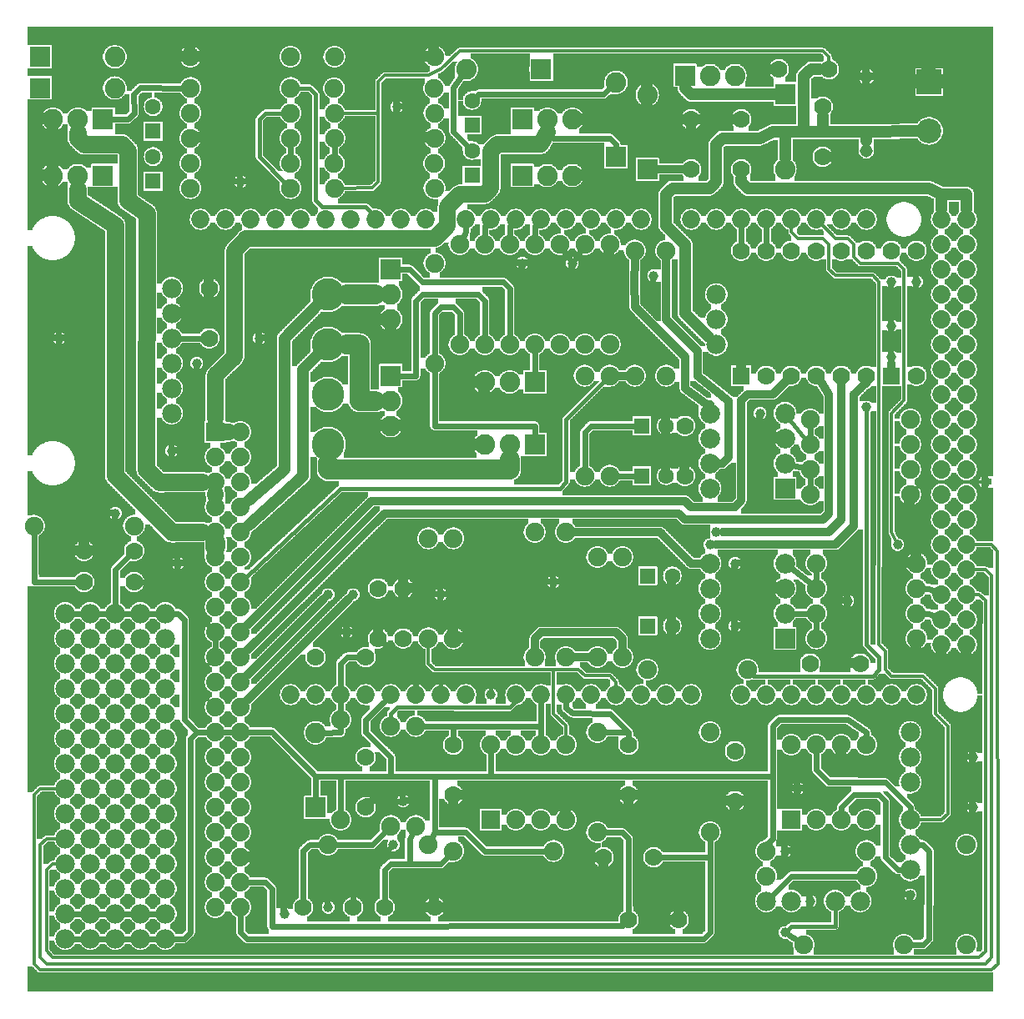
<source format=gtl>
G04 MADE WITH FRITZING*
G04 WWW.FRITZING.ORG*
G04 DOUBLE SIDED*
G04 HOLES PLATED*
G04 CONTOUR ON CENTER OF CONTOUR VECTOR*
%ASAXBY*%
%FSLAX23Y23*%
%MOIN*%
%OFA0B0*%
%SFA1.0B1.0*%
%ADD10C,0.075000*%
%ADD11C,0.039370*%
%ADD12C,0.070000*%
%ADD13C,0.078000*%
%ADD14C,0.130000*%
%ADD15C,0.074000*%
%ADD16C,0.072917*%
%ADD17C,0.082000*%
%ADD18C,0.051496*%
%ADD19C,0.079370*%
%ADD20C,0.062992*%
%ADD21C,0.099055*%
%ADD22R,0.070000X0.070000*%
%ADD23R,0.075000X0.075000*%
%ADD24R,0.074000X0.074000*%
%ADD25R,0.082000X0.082000*%
%ADD26R,0.079370X0.079370*%
%ADD27R,0.062992X0.062992*%
%ADD28R,0.099055X0.099055*%
%ADD29C,0.032000*%
%ADD30C,0.024000*%
%ADD31C,0.016000*%
%ADD32C,0.012000*%
%ADD33C,0.048000*%
%ADD34C,0.065000*%
%ADD35C,0.080000*%
%LNCOPPER1*%
G90*
G70*
G54D10*
X1582Y3610D03*
X1370Y3468D03*
X660Y1978D03*
X1892Y3738D03*
X1335Y2926D03*
X1332Y2734D03*
X3148Y2424D03*
X2745Y3027D03*
X1578Y2355D03*
X1124Y1982D03*
X2038Y2851D03*
X1046Y1732D03*
X2692Y1853D03*
X3302Y3824D03*
X981Y986D03*
X1848Y1883D03*
X1236Y512D03*
X1830Y836D03*
G54D11*
X3491Y2878D03*
X3491Y2703D03*
X3491Y2578D03*
X3066Y603D03*
X3116Y853D03*
X3591Y2878D03*
X2216Y2953D03*
X2016Y2953D03*
X966Y2653D03*
X716Y2553D03*
X391Y1953D03*
X616Y2203D03*
X641Y1753D03*
X2866Y1753D03*
X2966Y2353D03*
X3391Y2378D03*
X1502Y628D03*
G54D12*
X3591Y3003D03*
X3591Y2503D03*
X3491Y3003D03*
X3491Y2503D03*
X3391Y3003D03*
X3391Y2503D03*
X3291Y3003D03*
X3291Y2503D03*
X3191Y3003D03*
X3191Y2503D03*
X3091Y3003D03*
X3091Y2503D03*
X2991Y3003D03*
X2991Y2503D03*
X2891Y3003D03*
X2891Y2503D03*
G54D11*
X3866Y2078D03*
X1516Y3578D03*
X3166Y403D03*
X3816Y978D03*
X3816Y778D03*
X891Y3278D03*
X1541Y803D03*
X1891Y1228D03*
G54D10*
X3791Y228D03*
X3791Y628D03*
X3141Y228D03*
X3541Y228D03*
G54D13*
X191Y1553D03*
X291Y1553D03*
X391Y1553D03*
X491Y1553D03*
X591Y1553D03*
X191Y253D03*
X291Y253D03*
X391Y253D03*
X491Y253D03*
X591Y253D03*
X191Y853D03*
X191Y1153D03*
X191Y353D03*
X191Y1353D03*
X191Y1253D03*
X191Y1053D03*
X191Y753D03*
X191Y453D03*
X191Y953D03*
X191Y1453D03*
X191Y653D03*
X191Y553D03*
X291Y853D03*
X291Y1153D03*
X291Y353D03*
X291Y1353D03*
X291Y1253D03*
X291Y1053D03*
X291Y753D03*
X291Y453D03*
X291Y953D03*
X291Y1453D03*
X291Y653D03*
X291Y553D03*
X391Y853D03*
X391Y1153D03*
X391Y353D03*
X391Y1353D03*
X391Y1253D03*
X391Y1053D03*
X391Y753D03*
X391Y453D03*
X391Y953D03*
X391Y1453D03*
X391Y653D03*
X391Y553D03*
X491Y853D03*
X491Y1153D03*
X491Y353D03*
X491Y1353D03*
X491Y1253D03*
X491Y1053D03*
X491Y753D03*
X491Y453D03*
X491Y953D03*
X491Y1453D03*
X491Y653D03*
X491Y553D03*
X591Y353D03*
X591Y453D03*
X591Y553D03*
X591Y653D03*
X591Y753D03*
X591Y853D03*
X591Y953D03*
X591Y1053D03*
X591Y1153D03*
X591Y1253D03*
X591Y1353D03*
X591Y1453D03*
G54D10*
X1891Y728D03*
X1891Y1028D03*
X1991Y728D03*
X1991Y1028D03*
X2091Y728D03*
X2091Y1028D03*
X2191Y728D03*
X2191Y1028D03*
G54D14*
X1241Y2628D03*
X1241Y2828D03*
X1241Y2428D03*
X1241Y2228D03*
X1241Y2628D03*
X1241Y2828D03*
X1241Y2428D03*
X1241Y2228D03*
G54D11*
X1316Y1478D03*
X3316Y1603D03*
X2866Y1503D03*
X2141Y1678D03*
X1691Y1628D03*
X1241Y378D03*
X1066Y353D03*
X166Y2653D03*
X3566Y428D03*
X2541Y2903D03*
X3066Y278D03*
X2791Y1878D03*
X2766Y1828D03*
X1241Y1628D03*
X1341Y1628D03*
X3516Y1828D03*
G54D10*
X3091Y728D03*
X3091Y1028D03*
X3191Y728D03*
X3191Y1028D03*
X3291Y728D03*
X3291Y1028D03*
X3391Y728D03*
X3391Y1028D03*
G54D15*
X891Y2278D03*
X891Y2178D03*
X891Y2078D03*
X891Y1978D03*
X891Y1878D03*
X891Y1778D03*
X891Y1678D03*
X891Y1578D03*
X891Y1478D03*
X891Y1378D03*
X891Y1278D03*
X891Y1178D03*
X891Y1078D03*
X891Y978D03*
X891Y878D03*
X891Y778D03*
X891Y678D03*
X891Y578D03*
X891Y478D03*
X891Y378D03*
X791Y2278D03*
X791Y2178D03*
X791Y2078D03*
X791Y1978D03*
X791Y1878D03*
X791Y1778D03*
X791Y1678D03*
X791Y1578D03*
X791Y1478D03*
X791Y1378D03*
X791Y1278D03*
X791Y1178D03*
X791Y1078D03*
X791Y978D03*
X791Y878D03*
X791Y778D03*
X791Y678D03*
X791Y578D03*
X791Y478D03*
X791Y378D03*
G54D16*
X2991Y1228D03*
X1391Y1228D03*
X3091Y1228D03*
X3191Y1228D03*
X3291Y1228D03*
X3391Y1228D03*
X3691Y2628D03*
X3491Y1228D03*
X3591Y1228D03*
X1431Y3128D03*
X1991Y1228D03*
X2091Y1228D03*
X2191Y1228D03*
X2291Y1228D03*
X3691Y1828D03*
X2391Y1228D03*
X2491Y1228D03*
X2591Y1228D03*
X2691Y1228D03*
X2191Y3128D03*
X3691Y3028D03*
X3691Y2228D03*
X3691Y1428D03*
X1031Y3128D03*
X1791Y1228D03*
X1791Y3128D03*
X3691Y2828D03*
X3691Y2428D03*
X3691Y2028D03*
X3391Y3128D03*
X3691Y1628D03*
X3291Y3128D03*
X3191Y3128D03*
X3091Y3128D03*
X2991Y3128D03*
X2891Y3128D03*
X2791Y3128D03*
X2691Y3128D03*
X831Y3128D03*
X1231Y3128D03*
X1631Y3128D03*
X1191Y1228D03*
X1591Y1228D03*
X2391Y3128D03*
X1991Y3128D03*
X3691Y3128D03*
X3691Y2928D03*
X3691Y2728D03*
X3691Y2528D03*
X3691Y2328D03*
X3691Y2128D03*
X3691Y1928D03*
X3691Y1728D03*
X3691Y1528D03*
X731Y3128D03*
X931Y3128D03*
X1131Y3128D03*
X1331Y3128D03*
X1531Y3128D03*
X1091Y1228D03*
X1291Y1228D03*
X1491Y1228D03*
X1691Y1228D03*
X2491Y3128D03*
X2291Y3128D03*
X2091Y3128D03*
X1891Y3128D03*
X3791Y3128D03*
X3791Y3028D03*
X3791Y2928D03*
X3791Y2828D03*
X3791Y2728D03*
X3791Y2628D03*
X3791Y2528D03*
X3791Y2428D03*
X3791Y2328D03*
X3791Y2228D03*
X3791Y2128D03*
X3791Y2028D03*
X3791Y1928D03*
X3791Y1828D03*
X3791Y1728D03*
X3791Y1628D03*
X3791Y1528D03*
X3791Y1428D03*
X2891Y1228D03*
G54D17*
X1491Y2503D03*
X1491Y2403D03*
X1491Y2303D03*
X2066Y2478D03*
X1966Y2478D03*
X1866Y2478D03*
X1491Y2928D03*
X1491Y2828D03*
X1491Y2728D03*
X2066Y2228D03*
X1966Y2228D03*
X1866Y2228D03*
G54D12*
X1191Y1378D03*
X1391Y1378D03*
G54D10*
X1291Y728D03*
X1291Y1128D03*
G54D17*
X2516Y3328D03*
X2516Y3626D03*
G54D10*
X466Y1903D03*
X66Y1903D03*
G54D13*
X616Y2853D03*
X616Y2753D03*
X616Y2653D03*
X616Y2553D03*
X616Y2453D03*
X616Y2353D03*
X3566Y528D03*
X3566Y628D03*
X3566Y728D03*
X3566Y1078D03*
X3566Y978D03*
X3566Y878D03*
X2791Y2828D03*
X2791Y2728D03*
X2791Y2628D03*
G54D10*
X2991Y603D03*
X3391Y603D03*
X2991Y503D03*
X3391Y503D03*
G54D13*
X2991Y403D03*
X3091Y403D03*
X3266Y403D03*
X3366Y403D03*
G54D10*
X3591Y1453D03*
X3191Y1453D03*
X2366Y3028D03*
X2366Y2628D03*
X2266Y3028D03*
X2266Y2628D03*
X3566Y2028D03*
X3166Y2028D03*
X3591Y1753D03*
X3191Y1753D03*
X2166Y3028D03*
X2166Y2628D03*
X1666Y2953D03*
X1666Y2553D03*
X3566Y2328D03*
X3166Y2328D03*
G54D17*
X2666Y3703D03*
X2766Y3703D03*
X2866Y3703D03*
G54D12*
X3041Y3728D03*
X3241Y3728D03*
X2891Y3528D03*
X2891Y3328D03*
X3216Y3378D03*
X3216Y3578D03*
X2691Y3528D03*
X2691Y3328D03*
G54D17*
X3066Y3628D03*
X3066Y3330D03*
G54D18*
X3391Y3403D03*
X3391Y3698D03*
X3391Y3403D03*
X3391Y3698D03*
G54D19*
X3066Y1453D03*
X2766Y1453D03*
X3066Y1553D03*
X2766Y1553D03*
X3066Y1653D03*
X2766Y1653D03*
X3066Y1753D03*
X2766Y1753D03*
X3066Y2053D03*
X2766Y2053D03*
X3066Y2153D03*
X2766Y2153D03*
X3066Y2253D03*
X2766Y2253D03*
X3066Y2353D03*
X2766Y2353D03*
G54D10*
X3591Y1553D03*
X3191Y1553D03*
X1866Y3028D03*
X1866Y2628D03*
X1966Y3028D03*
X1966Y2628D03*
X3566Y2128D03*
X3166Y2128D03*
X3591Y1653D03*
X3191Y1653D03*
X2066Y3028D03*
X2066Y2628D03*
X1766Y3028D03*
X1766Y2628D03*
X3566Y2228D03*
X3166Y2228D03*
G54D12*
X3366Y1353D03*
X3166Y1353D03*
G54D10*
X2066Y1378D03*
X2066Y1878D03*
G54D12*
X2666Y2103D03*
X2666Y2303D03*
G54D10*
X2591Y2503D03*
X2591Y3003D03*
X2191Y1878D03*
X2191Y1378D03*
X2466Y3003D03*
X2466Y2503D03*
X2416Y1778D03*
X2416Y1378D03*
X2266Y2103D03*
X2266Y2503D03*
X2316Y1778D03*
X2316Y1378D03*
X2366Y2103D03*
X2366Y2503D03*
G54D20*
X2518Y1703D03*
X2616Y1703D03*
X2493Y2303D03*
X2591Y2303D03*
X2518Y1503D03*
X2616Y1503D03*
X2493Y2103D03*
X2591Y2103D03*
G54D10*
X1741Y1853D03*
X1741Y1453D03*
X2141Y603D03*
X1741Y603D03*
X1641Y628D03*
X1241Y628D03*
G54D12*
X1741Y828D03*
X1741Y1028D03*
X1666Y378D03*
X1466Y378D03*
X1391Y778D03*
X1391Y978D03*
X1341Y378D03*
X1141Y378D03*
G54D10*
X1591Y703D03*
X1591Y1103D03*
X1491Y703D03*
X1491Y1103D03*
G54D17*
X1191Y778D03*
X1191Y1076D03*
G54D12*
X2866Y803D03*
X2866Y1003D03*
X266Y1678D03*
X466Y1678D03*
X2441Y828D03*
X2441Y1028D03*
X766Y2853D03*
X766Y2653D03*
X266Y1803D03*
X466Y1803D03*
X2341Y578D03*
X2541Y578D03*
X2641Y328D03*
X2441Y328D03*
G54D10*
X2766Y678D03*
X2766Y1078D03*
X2316Y678D03*
X2316Y1078D03*
X2916Y1328D03*
X2516Y1328D03*
G54D12*
X1441Y1453D03*
X1441Y1653D03*
X1541Y1653D03*
X1541Y1453D03*
G54D10*
X1641Y1853D03*
X1641Y1453D03*
X1091Y3253D03*
X691Y3253D03*
X1266Y3253D03*
X1666Y3253D03*
X1091Y3553D03*
X691Y3553D03*
X1266Y3553D03*
X1666Y3553D03*
G54D20*
X542Y3281D03*
X542Y3379D03*
X1816Y3305D03*
X1816Y3403D03*
X542Y3481D03*
X542Y3579D03*
X1816Y3505D03*
X1816Y3603D03*
G54D17*
X91Y3653D03*
X389Y3653D03*
X2091Y3728D03*
X1793Y3728D03*
X91Y3778D03*
X389Y3778D03*
X2391Y3378D03*
X2391Y3676D03*
X341Y3303D03*
X241Y3303D03*
X141Y3303D03*
X2016Y3303D03*
X2116Y3303D03*
X2216Y3303D03*
X342Y3529D03*
X242Y3529D03*
X142Y3529D03*
X2016Y3528D03*
X2116Y3528D03*
X2216Y3528D03*
G54D10*
X1091Y3353D03*
X691Y3353D03*
X1265Y3352D03*
X1665Y3352D03*
X1091Y3653D03*
X691Y3653D03*
X1265Y3652D03*
X1665Y3652D03*
X1091Y3453D03*
X691Y3453D03*
X1266Y3453D03*
X1666Y3453D03*
X1091Y3778D03*
X691Y3778D03*
X1266Y3778D03*
X1666Y3778D03*
G54D21*
X3641Y3678D03*
X3641Y3481D03*
G54D22*
X2891Y2503D03*
X3491Y2503D03*
G54D23*
X1891Y728D03*
X3091Y728D03*
G54D24*
X791Y2278D03*
G54D25*
X1491Y2503D03*
X2066Y2478D03*
X1491Y2928D03*
X2066Y2228D03*
X2516Y3327D03*
X2666Y3703D03*
X3066Y3629D03*
G54D26*
X3066Y1453D03*
X3066Y2053D03*
G54D27*
X2518Y1703D03*
X2493Y2303D03*
X2518Y1503D03*
X2493Y2103D03*
G54D25*
X1191Y777D03*
G54D27*
X542Y3281D03*
X1816Y3305D03*
X542Y3481D03*
X1816Y3505D03*
G54D25*
X90Y3653D03*
X2092Y3728D03*
X90Y3778D03*
X2391Y3377D03*
X341Y3303D03*
X2016Y3303D03*
X342Y3529D03*
X2016Y3528D03*
G54D28*
X3641Y3678D03*
G54D29*
X3491Y2553D02*
X3491Y2535D01*
G54D30*
D02*
X2206Y2969D02*
X2182Y3004D01*
D02*
X2227Y2969D02*
X2250Y3004D01*
D02*
X1340Y477D02*
X1341Y404D01*
D02*
X1488Y615D02*
X1340Y477D01*
G54D31*
D02*
X2942Y1303D02*
X3416Y1303D01*
D02*
X3416Y1303D02*
X3440Y1328D01*
D02*
X3440Y1328D02*
X3440Y1377D01*
D02*
X3440Y1377D02*
X3391Y1428D01*
D02*
X3391Y1428D02*
X3391Y2365D01*
D02*
X2933Y1312D02*
X2942Y1303D01*
G54D32*
D02*
X3616Y2078D02*
X3853Y2078D01*
D02*
X3582Y2044D02*
X3616Y2078D01*
G54D30*
D02*
X561Y353D02*
X521Y353D01*
D02*
X461Y353D02*
X421Y353D01*
D02*
X361Y353D02*
X321Y353D01*
D02*
X261Y353D02*
X221Y353D01*
D02*
X666Y253D02*
X621Y253D01*
D02*
X521Y253D02*
X561Y253D01*
D02*
X691Y278D02*
X666Y253D01*
D02*
X1391Y804D02*
X1391Y804D01*
D02*
X1522Y803D02*
X1391Y804D01*
D02*
X1591Y1328D02*
X1591Y1258D01*
D02*
X1461Y1436D02*
X1591Y1328D01*
G54D32*
D02*
X716Y1252D02*
X716Y1304D01*
D02*
X773Y1196D02*
X716Y1252D01*
D02*
X716Y1304D02*
X773Y1360D01*
G54D30*
D02*
X492Y1678D02*
X591Y1677D01*
D02*
X591Y1677D02*
X769Y1500D01*
D02*
X791Y1409D02*
X791Y1447D01*
D02*
X461Y1553D02*
X421Y1553D01*
D02*
X561Y1553D02*
X521Y1553D01*
G54D32*
D02*
X141Y553D02*
X167Y553D01*
D02*
X91Y853D02*
X167Y853D01*
D02*
X116Y653D02*
X167Y653D01*
G54D30*
D02*
X221Y253D02*
X261Y253D01*
D02*
X321Y253D02*
X361Y253D01*
D02*
X421Y253D02*
X461Y253D01*
G54D31*
D02*
X1517Y1179D02*
X1491Y1153D01*
D02*
X1966Y1177D02*
X1517Y1179D01*
D02*
X1991Y1203D02*
X1966Y1177D01*
D02*
X1491Y1153D02*
X1491Y1126D01*
D02*
X1717Y1303D02*
X1691Y1277D01*
D02*
X1866Y1303D02*
X1717Y1303D01*
D02*
X1891Y1277D02*
X1866Y1303D01*
D02*
X1691Y1277D02*
X1691Y1253D01*
D02*
X1891Y1241D02*
X1891Y1277D01*
G54D30*
D02*
X391Y1728D02*
X448Y1785D01*
D02*
X391Y1583D02*
X391Y1728D01*
D02*
X261Y1553D02*
X221Y1553D01*
D02*
X361Y1553D02*
X321Y1553D01*
G54D31*
D02*
X1991Y1203D02*
X1991Y1203D01*
D02*
X3091Y303D02*
X3266Y303D01*
D02*
X3266Y303D02*
X3266Y378D01*
D02*
X3076Y287D02*
X3091Y303D01*
G54D30*
D02*
X3082Y267D02*
X3117Y244D01*
D02*
X2091Y1103D02*
X2091Y1057D01*
D02*
X1291Y903D02*
X1291Y757D01*
D02*
X1191Y903D02*
X1191Y810D01*
D02*
X1791Y678D02*
X1666Y679D01*
D02*
X1867Y602D02*
X1791Y678D01*
D02*
X2113Y603D02*
X1867Y602D01*
G54D33*
D02*
X3391Y3479D02*
X3391Y3441D01*
D02*
X3217Y3479D02*
X3216Y3541D01*
D02*
X2691Y3628D02*
X3023Y3628D01*
D02*
X2666Y3653D02*
X2691Y3628D01*
D02*
X2666Y3660D02*
X2666Y3653D01*
G54D30*
D02*
X1291Y1198D02*
X1291Y1157D01*
G54D33*
D02*
X2617Y3253D02*
X2591Y3228D01*
D02*
X2666Y2753D02*
X2762Y2657D01*
D02*
X2666Y3028D02*
X2666Y2753D01*
D02*
X2591Y3103D02*
X2666Y3028D01*
D02*
X2591Y3228D02*
X2591Y3103D01*
D02*
X2766Y3253D02*
X2617Y3253D01*
D02*
X2791Y3277D02*
X2766Y3253D01*
D02*
X2817Y3453D02*
X2791Y3428D01*
D02*
X2966Y3453D02*
X2817Y3453D01*
D02*
X3017Y3477D02*
X2966Y3453D01*
D02*
X2791Y3428D02*
X2791Y3277D01*
D02*
X3066Y3479D02*
X3017Y3477D01*
D02*
X3142Y3703D02*
X3172Y3730D01*
D02*
X3172Y3730D02*
X3204Y3729D01*
D02*
X3142Y3477D02*
X3142Y3703D01*
D02*
X1067Y2653D02*
X1201Y2788D01*
D02*
X1067Y2128D02*
X1067Y2653D01*
D02*
X923Y2005D02*
X1067Y2128D01*
D02*
X1142Y2528D02*
X1201Y2587D01*
D02*
X1142Y2103D02*
X1142Y2528D01*
D02*
X923Y1906D02*
X1142Y2103D01*
G54D34*
D02*
X845Y2278D02*
X838Y2278D01*
G54D29*
D02*
X2282Y1378D02*
X2225Y1378D01*
G54D30*
D02*
X1666Y679D02*
X1654Y654D01*
D02*
X1666Y903D02*
X1666Y679D01*
D02*
X1567Y652D02*
X1579Y677D01*
D02*
X1567Y552D02*
X1567Y652D01*
G54D32*
D02*
X2142Y1152D02*
X2191Y1104D01*
D02*
X2191Y1104D02*
X2191Y1051D01*
D02*
X2142Y1328D02*
X2142Y1152D01*
D02*
X2142Y1328D02*
X2242Y1328D01*
D02*
X2367Y1304D02*
X2391Y1277D01*
D02*
X2267Y1304D02*
X2367Y1304D01*
D02*
X2242Y1328D02*
X2267Y1304D01*
D02*
X1667Y1328D02*
X2142Y1328D01*
D02*
X1642Y1352D02*
X1667Y1328D01*
D02*
X2391Y1277D02*
X2391Y1253D01*
D02*
X1641Y1430D02*
X1642Y1352D01*
G54D30*
D02*
X1742Y1103D02*
X1741Y1054D01*
D02*
X2091Y1103D02*
X2091Y1198D01*
D02*
X1742Y1103D02*
X2091Y1103D01*
D02*
X1620Y1103D02*
X1742Y1103D01*
D02*
X1891Y902D02*
X1891Y999D01*
G54D33*
D02*
X3142Y3477D02*
X3217Y3479D01*
D02*
X3391Y3479D02*
X3589Y3481D01*
D02*
X3217Y3479D02*
X3391Y3479D01*
D02*
X3066Y3479D02*
X3142Y3477D01*
D02*
X3066Y3373D02*
X3066Y3479D01*
G54D30*
D02*
X67Y1678D02*
X66Y1874D01*
D02*
X240Y1678D02*
X67Y1678D01*
G54D35*
D02*
X1241Y2128D02*
X1966Y2128D01*
D02*
X1966Y2128D02*
X1966Y2168D01*
D02*
X1241Y2154D02*
X1241Y2128D01*
D02*
X1366Y2628D02*
X1366Y2403D01*
D02*
X1366Y2403D02*
X1431Y2403D01*
D02*
X1315Y2628D02*
X1366Y2628D01*
D02*
X1315Y2828D02*
X1431Y2828D01*
G54D30*
D02*
X691Y1052D02*
X691Y278D01*
D02*
X716Y1077D02*
X691Y1052D01*
G54D32*
D02*
X3416Y2904D02*
X3267Y2904D01*
D02*
X3116Y3052D02*
X3091Y3077D01*
D02*
X3242Y3028D02*
X3216Y3052D01*
D02*
X3242Y2928D02*
X3242Y3028D01*
D02*
X3267Y2904D02*
X3242Y2928D01*
D02*
X3216Y3052D02*
X3116Y3052D01*
D02*
X3091Y3077D02*
X3091Y3103D01*
D02*
X3442Y2877D02*
X3416Y2904D01*
D02*
X3442Y2428D02*
X3442Y2877D01*
D02*
X3440Y1428D02*
X3442Y2428D01*
D02*
X3516Y2952D02*
X3542Y2928D01*
D02*
X3342Y2977D02*
X3367Y2952D01*
D02*
X3367Y2952D02*
X3516Y2952D01*
D02*
X3542Y2404D02*
X3491Y2352D01*
D02*
X3542Y2928D02*
X3542Y2404D01*
D02*
X3340Y3028D02*
X3342Y2977D01*
D02*
X3267Y3052D02*
X3316Y3052D01*
D02*
X3316Y3052D02*
X3340Y3028D01*
D02*
X3209Y3111D02*
X3267Y3052D01*
D02*
X3491Y1878D02*
X3510Y1840D01*
D02*
X3491Y2352D02*
X3491Y1878D01*
G54D30*
D02*
X1316Y1378D02*
X1365Y1378D01*
D02*
X1291Y1353D02*
X1316Y1378D01*
D02*
X1291Y1258D02*
X1291Y1353D01*
G54D32*
D02*
X91Y179D02*
X116Y152D01*
D02*
X91Y628D02*
X91Y179D01*
D02*
X116Y653D02*
X91Y628D01*
D02*
X3866Y153D02*
X3891Y177D01*
D02*
X3891Y1704D02*
X3867Y1728D01*
D02*
X116Y152D02*
X3866Y153D01*
D02*
X3891Y177D02*
X3891Y1704D01*
D02*
X3867Y1728D02*
X3816Y1728D01*
D02*
X67Y828D02*
X67Y152D01*
D02*
X91Y853D02*
X67Y828D01*
D02*
X67Y152D02*
X91Y128D01*
D02*
X116Y528D02*
X116Y204D01*
D02*
X141Y553D02*
X116Y528D01*
D02*
X116Y204D02*
X140Y177D01*
D02*
X3840Y177D02*
X3866Y203D01*
D02*
X3867Y1604D02*
X3841Y1628D01*
G54D30*
D02*
X991Y478D02*
X1016Y453D01*
D02*
X1016Y453D02*
X1016Y303D01*
D02*
X1016Y303D02*
X2416Y304D01*
D02*
X922Y478D02*
X991Y478D01*
D02*
X2416Y304D02*
X2422Y310D01*
D02*
X2741Y253D02*
X916Y253D01*
D02*
X916Y253D02*
X891Y278D01*
D02*
X891Y278D02*
X891Y347D01*
D02*
X2766Y278D02*
X2741Y253D01*
D02*
X2766Y578D02*
X2766Y278D01*
G54D32*
D02*
X140Y177D02*
X3840Y177D01*
D02*
X3866Y203D02*
X3867Y1604D01*
D02*
X3841Y1628D02*
X3816Y1628D01*
D02*
X3891Y128D02*
X3917Y153D01*
D02*
X3915Y1802D02*
X3891Y1828D01*
D02*
X91Y128D02*
X3891Y128D01*
D02*
X3917Y153D02*
X3915Y1802D01*
D02*
X3891Y1828D02*
X3816Y1828D01*
G54D30*
D02*
X667Y1128D02*
X716Y1077D01*
D02*
X642Y1553D02*
X667Y1528D01*
D02*
X667Y1528D02*
X667Y1128D01*
D02*
X621Y1553D02*
X642Y1553D01*
D02*
X716Y1077D02*
X760Y1078D01*
D02*
X3617Y228D02*
X3640Y253D01*
D02*
X3570Y228D02*
X3617Y228D01*
D02*
X3640Y253D02*
X3642Y603D01*
D02*
X1191Y903D02*
X1017Y1078D01*
D02*
X1491Y903D02*
X1291Y903D01*
D02*
X1291Y903D02*
X1191Y903D01*
D02*
X1666Y903D02*
X1491Y903D01*
D02*
X3617Y628D02*
X3596Y628D01*
D02*
X3642Y603D02*
X3617Y628D01*
G54D29*
D02*
X2667Y2003D02*
X2691Y1977D01*
D02*
X1415Y2002D02*
X2667Y2003D01*
D02*
X2691Y1977D02*
X2867Y1977D01*
D02*
X2891Y2004D02*
X2891Y2404D01*
D02*
X2916Y2428D02*
X3016Y2428D01*
D02*
X3016Y2428D02*
X3069Y2481D01*
D02*
X2891Y2404D02*
X2916Y2428D01*
D02*
X2867Y1977D02*
X2891Y2004D01*
D02*
X917Y1504D02*
X1415Y2002D01*
D02*
X2091Y1477D02*
X2067Y1452D01*
D02*
X2391Y1477D02*
X2091Y1477D01*
D02*
X2416Y1452D02*
X2391Y1477D01*
D02*
X2067Y1452D02*
X2066Y1412D01*
D02*
X2416Y1412D02*
X2416Y1452D01*
D02*
X917Y1204D02*
X1324Y1611D01*
D02*
X917Y1304D02*
X1224Y1611D01*
D02*
X3342Y2428D02*
X3367Y2452D01*
D02*
X3391Y2477D02*
X3391Y2471D01*
D02*
X3367Y2452D02*
X3391Y2477D01*
D02*
X3341Y1902D02*
X3342Y2428D01*
D02*
X3267Y1828D02*
X3341Y1902D01*
D02*
X2791Y1828D02*
X3267Y1828D01*
D02*
X3241Y1878D02*
X3291Y1928D01*
D02*
X3291Y1928D02*
X3291Y2471D01*
D02*
X2816Y1878D02*
X3241Y1878D01*
D02*
X3216Y1928D02*
X3242Y1952D01*
D02*
X3242Y2428D02*
X3209Y2477D01*
D02*
X1467Y1952D02*
X2642Y1953D01*
D02*
X2642Y1953D02*
X2667Y1928D01*
D02*
X2667Y1928D02*
X3216Y1928D01*
D02*
X3242Y1952D02*
X3242Y2428D01*
D02*
X917Y1404D02*
X1467Y1952D01*
G54D32*
D02*
X3466Y1403D02*
X3440Y1428D01*
D02*
X3466Y1328D02*
X3466Y1403D01*
D02*
X3491Y1303D02*
X3466Y1328D01*
D02*
X3616Y1303D02*
X3491Y1303D01*
D02*
X3666Y1253D02*
X3616Y1303D01*
D02*
X3666Y1153D02*
X3666Y1253D01*
G54D30*
D02*
X2991Y3098D02*
X2991Y3029D01*
D02*
X2891Y3098D02*
X2891Y3029D01*
D02*
X3642Y1552D02*
X3620Y1553D01*
D02*
X3642Y1652D02*
X3620Y1653D01*
D02*
X3664Y1642D02*
X3642Y1652D01*
D02*
X3664Y1542D02*
X3642Y1552D01*
G54D32*
D02*
X3716Y1103D02*
X3666Y1153D01*
D02*
X3691Y728D02*
X3716Y753D01*
D02*
X3716Y753D02*
X3716Y1103D01*
D02*
X3591Y728D02*
X3691Y728D01*
G54D31*
D02*
X2167Y2052D02*
X2191Y2078D01*
D02*
X1291Y2052D02*
X2167Y2052D01*
G54D35*
D02*
X791Y1819D02*
X791Y1837D01*
G54D31*
D02*
X2191Y2328D02*
X2350Y2487D01*
D02*
X2191Y2078D02*
X2191Y2328D01*
D02*
X910Y1695D02*
X1291Y2052D01*
G54D30*
D02*
X1017Y1078D02*
X922Y1078D01*
G54D34*
D02*
X791Y2025D02*
X791Y2031D01*
G54D30*
D02*
X822Y1078D02*
X860Y1078D01*
D02*
X1491Y979D02*
X1491Y903D01*
D02*
X1391Y1077D02*
X1491Y979D01*
D02*
X1391Y1128D02*
X1391Y1077D01*
D02*
X1466Y1203D02*
X1391Y1128D01*
D02*
X1470Y1207D02*
X1466Y1203D01*
G54D29*
D02*
X2466Y2778D02*
X2465Y2876D01*
D02*
X2666Y2577D02*
X2466Y2778D01*
D02*
X2465Y2876D02*
X2466Y2969D01*
G54D30*
D02*
X1566Y2928D02*
X1616Y2877D01*
G54D29*
D02*
X2667Y2453D02*
X2666Y2577D01*
G54D30*
D02*
X1523Y2928D02*
X1566Y2928D01*
D02*
X1616Y2877D02*
X1942Y2877D01*
G54D29*
D02*
X2767Y2377D02*
X2667Y2453D01*
D02*
X2767Y2389D02*
X2767Y2377D01*
G54D30*
D02*
X1591Y2803D02*
X1616Y2828D01*
D02*
X1616Y2828D02*
X1842Y2828D01*
D02*
X1842Y2828D02*
X1867Y2803D01*
D02*
X1967Y2853D02*
X1966Y2657D01*
D02*
X1967Y3103D02*
X1970Y3107D01*
D02*
X1966Y3057D02*
X1967Y3103D01*
D02*
X2067Y3103D02*
X2070Y3107D01*
D02*
X2066Y3057D02*
X2067Y3103D01*
D02*
X1942Y2877D02*
X1967Y2853D01*
D02*
X1591Y2503D02*
X1591Y2803D01*
D02*
X1523Y2503D02*
X1591Y2503D01*
D02*
X1867Y2803D02*
X1866Y2657D01*
D02*
X1791Y3078D02*
X1791Y3098D01*
D02*
X1867Y3103D02*
X1870Y3107D01*
D02*
X1866Y3057D02*
X1867Y3103D01*
D02*
X1779Y3054D02*
X1791Y3078D01*
G54D32*
D02*
X3217Y3802D02*
X3241Y3778D01*
D02*
X3241Y3778D02*
X3241Y3749D01*
D02*
X1441Y3678D02*
X1441Y3552D01*
D02*
X1641Y3704D02*
X1691Y3728D01*
D02*
X1691Y3728D02*
X1767Y3802D01*
D02*
X1767Y3802D02*
X3217Y3802D01*
D02*
X1441Y3552D02*
X1441Y3278D01*
D02*
X1441Y3278D02*
X1417Y3254D01*
D02*
X1467Y3704D02*
X1641Y3704D01*
D02*
X1467Y3704D02*
X1441Y3678D01*
D02*
X1417Y3254D02*
X1289Y3253D01*
G54D31*
D02*
X967Y3377D02*
X1075Y3269D01*
G54D32*
D02*
X1441Y3552D02*
X1289Y3553D01*
G54D31*
D02*
X967Y3528D02*
X967Y3377D01*
D02*
X1068Y3553D02*
X991Y3552D01*
D02*
X991Y3552D02*
X967Y3528D01*
G54D30*
D02*
X1741Y3654D02*
X1775Y3702D01*
D02*
X1742Y3479D02*
X1741Y3654D01*
D02*
X1797Y3422D02*
X1742Y3479D01*
D02*
X2391Y3428D02*
X2366Y3453D01*
D02*
X2141Y3453D02*
X2116Y3478D01*
D02*
X2366Y3453D02*
X2141Y3453D01*
D02*
X2391Y3410D02*
X2391Y3428D01*
D02*
X2116Y3478D02*
X2116Y3496D01*
D02*
X440Y3528D02*
X374Y3529D01*
D02*
X467Y3552D02*
X440Y3528D01*
D02*
X465Y3628D02*
X467Y3552D01*
D02*
X491Y3654D02*
X465Y3628D01*
D02*
X663Y3653D02*
X491Y3654D01*
D02*
X1841Y3628D02*
X1835Y3622D01*
D02*
X2341Y3628D02*
X1841Y3628D01*
D02*
X2368Y3654D02*
X2341Y3628D01*
D02*
X3191Y928D02*
X3191Y999D01*
D02*
X3240Y879D02*
X3191Y928D01*
D02*
X3466Y877D02*
X3240Y879D01*
D02*
X3566Y779D02*
X3466Y877D01*
D02*
X3566Y758D02*
X3566Y779D01*
D02*
X1742Y2777D02*
X1767Y2753D01*
D02*
X1767Y2753D02*
X1766Y2657D01*
D02*
X1666Y2303D02*
X1666Y2524D01*
D02*
X2066Y2303D02*
X1666Y2303D01*
D02*
X1666Y2753D02*
X1691Y2778D01*
D02*
X1666Y2582D02*
X1666Y2753D01*
D02*
X1691Y2778D02*
X1742Y2777D01*
D02*
X2066Y2260D02*
X2066Y2303D01*
D02*
X2066Y2599D02*
X2066Y2510D01*
G54D29*
D02*
X2554Y3328D02*
X2660Y3328D01*
G54D30*
D02*
X1291Y1077D02*
X1223Y1076D01*
D02*
X1291Y1099D02*
X1291Y1077D01*
G54D29*
D02*
X2567Y1877D02*
X2225Y1878D01*
D02*
X2691Y1753D02*
X2567Y1877D01*
D02*
X2730Y1753D02*
X2691Y1753D01*
D02*
X2842Y2403D02*
X2842Y2177D01*
D02*
X2842Y2177D02*
X2816Y2152D01*
D02*
X2717Y2603D02*
X2716Y2503D01*
D02*
X2591Y2728D02*
X2717Y2603D01*
D02*
X2716Y2503D02*
X2842Y2403D01*
D02*
X2816Y2152D02*
X2803Y2153D01*
D02*
X2591Y2969D02*
X2591Y2728D01*
G54D30*
D02*
X646Y2653D02*
X740Y2653D01*
D02*
X3466Y577D02*
X3517Y528D01*
D02*
X3517Y528D02*
X3536Y528D01*
D02*
X3466Y803D02*
X3466Y577D01*
D02*
X3442Y828D02*
X3466Y803D01*
D02*
X3342Y828D02*
X3442Y828D01*
D02*
X3291Y777D02*
X3342Y828D01*
D02*
X3291Y757D02*
X3291Y777D01*
D02*
X3091Y503D02*
X3363Y503D01*
D02*
X3013Y424D02*
X3091Y503D01*
D02*
X3191Y1724D02*
X3191Y1682D01*
D02*
X3166Y2328D02*
X3166Y2257D01*
D02*
X3191Y1524D02*
X3191Y1482D01*
D02*
X3166Y2099D02*
X3166Y2057D01*
D02*
X3097Y1553D02*
X3163Y1553D01*
D02*
X3090Y1734D02*
X3169Y1671D01*
G54D33*
D02*
X3791Y3228D02*
X3791Y3169D01*
D02*
X3691Y3228D02*
X3791Y3228D01*
D02*
X2917Y3252D02*
X2891Y3278D01*
D02*
X3641Y3252D02*
X2917Y3252D01*
D02*
X2891Y3278D02*
X2891Y3291D01*
D02*
X3691Y3228D02*
X3641Y3252D01*
D02*
X3691Y3169D02*
X3691Y3228D01*
G54D30*
D02*
X3096Y2146D02*
X3138Y2135D01*
G54D31*
D02*
X3082Y2333D02*
X3152Y2246D01*
G54D29*
D02*
X2400Y2503D02*
X2432Y2503D01*
G54D30*
D02*
X2466Y2103D02*
X2395Y2103D01*
D02*
X2291Y2303D02*
X2267Y2277D01*
D02*
X2267Y2277D02*
X2266Y2132D01*
D02*
X2466Y2303D02*
X2291Y2303D01*
D02*
X1091Y3424D02*
X1091Y3382D01*
D02*
X1266Y3424D02*
X1266Y3381D01*
D02*
X2766Y649D02*
X2766Y578D01*
D02*
X2766Y578D02*
X2567Y578D01*
D02*
X1691Y552D02*
X1721Y583D01*
D02*
X1567Y552D02*
X1691Y552D01*
D02*
X1491Y552D02*
X1567Y552D01*
D02*
X1466Y528D02*
X1491Y552D01*
D02*
X1466Y404D02*
X1466Y528D01*
D02*
X2416Y677D02*
X2345Y678D01*
D02*
X2440Y652D02*
X2416Y677D01*
D02*
X2441Y354D02*
X2440Y652D01*
D02*
X2441Y1078D02*
X2441Y1054D01*
D02*
X2366Y1153D02*
X2441Y1078D01*
D02*
X2217Y1154D02*
X2366Y1153D01*
D02*
X2191Y1176D02*
X2217Y1154D01*
D02*
X2191Y1198D02*
X2191Y1176D01*
D02*
X1167Y628D02*
X1213Y628D01*
D02*
X1141Y604D02*
X1167Y628D01*
D02*
X1141Y404D02*
X1141Y604D01*
D02*
X1417Y628D02*
X1270Y628D01*
D02*
X1471Y683D02*
X1417Y628D01*
G54D31*
D02*
X1419Y3149D02*
X1417Y3153D01*
D02*
X1417Y3153D02*
X1391Y3178D01*
D02*
X1217Y3178D02*
X1191Y3204D01*
D02*
X1391Y3178D02*
X1217Y3178D01*
D02*
X1191Y3204D02*
X1191Y3628D01*
D02*
X1191Y3628D02*
X1167Y3652D01*
D02*
X1167Y3652D02*
X1114Y3653D01*
G54D12*
D02*
X516Y3152D02*
X440Y3204D01*
D02*
X515Y2128D02*
X516Y3152D01*
D02*
X738Y2078D02*
X567Y2077D01*
D02*
X567Y2077D02*
X515Y2128D01*
D02*
X440Y3204D02*
X441Y3403D01*
D02*
X441Y3403D02*
X416Y3428D01*
D02*
X266Y3428D02*
X241Y3453D01*
D02*
X241Y3453D02*
X241Y3475D01*
D02*
X416Y3428D02*
X266Y3428D01*
G54D34*
D02*
X1866Y3228D02*
X1891Y3253D01*
D02*
X867Y2578D02*
X867Y3002D01*
D02*
X791Y2504D02*
X867Y2578D01*
D02*
X791Y2331D02*
X791Y2504D01*
D02*
X867Y3002D02*
X915Y3052D01*
D02*
X915Y3052D02*
X1667Y3052D01*
D02*
X1667Y3052D02*
X1717Y3102D01*
D02*
X1717Y3102D02*
X1717Y3178D01*
D02*
X1717Y3178D02*
X1767Y3228D01*
D02*
X1767Y3228D02*
X1866Y3228D01*
D02*
X2116Y3478D02*
X2116Y3474D01*
D02*
X2091Y3428D02*
X2116Y3478D01*
D02*
X1917Y3428D02*
X2091Y3428D01*
D02*
X1891Y3402D02*
X1917Y3428D01*
D02*
X1891Y3253D02*
X1891Y3402D01*
G54D12*
D02*
X738Y1878D02*
X616Y1877D01*
D02*
X616Y1877D02*
X391Y2104D01*
D02*
X391Y3104D02*
X241Y3203D01*
D02*
X241Y3203D02*
X241Y3249D01*
D02*
X391Y2104D02*
X391Y3104D01*
G54D30*
D02*
X2441Y1078D02*
X2345Y1078D01*
D02*
X3017Y1103D02*
X3017Y903D01*
D02*
X1891Y902D02*
X1666Y903D01*
D02*
X3391Y1077D02*
X3391Y1057D01*
D02*
X3042Y1128D02*
X3317Y1128D01*
D02*
X3017Y1103D02*
X3042Y1128D01*
D02*
X3317Y1128D02*
X3391Y1077D01*
D02*
X3017Y653D02*
X3017Y903D01*
D02*
X2991Y628D02*
X3017Y653D01*
D02*
X2991Y632D02*
X2991Y628D01*
D02*
X3017Y903D02*
X1891Y902D01*
G36*
X1738Y3759D02*
X1738Y3757D01*
X1736Y3757D01*
X1736Y3755D01*
X1734Y3755D01*
X1734Y3753D01*
X1732Y3753D01*
X1732Y3751D01*
X1730Y3751D01*
X1730Y3749D01*
X1728Y3749D01*
X1728Y3747D01*
X1726Y3747D01*
X1726Y3745D01*
X1724Y3745D01*
X1724Y3743D01*
X1722Y3743D01*
X1722Y3741D01*
X1720Y3741D01*
X1720Y3739D01*
X1718Y3739D01*
X1718Y3737D01*
X1716Y3737D01*
X1716Y3735D01*
X1714Y3735D01*
X1714Y3733D01*
X1712Y3733D01*
X1712Y3731D01*
X1710Y3731D01*
X1710Y3729D01*
X1708Y3729D01*
X1708Y3727D01*
X1706Y3727D01*
X1706Y3725D01*
X1704Y3725D01*
X1704Y3723D01*
X1702Y3723D01*
X1702Y3721D01*
X1700Y3721D01*
X1700Y3719D01*
X1698Y3719D01*
X1698Y3717D01*
X1694Y3717D01*
X1694Y3715D01*
X1690Y3715D01*
X1690Y3713D01*
X1686Y3713D01*
X1686Y3711D01*
X1682Y3711D01*
X1682Y3691D01*
X1686Y3691D01*
X1686Y3689D01*
X1690Y3689D01*
X1690Y3687D01*
X1692Y3687D01*
X1692Y3685D01*
X1694Y3685D01*
X1694Y3683D01*
X1696Y3683D01*
X1696Y3681D01*
X1698Y3681D01*
X1698Y3679D01*
X1700Y3679D01*
X1700Y3677D01*
X1702Y3677D01*
X1702Y3673D01*
X1704Y3673D01*
X1704Y3669D01*
X1706Y3669D01*
X1706Y3663D01*
X1726Y3663D01*
X1726Y3665D01*
X1728Y3665D01*
X1728Y3667D01*
X1730Y3667D01*
X1730Y3671D01*
X1732Y3671D01*
X1732Y3673D01*
X1734Y3673D01*
X1734Y3677D01*
X1736Y3677D01*
X1736Y3679D01*
X1738Y3679D01*
X1738Y3681D01*
X1740Y3681D01*
X1740Y3685D01*
X1742Y3685D01*
X1742Y3687D01*
X1744Y3687D01*
X1744Y3691D01*
X1746Y3691D01*
X1746Y3693D01*
X1748Y3693D01*
X1748Y3719D01*
X1746Y3719D01*
X1746Y3737D01*
X1748Y3737D01*
X1748Y3743D01*
X1750Y3743D01*
X1750Y3749D01*
X1752Y3749D01*
X1752Y3751D01*
X1754Y3751D01*
X1754Y3755D01*
X1756Y3755D01*
X1756Y3757D01*
X1758Y3757D01*
X1758Y3759D01*
X1738Y3759D01*
G37*
D02*
G36*
X1470Y3691D02*
X1470Y3689D01*
X1468Y3689D01*
X1468Y3687D01*
X1466Y3687D01*
X1466Y3685D01*
X1464Y3685D01*
X1464Y3683D01*
X1462Y3683D01*
X1462Y3681D01*
X1460Y3681D01*
X1460Y3679D01*
X1458Y3679D01*
X1458Y3677D01*
X1456Y3677D01*
X1456Y3675D01*
X1454Y3675D01*
X1454Y3603D01*
X1524Y3603D01*
X1524Y3601D01*
X1528Y3601D01*
X1528Y3599D01*
X1532Y3599D01*
X1532Y3597D01*
X1534Y3597D01*
X1534Y3595D01*
X1536Y3595D01*
X1536Y3593D01*
X1538Y3593D01*
X1538Y3589D01*
X1540Y3589D01*
X1540Y3583D01*
X1542Y3583D01*
X1542Y3573D01*
X1540Y3573D01*
X1540Y3567D01*
X1538Y3567D01*
X1538Y3563D01*
X1536Y3563D01*
X1536Y3561D01*
X1534Y3561D01*
X1534Y3559D01*
X1532Y3559D01*
X1532Y3557D01*
X1528Y3557D01*
X1528Y3555D01*
X1524Y3555D01*
X1524Y3553D01*
X1622Y3553D01*
X1622Y3557D01*
X1624Y3557D01*
X1624Y3567D01*
X1626Y3567D01*
X1626Y3571D01*
X1628Y3571D01*
X1628Y3575D01*
X1630Y3575D01*
X1630Y3579D01*
X1632Y3579D01*
X1632Y3581D01*
X1634Y3581D01*
X1634Y3583D01*
X1636Y3583D01*
X1636Y3585D01*
X1638Y3585D01*
X1638Y3587D01*
X1640Y3587D01*
X1640Y3589D01*
X1644Y3589D01*
X1644Y3591D01*
X1648Y3591D01*
X1648Y3613D01*
X1644Y3613D01*
X1644Y3615D01*
X1642Y3615D01*
X1642Y3617D01*
X1638Y3617D01*
X1638Y3619D01*
X1636Y3619D01*
X1636Y3621D01*
X1634Y3621D01*
X1634Y3623D01*
X1632Y3623D01*
X1632Y3625D01*
X1630Y3625D01*
X1630Y3629D01*
X1628Y3629D01*
X1628Y3631D01*
X1626Y3631D01*
X1626Y3635D01*
X1624Y3635D01*
X1624Y3643D01*
X1622Y3643D01*
X1622Y3661D01*
X1624Y3661D01*
X1624Y3669D01*
X1626Y3669D01*
X1626Y3691D01*
X1470Y3691D01*
G37*
D02*
G36*
X1454Y3603D02*
X1454Y3553D01*
X1508Y3553D01*
X1508Y3555D01*
X1504Y3555D01*
X1504Y3557D01*
X1500Y3557D01*
X1500Y3559D01*
X1498Y3559D01*
X1498Y3561D01*
X1496Y3561D01*
X1496Y3563D01*
X1494Y3563D01*
X1494Y3567D01*
X1492Y3567D01*
X1492Y3573D01*
X1490Y3573D01*
X1490Y3583D01*
X1492Y3583D01*
X1492Y3589D01*
X1494Y3589D01*
X1494Y3593D01*
X1496Y3593D01*
X1496Y3595D01*
X1498Y3595D01*
X1498Y3597D01*
X1500Y3597D01*
X1500Y3599D01*
X1504Y3599D01*
X1504Y3601D01*
X1508Y3601D01*
X1508Y3603D01*
X1454Y3603D01*
G37*
D02*
G36*
X1454Y3553D02*
X1454Y3551D01*
X1622Y3551D01*
X1622Y3553D01*
X1454Y3553D01*
G37*
D02*
G36*
X1454Y3553D02*
X1454Y3551D01*
X1622Y3551D01*
X1622Y3553D01*
X1454Y3553D01*
G37*
D02*
G36*
X1454Y3551D02*
X1454Y3277D01*
X1452Y3277D01*
X1452Y3271D01*
X1450Y3271D01*
X1450Y3269D01*
X1448Y3269D01*
X1448Y3267D01*
X1446Y3267D01*
X1446Y3265D01*
X1444Y3265D01*
X1444Y3263D01*
X1442Y3263D01*
X1442Y3261D01*
X1440Y3261D01*
X1440Y3259D01*
X1438Y3259D01*
X1438Y3257D01*
X1436Y3257D01*
X1436Y3255D01*
X1434Y3255D01*
X1434Y3253D01*
X1432Y3253D01*
X1432Y3251D01*
X1430Y3251D01*
X1430Y3249D01*
X1428Y3249D01*
X1428Y3247D01*
X1426Y3247D01*
X1426Y3245D01*
X1424Y3245D01*
X1424Y3243D01*
X1420Y3243D01*
X1420Y3241D01*
X1308Y3241D01*
X1308Y3239D01*
X1306Y3239D01*
X1306Y3233D01*
X1304Y3233D01*
X1304Y3231D01*
X1302Y3231D01*
X1302Y3227D01*
X1300Y3227D01*
X1300Y3225D01*
X1298Y3225D01*
X1298Y3223D01*
X1296Y3223D01*
X1296Y3221D01*
X1294Y3221D01*
X1294Y3219D01*
X1292Y3219D01*
X1292Y3217D01*
X1288Y3217D01*
X1288Y3215D01*
X1286Y3215D01*
X1286Y3213D01*
X1280Y3213D01*
X1280Y3193D01*
X1392Y3193D01*
X1392Y3191D01*
X1398Y3191D01*
X1398Y3189D01*
X1402Y3189D01*
X1402Y3187D01*
X1404Y3187D01*
X1404Y3185D01*
X1406Y3185D01*
X1406Y3183D01*
X1408Y3183D01*
X1408Y3181D01*
X1410Y3181D01*
X1410Y3179D01*
X1412Y3179D01*
X1412Y3177D01*
X1414Y3177D01*
X1414Y3175D01*
X1416Y3175D01*
X1416Y3173D01*
X1418Y3173D01*
X1418Y3171D01*
X1636Y3171D01*
X1636Y3169D01*
X1644Y3169D01*
X1644Y3167D01*
X1650Y3167D01*
X1650Y3165D01*
X1654Y3165D01*
X1654Y3163D01*
X1656Y3163D01*
X1656Y3161D01*
X1658Y3161D01*
X1658Y3159D01*
X1678Y3159D01*
X1678Y3183D01*
X1680Y3183D01*
X1680Y3191D01*
X1682Y3191D01*
X1682Y3209D01*
X1660Y3209D01*
X1660Y3211D01*
X1652Y3211D01*
X1652Y3213D01*
X1648Y3213D01*
X1648Y3215D01*
X1644Y3215D01*
X1644Y3217D01*
X1640Y3217D01*
X1640Y3219D01*
X1638Y3219D01*
X1638Y3221D01*
X1636Y3221D01*
X1636Y3223D01*
X1634Y3223D01*
X1634Y3225D01*
X1632Y3225D01*
X1632Y3227D01*
X1630Y3227D01*
X1630Y3231D01*
X1628Y3231D01*
X1628Y3235D01*
X1626Y3235D01*
X1626Y3239D01*
X1624Y3239D01*
X1624Y3249D01*
X1622Y3249D01*
X1622Y3257D01*
X1624Y3257D01*
X1624Y3267D01*
X1626Y3267D01*
X1626Y3271D01*
X1628Y3271D01*
X1628Y3275D01*
X1630Y3275D01*
X1630Y3279D01*
X1632Y3279D01*
X1632Y3281D01*
X1634Y3281D01*
X1634Y3283D01*
X1636Y3283D01*
X1636Y3285D01*
X1638Y3285D01*
X1638Y3287D01*
X1640Y3287D01*
X1640Y3289D01*
X1644Y3289D01*
X1644Y3291D01*
X1648Y3291D01*
X1648Y3313D01*
X1644Y3313D01*
X1644Y3315D01*
X1642Y3315D01*
X1642Y3317D01*
X1638Y3317D01*
X1638Y3319D01*
X1636Y3319D01*
X1636Y3321D01*
X1634Y3321D01*
X1634Y3323D01*
X1632Y3323D01*
X1632Y3325D01*
X1630Y3325D01*
X1630Y3329D01*
X1628Y3329D01*
X1628Y3331D01*
X1626Y3331D01*
X1626Y3335D01*
X1624Y3335D01*
X1624Y3343D01*
X1622Y3343D01*
X1622Y3361D01*
X1624Y3361D01*
X1624Y3369D01*
X1626Y3369D01*
X1626Y3373D01*
X1628Y3373D01*
X1628Y3375D01*
X1630Y3375D01*
X1630Y3379D01*
X1632Y3379D01*
X1632Y3381D01*
X1634Y3381D01*
X1634Y3383D01*
X1636Y3383D01*
X1636Y3385D01*
X1638Y3385D01*
X1638Y3387D01*
X1640Y3387D01*
X1640Y3389D01*
X1644Y3389D01*
X1644Y3391D01*
X1648Y3391D01*
X1648Y3393D01*
X1652Y3393D01*
X1652Y3413D01*
X1648Y3413D01*
X1648Y3415D01*
X1644Y3415D01*
X1644Y3417D01*
X1640Y3417D01*
X1640Y3419D01*
X1638Y3419D01*
X1638Y3421D01*
X1636Y3421D01*
X1636Y3423D01*
X1634Y3423D01*
X1634Y3425D01*
X1632Y3425D01*
X1632Y3427D01*
X1630Y3427D01*
X1630Y3431D01*
X1628Y3431D01*
X1628Y3435D01*
X1626Y3435D01*
X1626Y3439D01*
X1624Y3439D01*
X1624Y3449D01*
X1622Y3449D01*
X1622Y3457D01*
X1624Y3457D01*
X1624Y3467D01*
X1626Y3467D01*
X1626Y3471D01*
X1628Y3471D01*
X1628Y3475D01*
X1630Y3475D01*
X1630Y3479D01*
X1632Y3479D01*
X1632Y3481D01*
X1634Y3481D01*
X1634Y3483D01*
X1636Y3483D01*
X1636Y3485D01*
X1638Y3485D01*
X1638Y3487D01*
X1640Y3487D01*
X1640Y3489D01*
X1644Y3489D01*
X1644Y3491D01*
X1648Y3491D01*
X1648Y3493D01*
X1652Y3493D01*
X1652Y3513D01*
X1648Y3513D01*
X1648Y3515D01*
X1644Y3515D01*
X1644Y3517D01*
X1640Y3517D01*
X1640Y3519D01*
X1638Y3519D01*
X1638Y3521D01*
X1636Y3521D01*
X1636Y3523D01*
X1634Y3523D01*
X1634Y3525D01*
X1632Y3525D01*
X1632Y3527D01*
X1630Y3527D01*
X1630Y3531D01*
X1628Y3531D01*
X1628Y3535D01*
X1626Y3535D01*
X1626Y3539D01*
X1624Y3539D01*
X1624Y3549D01*
X1622Y3549D01*
X1622Y3551D01*
X1454Y3551D01*
G37*
D02*
G36*
X1436Y3171D02*
X1436Y3169D01*
X1444Y3169D01*
X1444Y3167D01*
X1450Y3167D01*
X1450Y3165D01*
X1454Y3165D01*
X1454Y3163D01*
X1456Y3163D01*
X1456Y3161D01*
X1458Y3161D01*
X1458Y3159D01*
X1462Y3159D01*
X1462Y3155D01*
X1464Y3155D01*
X1464Y3153D01*
X1466Y3153D01*
X1466Y3151D01*
X1468Y3151D01*
X1468Y3147D01*
X1470Y3147D01*
X1470Y3143D01*
X1472Y3143D01*
X1472Y3141D01*
X1492Y3141D01*
X1492Y3147D01*
X1494Y3147D01*
X1494Y3149D01*
X1496Y3149D01*
X1496Y3153D01*
X1498Y3153D01*
X1498Y3155D01*
X1500Y3155D01*
X1500Y3157D01*
X1502Y3157D01*
X1502Y3159D01*
X1504Y3159D01*
X1504Y3161D01*
X1506Y3161D01*
X1506Y3163D01*
X1508Y3163D01*
X1508Y3165D01*
X1512Y3165D01*
X1512Y3167D01*
X1518Y3167D01*
X1518Y3169D01*
X1526Y3169D01*
X1526Y3171D01*
X1436Y3171D01*
G37*
D02*
G36*
X1536Y3171D02*
X1536Y3169D01*
X1544Y3169D01*
X1544Y3167D01*
X1550Y3167D01*
X1550Y3165D01*
X1554Y3165D01*
X1554Y3163D01*
X1556Y3163D01*
X1556Y3161D01*
X1558Y3161D01*
X1558Y3159D01*
X1562Y3159D01*
X1562Y3155D01*
X1564Y3155D01*
X1564Y3153D01*
X1566Y3153D01*
X1566Y3151D01*
X1568Y3151D01*
X1568Y3147D01*
X1570Y3147D01*
X1570Y3143D01*
X1572Y3143D01*
X1572Y3141D01*
X1592Y3141D01*
X1592Y3147D01*
X1594Y3147D01*
X1594Y3149D01*
X1596Y3149D01*
X1596Y3153D01*
X1598Y3153D01*
X1598Y3155D01*
X1600Y3155D01*
X1600Y3157D01*
X1602Y3157D01*
X1602Y3159D01*
X1604Y3159D01*
X1604Y3161D01*
X1606Y3161D01*
X1606Y3163D01*
X1608Y3163D01*
X1608Y3165D01*
X1612Y3165D01*
X1612Y3167D01*
X1618Y3167D01*
X1618Y3169D01*
X1626Y3169D01*
X1626Y3171D01*
X1536Y3171D01*
G37*
D02*
G36*
X1704Y3635D02*
X1704Y3631D01*
X1702Y3631D01*
X1702Y3627D01*
X1700Y3627D01*
X1700Y3625D01*
X1698Y3625D01*
X1698Y3623D01*
X1696Y3623D01*
X1696Y3621D01*
X1694Y3621D01*
X1694Y3619D01*
X1692Y3619D01*
X1692Y3617D01*
X1690Y3617D01*
X1690Y3615D01*
X1686Y3615D01*
X1686Y3613D01*
X1682Y3613D01*
X1682Y3593D01*
X1686Y3593D01*
X1686Y3591D01*
X1688Y3591D01*
X1688Y3589D01*
X1692Y3589D01*
X1692Y3587D01*
X1694Y3587D01*
X1694Y3585D01*
X1696Y3585D01*
X1696Y3583D01*
X1698Y3583D01*
X1698Y3581D01*
X1700Y3581D01*
X1700Y3579D01*
X1702Y3579D01*
X1702Y3575D01*
X1704Y3575D01*
X1704Y3573D01*
X1724Y3573D01*
X1724Y3635D01*
X1704Y3635D01*
G37*
D02*
G36*
X1308Y3541D02*
X1308Y3539D01*
X1306Y3539D01*
X1306Y3533D01*
X1304Y3533D01*
X1304Y3531D01*
X1302Y3531D01*
X1302Y3527D01*
X1300Y3527D01*
X1300Y3525D01*
X1298Y3525D01*
X1298Y3523D01*
X1296Y3523D01*
X1296Y3521D01*
X1294Y3521D01*
X1294Y3519D01*
X1292Y3519D01*
X1292Y3517D01*
X1288Y3517D01*
X1288Y3515D01*
X1286Y3515D01*
X1286Y3513D01*
X1280Y3513D01*
X1280Y3493D01*
X1286Y3493D01*
X1286Y3491D01*
X1288Y3491D01*
X1288Y3489D01*
X1292Y3489D01*
X1292Y3487D01*
X1294Y3487D01*
X1294Y3485D01*
X1296Y3485D01*
X1296Y3483D01*
X1298Y3483D01*
X1298Y3481D01*
X1300Y3481D01*
X1300Y3479D01*
X1302Y3479D01*
X1302Y3475D01*
X1304Y3475D01*
X1304Y3473D01*
X1306Y3473D01*
X1306Y3467D01*
X1308Y3467D01*
X1308Y3461D01*
X1310Y3461D01*
X1310Y3445D01*
X1308Y3445D01*
X1308Y3439D01*
X1306Y3439D01*
X1306Y3433D01*
X1304Y3433D01*
X1304Y3431D01*
X1302Y3431D01*
X1302Y3427D01*
X1300Y3427D01*
X1300Y3425D01*
X1298Y3425D01*
X1298Y3423D01*
X1296Y3423D01*
X1296Y3421D01*
X1294Y3421D01*
X1294Y3419D01*
X1292Y3419D01*
X1292Y3417D01*
X1288Y3417D01*
X1288Y3415D01*
X1286Y3415D01*
X1286Y3413D01*
X1284Y3413D01*
X1284Y3391D01*
X1286Y3391D01*
X1286Y3389D01*
X1290Y3389D01*
X1290Y3387D01*
X1292Y3387D01*
X1292Y3385D01*
X1294Y3385D01*
X1294Y3383D01*
X1296Y3383D01*
X1296Y3381D01*
X1298Y3381D01*
X1298Y3379D01*
X1300Y3379D01*
X1300Y3377D01*
X1302Y3377D01*
X1302Y3373D01*
X1304Y3373D01*
X1304Y3369D01*
X1306Y3369D01*
X1306Y3363D01*
X1308Y3363D01*
X1308Y3341D01*
X1306Y3341D01*
X1306Y3335D01*
X1304Y3335D01*
X1304Y3331D01*
X1302Y3331D01*
X1302Y3327D01*
X1300Y3327D01*
X1300Y3325D01*
X1298Y3325D01*
X1298Y3323D01*
X1296Y3323D01*
X1296Y3321D01*
X1294Y3321D01*
X1294Y3319D01*
X1292Y3319D01*
X1292Y3317D01*
X1290Y3317D01*
X1290Y3315D01*
X1286Y3315D01*
X1286Y3313D01*
X1282Y3313D01*
X1282Y3293D01*
X1286Y3293D01*
X1286Y3291D01*
X1288Y3291D01*
X1288Y3289D01*
X1292Y3289D01*
X1292Y3287D01*
X1294Y3287D01*
X1294Y3285D01*
X1296Y3285D01*
X1296Y3283D01*
X1298Y3283D01*
X1298Y3281D01*
X1300Y3281D01*
X1300Y3279D01*
X1302Y3279D01*
X1302Y3275D01*
X1304Y3275D01*
X1304Y3273D01*
X1306Y3273D01*
X1306Y3267D01*
X1308Y3267D01*
X1308Y3265D01*
X1412Y3265D01*
X1412Y3267D01*
X1414Y3267D01*
X1414Y3269D01*
X1416Y3269D01*
X1416Y3271D01*
X1418Y3271D01*
X1418Y3273D01*
X1420Y3273D01*
X1420Y3275D01*
X1422Y3275D01*
X1422Y3277D01*
X1424Y3277D01*
X1424Y3279D01*
X1426Y3279D01*
X1426Y3281D01*
X1428Y3281D01*
X1428Y3283D01*
X1430Y3283D01*
X1430Y3541D01*
X1308Y3541D01*
G37*
D02*
G36*
X996Y3539D02*
X996Y3537D01*
X994Y3537D01*
X994Y3535D01*
X992Y3535D01*
X992Y3533D01*
X990Y3533D01*
X990Y3531D01*
X988Y3531D01*
X988Y3529D01*
X986Y3529D01*
X986Y3527D01*
X984Y3527D01*
X984Y3525D01*
X982Y3525D01*
X982Y3523D01*
X980Y3523D01*
X980Y3383D01*
X982Y3383D01*
X982Y3381D01*
X984Y3381D01*
X984Y3379D01*
X986Y3379D01*
X986Y3377D01*
X988Y3377D01*
X988Y3375D01*
X990Y3375D01*
X990Y3373D01*
X992Y3373D01*
X992Y3371D01*
X994Y3371D01*
X994Y3369D01*
X996Y3369D01*
X996Y3367D01*
X998Y3367D01*
X998Y3365D01*
X1000Y3365D01*
X1000Y3363D01*
X1002Y3363D01*
X1002Y3361D01*
X1004Y3361D01*
X1004Y3359D01*
X1006Y3359D01*
X1006Y3357D01*
X1008Y3357D01*
X1008Y3355D01*
X1010Y3355D01*
X1010Y3353D01*
X1012Y3353D01*
X1012Y3351D01*
X1014Y3351D01*
X1014Y3349D01*
X1016Y3349D01*
X1016Y3347D01*
X1018Y3347D01*
X1018Y3345D01*
X1020Y3345D01*
X1020Y3343D01*
X1022Y3343D01*
X1022Y3341D01*
X1024Y3341D01*
X1024Y3339D01*
X1026Y3339D01*
X1026Y3337D01*
X1028Y3337D01*
X1028Y3335D01*
X1030Y3335D01*
X1030Y3333D01*
X1032Y3333D01*
X1032Y3331D01*
X1034Y3331D01*
X1034Y3329D01*
X1036Y3329D01*
X1036Y3327D01*
X1038Y3327D01*
X1038Y3325D01*
X1040Y3325D01*
X1040Y3323D01*
X1060Y3323D01*
X1060Y3325D01*
X1058Y3325D01*
X1058Y3327D01*
X1056Y3327D01*
X1056Y3329D01*
X1054Y3329D01*
X1054Y3333D01*
X1052Y3333D01*
X1052Y3337D01*
X1050Y3337D01*
X1050Y3343D01*
X1048Y3343D01*
X1048Y3363D01*
X1050Y3363D01*
X1050Y3369D01*
X1052Y3369D01*
X1052Y3373D01*
X1054Y3373D01*
X1054Y3377D01*
X1056Y3377D01*
X1056Y3379D01*
X1058Y3379D01*
X1058Y3383D01*
X1060Y3383D01*
X1060Y3385D01*
X1064Y3385D01*
X1064Y3387D01*
X1066Y3387D01*
X1066Y3389D01*
X1068Y3389D01*
X1068Y3391D01*
X1072Y3391D01*
X1072Y3393D01*
X1074Y3393D01*
X1074Y3413D01*
X1072Y3413D01*
X1072Y3415D01*
X1068Y3415D01*
X1068Y3417D01*
X1066Y3417D01*
X1066Y3419D01*
X1064Y3419D01*
X1064Y3421D01*
X1060Y3421D01*
X1060Y3425D01*
X1058Y3425D01*
X1058Y3427D01*
X1056Y3427D01*
X1056Y3429D01*
X1054Y3429D01*
X1054Y3433D01*
X1052Y3433D01*
X1052Y3437D01*
X1050Y3437D01*
X1050Y3443D01*
X1048Y3443D01*
X1048Y3463D01*
X1050Y3463D01*
X1050Y3469D01*
X1052Y3469D01*
X1052Y3473D01*
X1054Y3473D01*
X1054Y3477D01*
X1056Y3477D01*
X1056Y3479D01*
X1058Y3479D01*
X1058Y3483D01*
X1060Y3483D01*
X1060Y3485D01*
X1064Y3485D01*
X1064Y3487D01*
X1066Y3487D01*
X1066Y3489D01*
X1068Y3489D01*
X1068Y3491D01*
X1072Y3491D01*
X1072Y3493D01*
X1078Y3493D01*
X1078Y3513D01*
X1072Y3513D01*
X1072Y3515D01*
X1068Y3515D01*
X1068Y3517D01*
X1066Y3517D01*
X1066Y3519D01*
X1064Y3519D01*
X1064Y3521D01*
X1060Y3521D01*
X1060Y3525D01*
X1058Y3525D01*
X1058Y3527D01*
X1056Y3527D01*
X1056Y3529D01*
X1054Y3529D01*
X1054Y3533D01*
X1052Y3533D01*
X1052Y3537D01*
X1050Y3537D01*
X1050Y3539D01*
X996Y3539D01*
G37*
D02*
G36*
X1206Y3539D02*
X1206Y3467D01*
X1226Y3467D01*
X1226Y3471D01*
X1228Y3471D01*
X1228Y3475D01*
X1230Y3475D01*
X1230Y3479D01*
X1232Y3479D01*
X1232Y3481D01*
X1234Y3481D01*
X1234Y3483D01*
X1236Y3483D01*
X1236Y3485D01*
X1238Y3485D01*
X1238Y3487D01*
X1240Y3487D01*
X1240Y3489D01*
X1244Y3489D01*
X1244Y3491D01*
X1248Y3491D01*
X1248Y3493D01*
X1252Y3493D01*
X1252Y3513D01*
X1248Y3513D01*
X1248Y3515D01*
X1244Y3515D01*
X1244Y3517D01*
X1240Y3517D01*
X1240Y3519D01*
X1238Y3519D01*
X1238Y3521D01*
X1236Y3521D01*
X1236Y3523D01*
X1234Y3523D01*
X1234Y3525D01*
X1232Y3525D01*
X1232Y3527D01*
X1230Y3527D01*
X1230Y3531D01*
X1228Y3531D01*
X1228Y3535D01*
X1226Y3535D01*
X1226Y3539D01*
X1206Y3539D01*
G37*
D02*
G36*
X1704Y3533D02*
X1704Y3531D01*
X1702Y3531D01*
X1702Y3527D01*
X1700Y3527D01*
X1700Y3525D01*
X1698Y3525D01*
X1698Y3523D01*
X1696Y3523D01*
X1696Y3521D01*
X1694Y3521D01*
X1694Y3519D01*
X1692Y3519D01*
X1692Y3517D01*
X1688Y3517D01*
X1688Y3515D01*
X1686Y3515D01*
X1686Y3513D01*
X1680Y3513D01*
X1680Y3493D01*
X1686Y3493D01*
X1686Y3491D01*
X1688Y3491D01*
X1688Y3489D01*
X1692Y3489D01*
X1692Y3487D01*
X1694Y3487D01*
X1694Y3485D01*
X1696Y3485D01*
X1696Y3483D01*
X1698Y3483D01*
X1698Y3481D01*
X1700Y3481D01*
X1700Y3479D01*
X1702Y3479D01*
X1702Y3475D01*
X1704Y3475D01*
X1704Y3473D01*
X1706Y3473D01*
X1706Y3467D01*
X1708Y3467D01*
X1708Y3461D01*
X1710Y3461D01*
X1710Y3445D01*
X1708Y3445D01*
X1708Y3439D01*
X1706Y3439D01*
X1706Y3433D01*
X1704Y3433D01*
X1704Y3431D01*
X1702Y3431D01*
X1702Y3427D01*
X1700Y3427D01*
X1700Y3425D01*
X1698Y3425D01*
X1698Y3423D01*
X1696Y3423D01*
X1696Y3421D01*
X1694Y3421D01*
X1694Y3419D01*
X1692Y3419D01*
X1692Y3417D01*
X1688Y3417D01*
X1688Y3415D01*
X1686Y3415D01*
X1686Y3413D01*
X1680Y3413D01*
X1680Y3393D01*
X1682Y3393D01*
X1682Y3391D01*
X1686Y3391D01*
X1686Y3389D01*
X1690Y3389D01*
X1690Y3387D01*
X1692Y3387D01*
X1692Y3385D01*
X1694Y3385D01*
X1694Y3383D01*
X1696Y3383D01*
X1696Y3381D01*
X1698Y3381D01*
X1698Y3379D01*
X1700Y3379D01*
X1700Y3377D01*
X1702Y3377D01*
X1702Y3373D01*
X1704Y3373D01*
X1704Y3369D01*
X1706Y3369D01*
X1706Y3365D01*
X1812Y3365D01*
X1812Y3367D01*
X1804Y3367D01*
X1804Y3369D01*
X1798Y3369D01*
X1798Y3371D01*
X1796Y3371D01*
X1796Y3373D01*
X1792Y3373D01*
X1792Y3375D01*
X1790Y3375D01*
X1790Y3377D01*
X1788Y3377D01*
X1788Y3379D01*
X1786Y3379D01*
X1786Y3383D01*
X1784Y3383D01*
X1784Y3385D01*
X1782Y3385D01*
X1782Y3391D01*
X1780Y3391D01*
X1780Y3401D01*
X1778Y3401D01*
X1778Y3417D01*
X1776Y3417D01*
X1776Y3419D01*
X1774Y3419D01*
X1774Y3421D01*
X1772Y3421D01*
X1772Y3423D01*
X1770Y3423D01*
X1770Y3425D01*
X1768Y3425D01*
X1768Y3427D01*
X1766Y3427D01*
X1766Y3429D01*
X1764Y3429D01*
X1764Y3431D01*
X1762Y3431D01*
X1762Y3435D01*
X1760Y3435D01*
X1760Y3437D01*
X1758Y3437D01*
X1758Y3439D01*
X1756Y3439D01*
X1756Y3441D01*
X1754Y3441D01*
X1754Y3443D01*
X1752Y3443D01*
X1752Y3445D01*
X1750Y3445D01*
X1750Y3447D01*
X1748Y3447D01*
X1748Y3449D01*
X1746Y3449D01*
X1746Y3451D01*
X1744Y3451D01*
X1744Y3453D01*
X1742Y3453D01*
X1742Y3455D01*
X1740Y3455D01*
X1740Y3457D01*
X1738Y3457D01*
X1738Y3459D01*
X1736Y3459D01*
X1736Y3461D01*
X1734Y3461D01*
X1734Y3463D01*
X1732Y3463D01*
X1732Y3465D01*
X1730Y3465D01*
X1730Y3467D01*
X1728Y3467D01*
X1728Y3469D01*
X1726Y3469D01*
X1726Y3475D01*
X1724Y3475D01*
X1724Y3533D01*
X1704Y3533D01*
G37*
D02*
G36*
X1830Y3369D02*
X1830Y3367D01*
X1820Y3367D01*
X1820Y3365D01*
X1852Y3365D01*
X1852Y3369D01*
X1830Y3369D01*
G37*
D02*
G36*
X1706Y3365D02*
X1706Y3363D01*
X1852Y3363D01*
X1852Y3365D01*
X1706Y3365D01*
G37*
D02*
G36*
X1706Y3365D02*
X1706Y3363D01*
X1852Y3363D01*
X1852Y3365D01*
X1706Y3365D01*
G37*
D02*
G36*
X1708Y3363D02*
X1708Y3341D01*
X1706Y3341D01*
X1706Y3335D01*
X1704Y3335D01*
X1704Y3331D01*
X1702Y3331D01*
X1702Y3327D01*
X1700Y3327D01*
X1700Y3325D01*
X1698Y3325D01*
X1698Y3323D01*
X1696Y3323D01*
X1696Y3321D01*
X1694Y3321D01*
X1694Y3319D01*
X1692Y3319D01*
X1692Y3317D01*
X1690Y3317D01*
X1690Y3315D01*
X1686Y3315D01*
X1686Y3313D01*
X1682Y3313D01*
X1682Y3293D01*
X1686Y3293D01*
X1686Y3291D01*
X1688Y3291D01*
X1688Y3289D01*
X1692Y3289D01*
X1692Y3287D01*
X1694Y3287D01*
X1694Y3285D01*
X1696Y3285D01*
X1696Y3283D01*
X1698Y3283D01*
X1698Y3281D01*
X1700Y3281D01*
X1700Y3279D01*
X1702Y3279D01*
X1702Y3275D01*
X1704Y3275D01*
X1704Y3273D01*
X1706Y3273D01*
X1706Y3267D01*
X1708Y3267D01*
X1708Y3261D01*
X1710Y3261D01*
X1710Y3245D01*
X1708Y3245D01*
X1708Y3243D01*
X1728Y3243D01*
X1728Y3245D01*
X1730Y3245D01*
X1730Y3247D01*
X1732Y3247D01*
X1732Y3249D01*
X1734Y3249D01*
X1734Y3251D01*
X1736Y3251D01*
X1736Y3253D01*
X1738Y3253D01*
X1738Y3255D01*
X1740Y3255D01*
X1740Y3257D01*
X1744Y3257D01*
X1744Y3259D01*
X1746Y3259D01*
X1746Y3261D01*
X1750Y3261D01*
X1750Y3263D01*
X1754Y3263D01*
X1754Y3265D01*
X1762Y3265D01*
X1762Y3267D01*
X1778Y3267D01*
X1778Y3341D01*
X1780Y3341D01*
X1780Y3343D01*
X1852Y3343D01*
X1852Y3363D01*
X1708Y3363D01*
G37*
D02*
G36*
X1206Y3439D02*
X1206Y3369D01*
X1226Y3369D01*
X1226Y3373D01*
X1228Y3373D01*
X1228Y3375D01*
X1230Y3375D01*
X1230Y3379D01*
X1232Y3379D01*
X1232Y3381D01*
X1234Y3381D01*
X1234Y3383D01*
X1236Y3383D01*
X1236Y3385D01*
X1238Y3385D01*
X1238Y3387D01*
X1240Y3387D01*
X1240Y3389D01*
X1244Y3389D01*
X1244Y3391D01*
X1248Y3391D01*
X1248Y3415D01*
X1244Y3415D01*
X1244Y3417D01*
X1240Y3417D01*
X1240Y3419D01*
X1238Y3419D01*
X1238Y3421D01*
X1236Y3421D01*
X1236Y3423D01*
X1234Y3423D01*
X1234Y3425D01*
X1232Y3425D01*
X1232Y3427D01*
X1230Y3427D01*
X1230Y3431D01*
X1228Y3431D01*
X1228Y3435D01*
X1226Y3435D01*
X1226Y3439D01*
X1206Y3439D01*
G37*
D02*
G36*
X1206Y3335D02*
X1206Y3267D01*
X1226Y3267D01*
X1226Y3271D01*
X1228Y3271D01*
X1228Y3275D01*
X1230Y3275D01*
X1230Y3279D01*
X1232Y3279D01*
X1232Y3281D01*
X1234Y3281D01*
X1234Y3283D01*
X1236Y3283D01*
X1236Y3285D01*
X1238Y3285D01*
X1238Y3287D01*
X1240Y3287D01*
X1240Y3289D01*
X1244Y3289D01*
X1244Y3291D01*
X1248Y3291D01*
X1248Y3313D01*
X1244Y3313D01*
X1244Y3315D01*
X1242Y3315D01*
X1242Y3317D01*
X1238Y3317D01*
X1238Y3319D01*
X1236Y3319D01*
X1236Y3321D01*
X1234Y3321D01*
X1234Y3323D01*
X1232Y3323D01*
X1232Y3325D01*
X1230Y3325D01*
X1230Y3329D01*
X1228Y3329D01*
X1228Y3331D01*
X1226Y3331D01*
X1226Y3335D01*
X1206Y3335D01*
G37*
D02*
G36*
X282Y3257D02*
X282Y3225D01*
X284Y3225D01*
X284Y3223D01*
X286Y3223D01*
X286Y3221D01*
X290Y3221D01*
X290Y3219D01*
X292Y3219D01*
X292Y3217D01*
X296Y3217D01*
X296Y3215D01*
X298Y3215D01*
X298Y3213D01*
X302Y3213D01*
X302Y3211D01*
X304Y3211D01*
X304Y3209D01*
X308Y3209D01*
X308Y3207D01*
X310Y3207D01*
X310Y3205D01*
X314Y3205D01*
X314Y3203D01*
X316Y3203D01*
X316Y3201D01*
X320Y3201D01*
X320Y3199D01*
X322Y3199D01*
X322Y3197D01*
X326Y3197D01*
X326Y3195D01*
X328Y3195D01*
X328Y3193D01*
X332Y3193D01*
X332Y3191D01*
X336Y3191D01*
X336Y3189D01*
X338Y3189D01*
X338Y3187D01*
X342Y3187D01*
X342Y3185D01*
X344Y3185D01*
X344Y3183D01*
X348Y3183D01*
X348Y3181D01*
X350Y3181D01*
X350Y3179D01*
X354Y3179D01*
X354Y3177D01*
X356Y3177D01*
X356Y3175D01*
X360Y3175D01*
X360Y3173D01*
X362Y3173D01*
X362Y3171D01*
X366Y3171D01*
X366Y3169D01*
X368Y3169D01*
X368Y3167D01*
X372Y3167D01*
X372Y3165D01*
X374Y3165D01*
X374Y3163D01*
X378Y3163D01*
X378Y3161D01*
X380Y3161D01*
X380Y3159D01*
X384Y3159D01*
X384Y3157D01*
X386Y3157D01*
X386Y3155D01*
X390Y3155D01*
X390Y3153D01*
X392Y3153D01*
X392Y3151D01*
X396Y3151D01*
X396Y3149D01*
X398Y3149D01*
X398Y3147D01*
X402Y3147D01*
X402Y3145D01*
X404Y3145D01*
X404Y3143D01*
X408Y3143D01*
X408Y3141D01*
X410Y3141D01*
X410Y3139D01*
X414Y3139D01*
X414Y3137D01*
X416Y3137D01*
X416Y3135D01*
X418Y3135D01*
X418Y3133D01*
X420Y3133D01*
X420Y3131D01*
X422Y3131D01*
X422Y3129D01*
X424Y3129D01*
X424Y3127D01*
X426Y3127D01*
X426Y3123D01*
X428Y3123D01*
X428Y3119D01*
X430Y3119D01*
X430Y3113D01*
X432Y3113D01*
X432Y2119D01*
X434Y2119D01*
X434Y2117D01*
X436Y2117D01*
X436Y2115D01*
X438Y2115D01*
X438Y2113D01*
X440Y2113D01*
X440Y2111D01*
X442Y2111D01*
X442Y2109D01*
X444Y2109D01*
X444Y2107D01*
X446Y2107D01*
X446Y2105D01*
X448Y2105D01*
X448Y2103D01*
X450Y2103D01*
X450Y2101D01*
X452Y2101D01*
X452Y2099D01*
X454Y2099D01*
X454Y2097D01*
X456Y2097D01*
X456Y2095D01*
X458Y2095D01*
X458Y2093D01*
X460Y2093D01*
X460Y2091D01*
X462Y2091D01*
X462Y2089D01*
X464Y2089D01*
X464Y2087D01*
X466Y2087D01*
X466Y2085D01*
X468Y2085D01*
X468Y2083D01*
X470Y2083D01*
X470Y2081D01*
X472Y2081D01*
X472Y2079D01*
X474Y2079D01*
X474Y2077D01*
X476Y2077D01*
X476Y2075D01*
X478Y2075D01*
X478Y2073D01*
X480Y2073D01*
X480Y2071D01*
X482Y2071D01*
X482Y2069D01*
X484Y2069D01*
X484Y2067D01*
X486Y2067D01*
X486Y2065D01*
X488Y2065D01*
X488Y2063D01*
X490Y2063D01*
X490Y2061D01*
X492Y2061D01*
X492Y2059D01*
X494Y2059D01*
X494Y2057D01*
X496Y2057D01*
X496Y2055D01*
X498Y2055D01*
X498Y2053D01*
X500Y2053D01*
X500Y2051D01*
X502Y2051D01*
X502Y2049D01*
X504Y2049D01*
X504Y2047D01*
X506Y2047D01*
X506Y2045D01*
X508Y2045D01*
X508Y2043D01*
X510Y2043D01*
X510Y2041D01*
X512Y2041D01*
X512Y2039D01*
X514Y2039D01*
X514Y2037D01*
X516Y2037D01*
X516Y2035D01*
X564Y2035D01*
X564Y2037D01*
X554Y2037D01*
X554Y2039D01*
X550Y2039D01*
X550Y2041D01*
X546Y2041D01*
X546Y2043D01*
X542Y2043D01*
X542Y2045D01*
X540Y2045D01*
X540Y2047D01*
X538Y2047D01*
X538Y2049D01*
X536Y2049D01*
X536Y2051D01*
X534Y2051D01*
X534Y2053D01*
X532Y2053D01*
X532Y2055D01*
X530Y2055D01*
X530Y2057D01*
X528Y2057D01*
X528Y2059D01*
X526Y2059D01*
X526Y2061D01*
X524Y2061D01*
X524Y2063D01*
X522Y2063D01*
X522Y2065D01*
X520Y2065D01*
X520Y2067D01*
X518Y2067D01*
X518Y2069D01*
X516Y2069D01*
X516Y2071D01*
X514Y2071D01*
X514Y2073D01*
X512Y2073D01*
X512Y2075D01*
X510Y2075D01*
X510Y2077D01*
X508Y2077D01*
X508Y2079D01*
X506Y2079D01*
X506Y2081D01*
X504Y2081D01*
X504Y2083D01*
X502Y2083D01*
X502Y2085D01*
X500Y2085D01*
X500Y2087D01*
X498Y2087D01*
X498Y2089D01*
X496Y2089D01*
X496Y2091D01*
X494Y2091D01*
X494Y2093D01*
X492Y2093D01*
X492Y2095D01*
X490Y2095D01*
X490Y2097D01*
X488Y2097D01*
X488Y2099D01*
X486Y2099D01*
X486Y2101D01*
X484Y2101D01*
X484Y2103D01*
X482Y2103D01*
X482Y2105D01*
X480Y2105D01*
X480Y2109D01*
X478Y2109D01*
X478Y2113D01*
X476Y2113D01*
X476Y2121D01*
X474Y2121D01*
X474Y3131D01*
X472Y3131D01*
X472Y3133D01*
X470Y3133D01*
X470Y3135D01*
X466Y3135D01*
X466Y3137D01*
X464Y3137D01*
X464Y3139D01*
X460Y3139D01*
X460Y3141D01*
X458Y3141D01*
X458Y3143D01*
X454Y3143D01*
X454Y3145D01*
X452Y3145D01*
X452Y3147D01*
X450Y3147D01*
X450Y3149D01*
X446Y3149D01*
X446Y3151D01*
X444Y3151D01*
X444Y3153D01*
X440Y3153D01*
X440Y3155D01*
X438Y3155D01*
X438Y3157D01*
X434Y3157D01*
X434Y3159D01*
X432Y3159D01*
X432Y3161D01*
X428Y3161D01*
X428Y3163D01*
X426Y3163D01*
X426Y3165D01*
X422Y3165D01*
X422Y3167D01*
X420Y3167D01*
X420Y3169D01*
X416Y3169D01*
X416Y3171D01*
X414Y3171D01*
X414Y3173D01*
X412Y3173D01*
X412Y3175D01*
X410Y3175D01*
X410Y3177D01*
X408Y3177D01*
X408Y3179D01*
X406Y3179D01*
X406Y3183D01*
X404Y3183D01*
X404Y3187D01*
X402Y3187D01*
X402Y3191D01*
X400Y3191D01*
X400Y3257D01*
X282Y3257D01*
G37*
D02*
G36*
X586Y2037D02*
X586Y2035D01*
X752Y2035D01*
X752Y2037D01*
X586Y2037D01*
G37*
D02*
G36*
X518Y2035D02*
X518Y2033D01*
X752Y2033D01*
X752Y2035D01*
X518Y2035D01*
G37*
D02*
G36*
X518Y2035D02*
X518Y2033D01*
X752Y2033D01*
X752Y2035D01*
X518Y2035D01*
G37*
D02*
G36*
X520Y2033D02*
X520Y2031D01*
X522Y2031D01*
X522Y2029D01*
X524Y2029D01*
X524Y2027D01*
X526Y2027D01*
X526Y2025D01*
X528Y2025D01*
X528Y2023D01*
X530Y2023D01*
X530Y2021D01*
X532Y2021D01*
X532Y2019D01*
X534Y2019D01*
X534Y2017D01*
X536Y2017D01*
X536Y2015D01*
X538Y2015D01*
X538Y2013D01*
X540Y2013D01*
X540Y2011D01*
X542Y2011D01*
X542Y2009D01*
X544Y2009D01*
X544Y2007D01*
X546Y2007D01*
X546Y2005D01*
X548Y2005D01*
X548Y2003D01*
X550Y2003D01*
X550Y2001D01*
X552Y2001D01*
X552Y1999D01*
X554Y1999D01*
X554Y1997D01*
X556Y1997D01*
X556Y1995D01*
X558Y1995D01*
X558Y1993D01*
X560Y1993D01*
X560Y1991D01*
X562Y1991D01*
X562Y1989D01*
X564Y1989D01*
X564Y1987D01*
X566Y1987D01*
X566Y1985D01*
X568Y1985D01*
X568Y1983D01*
X570Y1983D01*
X570Y1981D01*
X572Y1981D01*
X572Y1979D01*
X574Y1979D01*
X574Y1977D01*
X576Y1977D01*
X576Y1975D01*
X578Y1975D01*
X578Y1973D01*
X580Y1973D01*
X580Y1971D01*
X582Y1971D01*
X582Y1969D01*
X584Y1969D01*
X584Y1967D01*
X586Y1967D01*
X586Y1965D01*
X588Y1965D01*
X588Y1963D01*
X590Y1963D01*
X590Y1961D01*
X592Y1961D01*
X592Y1959D01*
X594Y1959D01*
X594Y1957D01*
X596Y1957D01*
X596Y1955D01*
X598Y1955D01*
X598Y1951D01*
X600Y1951D01*
X600Y1949D01*
X602Y1949D01*
X602Y1947D01*
X604Y1947D01*
X604Y1945D01*
X606Y1945D01*
X606Y1943D01*
X608Y1943D01*
X608Y1941D01*
X610Y1941D01*
X610Y1939D01*
X612Y1939D01*
X612Y1937D01*
X614Y1937D01*
X614Y1935D01*
X616Y1935D01*
X616Y1933D01*
X618Y1933D01*
X618Y1931D01*
X620Y1931D01*
X620Y1929D01*
X622Y1929D01*
X622Y1927D01*
X624Y1927D01*
X624Y1925D01*
X626Y1925D01*
X626Y1923D01*
X628Y1923D01*
X628Y1921D01*
X630Y1921D01*
X630Y1919D01*
X746Y1919D01*
X746Y1917D01*
X752Y1917D01*
X752Y1915D01*
X772Y1915D01*
X772Y1917D01*
X776Y1917D01*
X776Y1939D01*
X772Y1939D01*
X772Y1941D01*
X768Y1941D01*
X768Y1943D01*
X766Y1943D01*
X766Y1945D01*
X762Y1945D01*
X762Y1947D01*
X760Y1947D01*
X760Y1949D01*
X758Y1949D01*
X758Y1953D01*
X756Y1953D01*
X756Y1955D01*
X754Y1955D01*
X754Y1959D01*
X752Y1959D01*
X752Y1963D01*
X750Y1963D01*
X750Y1971D01*
X748Y1971D01*
X748Y1985D01*
X750Y1985D01*
X750Y1993D01*
X752Y1993D01*
X752Y1997D01*
X754Y1997D01*
X754Y2021D01*
X752Y2021D01*
X752Y2033D01*
X520Y2033D01*
G37*
D02*
G36*
X3722Y3199D02*
X3722Y3155D01*
X3724Y3155D01*
X3724Y3153D01*
X3726Y3153D01*
X3726Y3151D01*
X3728Y3151D01*
X3728Y3147D01*
X3730Y3147D01*
X3730Y3143D01*
X3732Y3143D01*
X3732Y3141D01*
X3752Y3141D01*
X3752Y3147D01*
X3754Y3147D01*
X3754Y3149D01*
X3756Y3149D01*
X3756Y3153D01*
X3758Y3153D01*
X3758Y3155D01*
X3760Y3155D01*
X3760Y3157D01*
X3762Y3157D01*
X3762Y3199D01*
X3722Y3199D01*
G37*
D02*
G36*
X2132Y3115D02*
X2132Y3113D01*
X2130Y3113D01*
X2130Y3109D01*
X2128Y3109D01*
X2128Y3105D01*
X2126Y3105D01*
X2126Y3103D01*
X2124Y3103D01*
X2124Y3101D01*
X2122Y3101D01*
X2122Y3097D01*
X2118Y3097D01*
X2118Y3095D01*
X2116Y3095D01*
X2116Y3093D01*
X2114Y3093D01*
X2114Y3091D01*
X2110Y3091D01*
X2110Y3089D01*
X2104Y3089D01*
X2104Y3087D01*
X2096Y3087D01*
X2096Y3085D01*
X2084Y3085D01*
X2084Y3067D01*
X2086Y3067D01*
X2086Y3065D01*
X2090Y3065D01*
X2090Y3063D01*
X2092Y3063D01*
X2092Y3061D01*
X2096Y3061D01*
X2096Y3059D01*
X2098Y3059D01*
X2098Y3057D01*
X2100Y3057D01*
X2100Y3053D01*
X2102Y3053D01*
X2102Y3051D01*
X2104Y3051D01*
X2104Y3047D01*
X2106Y3047D01*
X2106Y3043D01*
X2126Y3043D01*
X2126Y3047D01*
X2128Y3047D01*
X2128Y3051D01*
X2130Y3051D01*
X2130Y3053D01*
X2132Y3053D01*
X2132Y3055D01*
X2134Y3055D01*
X2134Y3059D01*
X2136Y3059D01*
X2136Y3061D01*
X2140Y3061D01*
X2140Y3063D01*
X2142Y3063D01*
X2142Y3065D01*
X2146Y3065D01*
X2146Y3067D01*
X2150Y3067D01*
X2150Y3069D01*
X2156Y3069D01*
X2156Y3071D01*
X2172Y3071D01*
X2172Y3091D01*
X2170Y3091D01*
X2170Y3093D01*
X2166Y3093D01*
X2166Y3095D01*
X2164Y3095D01*
X2164Y3097D01*
X2162Y3097D01*
X2162Y3099D01*
X2160Y3099D01*
X2160Y3101D01*
X2158Y3101D01*
X2158Y3103D01*
X2156Y3103D01*
X2156Y3107D01*
X2154Y3107D01*
X2154Y3109D01*
X2152Y3109D01*
X2152Y3115D01*
X2132Y3115D01*
G37*
D02*
G36*
X2232Y3115D02*
X2232Y3113D01*
X2230Y3113D01*
X2230Y3109D01*
X2228Y3109D01*
X2228Y3105D01*
X2226Y3105D01*
X2226Y3103D01*
X2224Y3103D01*
X2224Y3101D01*
X2222Y3101D01*
X2222Y3097D01*
X2218Y3097D01*
X2218Y3095D01*
X2216Y3095D01*
X2216Y3093D01*
X2214Y3093D01*
X2214Y3091D01*
X2210Y3091D01*
X2210Y3089D01*
X2204Y3089D01*
X2204Y3087D01*
X2196Y3087D01*
X2196Y3085D01*
X2184Y3085D01*
X2184Y3067D01*
X2186Y3067D01*
X2186Y3065D01*
X2190Y3065D01*
X2190Y3063D01*
X2192Y3063D01*
X2192Y3061D01*
X2196Y3061D01*
X2196Y3059D01*
X2198Y3059D01*
X2198Y3057D01*
X2200Y3057D01*
X2200Y3053D01*
X2202Y3053D01*
X2202Y3051D01*
X2204Y3051D01*
X2204Y3047D01*
X2206Y3047D01*
X2206Y3043D01*
X2226Y3043D01*
X2226Y3047D01*
X2228Y3047D01*
X2228Y3051D01*
X2230Y3051D01*
X2230Y3053D01*
X2232Y3053D01*
X2232Y3055D01*
X2234Y3055D01*
X2234Y3059D01*
X2236Y3059D01*
X2236Y3061D01*
X2240Y3061D01*
X2240Y3063D01*
X2242Y3063D01*
X2242Y3065D01*
X2246Y3065D01*
X2246Y3067D01*
X2250Y3067D01*
X2250Y3069D01*
X2256Y3069D01*
X2256Y3071D01*
X2272Y3071D01*
X2272Y3091D01*
X2270Y3091D01*
X2270Y3093D01*
X2266Y3093D01*
X2266Y3095D01*
X2264Y3095D01*
X2264Y3097D01*
X2262Y3097D01*
X2262Y3099D01*
X2260Y3099D01*
X2260Y3101D01*
X2258Y3101D01*
X2258Y3103D01*
X2256Y3103D01*
X2256Y3107D01*
X2254Y3107D01*
X2254Y3109D01*
X2252Y3109D01*
X2252Y3115D01*
X2232Y3115D01*
G37*
D02*
G36*
X2332Y3115D02*
X2332Y3113D01*
X2330Y3113D01*
X2330Y3109D01*
X2328Y3109D01*
X2328Y3105D01*
X2326Y3105D01*
X2326Y3103D01*
X2324Y3103D01*
X2324Y3101D01*
X2322Y3101D01*
X2322Y3097D01*
X2318Y3097D01*
X2318Y3095D01*
X2316Y3095D01*
X2316Y3093D01*
X2314Y3093D01*
X2314Y3091D01*
X2310Y3091D01*
X2310Y3089D01*
X2304Y3089D01*
X2304Y3087D01*
X2296Y3087D01*
X2296Y3085D01*
X2284Y3085D01*
X2284Y3067D01*
X2286Y3067D01*
X2286Y3065D01*
X2290Y3065D01*
X2290Y3063D01*
X2292Y3063D01*
X2292Y3061D01*
X2296Y3061D01*
X2296Y3059D01*
X2298Y3059D01*
X2298Y3057D01*
X2300Y3057D01*
X2300Y3053D01*
X2302Y3053D01*
X2302Y3051D01*
X2304Y3051D01*
X2304Y3047D01*
X2306Y3047D01*
X2306Y3043D01*
X2326Y3043D01*
X2326Y3047D01*
X2328Y3047D01*
X2328Y3051D01*
X2330Y3051D01*
X2330Y3053D01*
X2332Y3053D01*
X2332Y3055D01*
X2334Y3055D01*
X2334Y3059D01*
X2336Y3059D01*
X2336Y3061D01*
X2340Y3061D01*
X2340Y3063D01*
X2342Y3063D01*
X2342Y3065D01*
X2346Y3065D01*
X2346Y3067D01*
X2350Y3067D01*
X2350Y3069D01*
X2356Y3069D01*
X2356Y3071D01*
X2372Y3071D01*
X2372Y3091D01*
X2370Y3091D01*
X2370Y3093D01*
X2366Y3093D01*
X2366Y3095D01*
X2364Y3095D01*
X2364Y3097D01*
X2362Y3097D01*
X2362Y3099D01*
X2360Y3099D01*
X2360Y3101D01*
X2358Y3101D01*
X2358Y3103D01*
X2356Y3103D01*
X2356Y3107D01*
X2354Y3107D01*
X2354Y3109D01*
X2352Y3109D01*
X2352Y3115D01*
X2332Y3115D01*
G37*
D02*
G36*
X1810Y3791D02*
X1810Y3771D01*
X1814Y3771D01*
X1814Y3769D01*
X1818Y3769D01*
X1818Y3767D01*
X1820Y3767D01*
X1820Y3765D01*
X1824Y3765D01*
X1824Y3763D01*
X1826Y3763D01*
X1826Y3761D01*
X1828Y3761D01*
X1828Y3759D01*
X1830Y3759D01*
X1830Y3755D01*
X1832Y3755D01*
X1832Y3753D01*
X1834Y3753D01*
X1834Y3749D01*
X1836Y3749D01*
X1836Y3745D01*
X1838Y3745D01*
X1838Y3739D01*
X1840Y3739D01*
X1840Y3719D01*
X1838Y3719D01*
X1838Y3711D01*
X1836Y3711D01*
X1836Y3707D01*
X1834Y3707D01*
X1834Y3703D01*
X1832Y3703D01*
X1832Y3701D01*
X1830Y3701D01*
X1830Y3697D01*
X1828Y3697D01*
X1828Y3695D01*
X1826Y3695D01*
X1826Y3693D01*
X1822Y3693D01*
X1822Y3691D01*
X1820Y3691D01*
X1820Y3689D01*
X1818Y3689D01*
X1818Y3687D01*
X1814Y3687D01*
X1814Y3685D01*
X1810Y3685D01*
X1810Y3683D01*
X1802Y3683D01*
X1802Y3681D01*
X2046Y3681D01*
X2046Y3719D01*
X2044Y3719D01*
X2044Y3737D01*
X2046Y3737D01*
X2046Y3791D01*
X1810Y3791D01*
G37*
D02*
G36*
X2140Y3791D02*
X2140Y3769D01*
X3050Y3769D01*
X3050Y3767D01*
X3056Y3767D01*
X3056Y3765D01*
X3060Y3765D01*
X3060Y3763D01*
X3064Y3763D01*
X3064Y3761D01*
X3066Y3761D01*
X3066Y3759D01*
X3068Y3759D01*
X3068Y3757D01*
X3072Y3757D01*
X3072Y3753D01*
X3074Y3753D01*
X3074Y3751D01*
X3076Y3751D01*
X3076Y3747D01*
X3078Y3747D01*
X3078Y3743D01*
X3080Y3743D01*
X3080Y3737D01*
X3082Y3737D01*
X3082Y3719D01*
X3080Y3719D01*
X3080Y3713D01*
X3078Y3713D01*
X3078Y3709D01*
X3076Y3709D01*
X3076Y3705D01*
X3074Y3705D01*
X3074Y3703D01*
X3072Y3703D01*
X3072Y3701D01*
X3070Y3701D01*
X3070Y3699D01*
X3068Y3699D01*
X3068Y3697D01*
X3066Y3697D01*
X3066Y3677D01*
X3112Y3677D01*
X3112Y3711D01*
X3114Y3711D01*
X3114Y3715D01*
X3116Y3715D01*
X3116Y3719D01*
X3118Y3719D01*
X3118Y3721D01*
X3120Y3721D01*
X3120Y3725D01*
X3124Y3725D01*
X3124Y3727D01*
X3126Y3727D01*
X3126Y3729D01*
X3128Y3729D01*
X3128Y3731D01*
X3130Y3731D01*
X3130Y3733D01*
X3132Y3733D01*
X3132Y3735D01*
X3134Y3735D01*
X3134Y3737D01*
X3136Y3737D01*
X3136Y3739D01*
X3138Y3739D01*
X3138Y3741D01*
X3140Y3741D01*
X3140Y3743D01*
X3144Y3743D01*
X3144Y3745D01*
X3146Y3745D01*
X3146Y3747D01*
X3148Y3747D01*
X3148Y3749D01*
X3150Y3749D01*
X3150Y3751D01*
X3152Y3751D01*
X3152Y3753D01*
X3154Y3753D01*
X3154Y3755D01*
X3158Y3755D01*
X3158Y3757D01*
X3162Y3757D01*
X3162Y3759D01*
X3216Y3759D01*
X3216Y3761D01*
X3218Y3761D01*
X3218Y3763D01*
X3220Y3763D01*
X3220Y3783D01*
X3218Y3783D01*
X3218Y3785D01*
X3216Y3785D01*
X3216Y3787D01*
X3214Y3787D01*
X3214Y3789D01*
X3212Y3789D01*
X3212Y3791D01*
X2140Y3791D01*
G37*
D02*
G36*
X2140Y3769D02*
X2140Y3751D01*
X2712Y3751D01*
X2712Y3749D01*
X2878Y3749D01*
X2878Y3747D01*
X2886Y3747D01*
X2886Y3745D01*
X2888Y3745D01*
X2888Y3743D01*
X2892Y3743D01*
X2892Y3741D01*
X2894Y3741D01*
X2894Y3739D01*
X2898Y3739D01*
X2898Y3737D01*
X2900Y3737D01*
X2900Y3735D01*
X2902Y3735D01*
X2902Y3731D01*
X2904Y3731D01*
X2904Y3729D01*
X2906Y3729D01*
X2906Y3725D01*
X2908Y3725D01*
X2908Y3723D01*
X2910Y3723D01*
X2910Y3717D01*
X2912Y3717D01*
X2912Y3707D01*
X2914Y3707D01*
X2914Y3699D01*
X2912Y3699D01*
X2912Y3689D01*
X2910Y3689D01*
X2910Y3683D01*
X2908Y3683D01*
X2908Y3681D01*
X2906Y3681D01*
X2906Y3659D01*
X3020Y3659D01*
X3020Y3693D01*
X3018Y3693D01*
X3018Y3695D01*
X3016Y3695D01*
X3016Y3697D01*
X3014Y3697D01*
X3014Y3699D01*
X3012Y3699D01*
X3012Y3701D01*
X3010Y3701D01*
X3010Y3703D01*
X3008Y3703D01*
X3008Y3705D01*
X3006Y3705D01*
X3006Y3709D01*
X3004Y3709D01*
X3004Y3713D01*
X3002Y3713D01*
X3002Y3721D01*
X3000Y3721D01*
X3000Y3735D01*
X3002Y3735D01*
X3002Y3743D01*
X3004Y3743D01*
X3004Y3747D01*
X3006Y3747D01*
X3006Y3751D01*
X3008Y3751D01*
X3008Y3753D01*
X3010Y3753D01*
X3010Y3755D01*
X3012Y3755D01*
X3012Y3757D01*
X3014Y3757D01*
X3014Y3759D01*
X3016Y3759D01*
X3016Y3761D01*
X3018Y3761D01*
X3018Y3763D01*
X3022Y3763D01*
X3022Y3765D01*
X3026Y3765D01*
X3026Y3767D01*
X3032Y3767D01*
X3032Y3769D01*
X2140Y3769D01*
G37*
D02*
G36*
X2140Y3751D02*
X2140Y3723D01*
X2400Y3723D01*
X2400Y3721D01*
X2408Y3721D01*
X2408Y3719D01*
X2412Y3719D01*
X2412Y3717D01*
X2416Y3717D01*
X2416Y3715D01*
X2418Y3715D01*
X2418Y3713D01*
X2422Y3713D01*
X2422Y3711D01*
X2424Y3711D01*
X2424Y3709D01*
X2426Y3709D01*
X2426Y3707D01*
X2428Y3707D01*
X2428Y3703D01*
X2430Y3703D01*
X2430Y3701D01*
X2432Y3701D01*
X2432Y3697D01*
X2434Y3697D01*
X2434Y3693D01*
X2436Y3693D01*
X2436Y3687D01*
X2438Y3687D01*
X2438Y3673D01*
X2526Y3673D01*
X2526Y3671D01*
X2532Y3671D01*
X2532Y3669D01*
X2536Y3669D01*
X2536Y3667D01*
X2540Y3667D01*
X2540Y3665D01*
X2544Y3665D01*
X2544Y3663D01*
X2546Y3663D01*
X2546Y3661D01*
X2548Y3661D01*
X2548Y3659D01*
X2550Y3659D01*
X2550Y3657D01*
X2552Y3657D01*
X2552Y3655D01*
X2554Y3655D01*
X2554Y3653D01*
X2556Y3653D01*
X2556Y3649D01*
X2558Y3649D01*
X2558Y3645D01*
X2560Y3645D01*
X2560Y3639D01*
X2562Y3639D01*
X2562Y3629D01*
X2564Y3629D01*
X2564Y3623D01*
X2562Y3623D01*
X2562Y3613D01*
X2560Y3613D01*
X2560Y3607D01*
X2558Y3607D01*
X2558Y3603D01*
X2556Y3603D01*
X2556Y3599D01*
X2554Y3599D01*
X2554Y3597D01*
X2552Y3597D01*
X2552Y3595D01*
X2550Y3595D01*
X2550Y3593D01*
X2548Y3593D01*
X2548Y3591D01*
X2546Y3591D01*
X2546Y3589D01*
X2544Y3589D01*
X2544Y3587D01*
X2540Y3587D01*
X2540Y3585D01*
X2536Y3585D01*
X2536Y3583D01*
X2532Y3583D01*
X2532Y3581D01*
X3058Y3581D01*
X3058Y3583D01*
X3020Y3583D01*
X3020Y3599D01*
X2680Y3599D01*
X2680Y3601D01*
X2676Y3601D01*
X2676Y3603D01*
X2674Y3603D01*
X2674Y3605D01*
X2670Y3605D01*
X2670Y3607D01*
X2668Y3607D01*
X2668Y3609D01*
X2666Y3609D01*
X2666Y3611D01*
X2664Y3611D01*
X2664Y3613D01*
X2662Y3613D01*
X2662Y3615D01*
X2660Y3615D01*
X2660Y3617D01*
X2658Y3617D01*
X2658Y3619D01*
X2656Y3619D01*
X2656Y3621D01*
X2654Y3621D01*
X2654Y3623D01*
X2652Y3623D01*
X2652Y3625D01*
X2650Y3625D01*
X2650Y3627D01*
X2648Y3627D01*
X2648Y3629D01*
X2646Y3629D01*
X2646Y3631D01*
X2644Y3631D01*
X2644Y3635D01*
X2642Y3635D01*
X2642Y3637D01*
X2640Y3637D01*
X2640Y3641D01*
X2638Y3641D01*
X2638Y3645D01*
X2636Y3645D01*
X2636Y3657D01*
X2620Y3657D01*
X2620Y3751D01*
X2140Y3751D01*
G37*
D02*
G36*
X2714Y3749D02*
X2714Y3737D01*
X2736Y3737D01*
X2736Y3739D01*
X2738Y3739D01*
X2738Y3741D01*
X2740Y3741D01*
X2740Y3743D01*
X2744Y3743D01*
X2744Y3745D01*
X2748Y3745D01*
X2748Y3747D01*
X2754Y3747D01*
X2754Y3749D01*
X2714Y3749D01*
G37*
D02*
G36*
X2778Y3749D02*
X2778Y3747D01*
X2786Y3747D01*
X2786Y3745D01*
X2788Y3745D01*
X2788Y3743D01*
X2792Y3743D01*
X2792Y3741D01*
X2794Y3741D01*
X2794Y3739D01*
X2798Y3739D01*
X2798Y3737D01*
X2800Y3737D01*
X2800Y3735D01*
X2802Y3735D01*
X2802Y3731D01*
X2804Y3731D01*
X2804Y3729D01*
X2806Y3729D01*
X2806Y3725D01*
X2826Y3725D01*
X2826Y3729D01*
X2828Y3729D01*
X2828Y3731D01*
X2830Y3731D01*
X2830Y3733D01*
X2832Y3733D01*
X2832Y3737D01*
X2836Y3737D01*
X2836Y3739D01*
X2838Y3739D01*
X2838Y3741D01*
X2840Y3741D01*
X2840Y3743D01*
X2844Y3743D01*
X2844Y3745D01*
X2848Y3745D01*
X2848Y3747D01*
X2854Y3747D01*
X2854Y3749D01*
X2778Y3749D01*
G37*
D02*
G36*
X2140Y3723D02*
X2140Y3681D01*
X2344Y3681D01*
X2344Y3685D01*
X2346Y3685D01*
X2346Y3691D01*
X2348Y3691D01*
X2348Y3697D01*
X2350Y3697D01*
X2350Y3699D01*
X2352Y3699D01*
X2352Y3703D01*
X2354Y3703D01*
X2354Y3705D01*
X2356Y3705D01*
X2356Y3709D01*
X2358Y3709D01*
X2358Y3711D01*
X2362Y3711D01*
X2362Y3713D01*
X2364Y3713D01*
X2364Y3715D01*
X2366Y3715D01*
X2366Y3717D01*
X2370Y3717D01*
X2370Y3719D01*
X2376Y3719D01*
X2376Y3721D01*
X2382Y3721D01*
X2382Y3723D01*
X2140Y3723D01*
G37*
D02*
G36*
X1782Y3681D02*
X1782Y3679D01*
X2344Y3679D01*
X2344Y3681D01*
X1782Y3681D01*
G37*
D02*
G36*
X1782Y3681D02*
X1782Y3679D01*
X2344Y3679D01*
X2344Y3681D01*
X1782Y3681D01*
G37*
D02*
G36*
X1780Y3679D02*
X1780Y3677D01*
X1778Y3677D01*
X1778Y3673D01*
X1776Y3673D01*
X1776Y3671D01*
X1774Y3671D01*
X1774Y3667D01*
X1772Y3667D01*
X1772Y3665D01*
X1770Y3665D01*
X1770Y3661D01*
X1768Y3661D01*
X1768Y3659D01*
X1766Y3659D01*
X1766Y3657D01*
X1764Y3657D01*
X1764Y3653D01*
X1762Y3653D01*
X1762Y3651D01*
X1760Y3651D01*
X1760Y3605D01*
X1780Y3605D01*
X1780Y3615D01*
X1782Y3615D01*
X1782Y3621D01*
X1784Y3621D01*
X1784Y3623D01*
X1786Y3623D01*
X1786Y3627D01*
X1788Y3627D01*
X1788Y3629D01*
X1790Y3629D01*
X1790Y3631D01*
X1792Y3631D01*
X1792Y3633D01*
X1796Y3633D01*
X1796Y3635D01*
X1798Y3635D01*
X1798Y3637D01*
X1804Y3637D01*
X1804Y3639D01*
X1812Y3639D01*
X1812Y3641D01*
X1830Y3641D01*
X1830Y3643D01*
X1834Y3643D01*
X1834Y3645D01*
X1840Y3645D01*
X1840Y3647D01*
X2336Y3647D01*
X2336Y3649D01*
X2338Y3649D01*
X2338Y3651D01*
X2340Y3651D01*
X2340Y3653D01*
X2342Y3653D01*
X2342Y3655D01*
X2344Y3655D01*
X2344Y3679D01*
X1780Y3679D01*
G37*
D02*
G36*
X2438Y3673D02*
X2438Y3667D01*
X2436Y3667D01*
X2436Y3659D01*
X2434Y3659D01*
X2434Y3655D01*
X2432Y3655D01*
X2432Y3651D01*
X2430Y3651D01*
X2430Y3649D01*
X2428Y3649D01*
X2428Y3645D01*
X2426Y3645D01*
X2426Y3643D01*
X2424Y3643D01*
X2424Y3641D01*
X2420Y3641D01*
X2420Y3639D01*
X2418Y3639D01*
X2418Y3637D01*
X2416Y3637D01*
X2416Y3635D01*
X2412Y3635D01*
X2412Y3633D01*
X2408Y3633D01*
X2408Y3631D01*
X2400Y3631D01*
X2400Y3629D01*
X2368Y3629D01*
X2368Y3627D01*
X2366Y3627D01*
X2366Y3625D01*
X2362Y3625D01*
X2362Y3623D01*
X2360Y3623D01*
X2360Y3621D01*
X2358Y3621D01*
X2358Y3619D01*
X2356Y3619D01*
X2356Y3617D01*
X2354Y3617D01*
X2354Y3615D01*
X2352Y3615D01*
X2352Y3613D01*
X2350Y3613D01*
X2350Y3611D01*
X1854Y3611D01*
X1854Y3597D01*
X1852Y3597D01*
X1852Y3589D01*
X1850Y3589D01*
X1850Y3585D01*
X1848Y3585D01*
X1848Y3581D01*
X1846Y3581D01*
X1846Y3579D01*
X2508Y3579D01*
X2508Y3581D01*
X2500Y3581D01*
X2500Y3583D01*
X2496Y3583D01*
X2496Y3585D01*
X2492Y3585D01*
X2492Y3587D01*
X2488Y3587D01*
X2488Y3589D01*
X2486Y3589D01*
X2486Y3591D01*
X2484Y3591D01*
X2484Y3593D01*
X2482Y3593D01*
X2482Y3595D01*
X2480Y3595D01*
X2480Y3597D01*
X2478Y3597D01*
X2478Y3601D01*
X2476Y3601D01*
X2476Y3603D01*
X2474Y3603D01*
X2474Y3607D01*
X2472Y3607D01*
X2472Y3613D01*
X2470Y3613D01*
X2470Y3639D01*
X2472Y3639D01*
X2472Y3645D01*
X2474Y3645D01*
X2474Y3649D01*
X2476Y3649D01*
X2476Y3651D01*
X2478Y3651D01*
X2478Y3655D01*
X2480Y3655D01*
X2480Y3657D01*
X2482Y3657D01*
X2482Y3659D01*
X2484Y3659D01*
X2484Y3661D01*
X2486Y3661D01*
X2486Y3663D01*
X2488Y3663D01*
X2488Y3665D01*
X2492Y3665D01*
X2492Y3667D01*
X2496Y3667D01*
X2496Y3669D01*
X2500Y3669D01*
X2500Y3671D01*
X2506Y3671D01*
X2506Y3673D01*
X2438Y3673D01*
G37*
D02*
G36*
X1760Y3601D02*
X1760Y3565D01*
X1812Y3565D01*
X1812Y3567D01*
X1804Y3567D01*
X1804Y3569D01*
X1798Y3569D01*
X1798Y3571D01*
X1796Y3571D01*
X1796Y3573D01*
X1792Y3573D01*
X1792Y3575D01*
X1790Y3575D01*
X1790Y3577D01*
X1788Y3577D01*
X1788Y3579D01*
X1786Y3579D01*
X1786Y3583D01*
X1784Y3583D01*
X1784Y3585D01*
X1782Y3585D01*
X1782Y3591D01*
X1780Y3591D01*
X1780Y3601D01*
X1760Y3601D01*
G37*
D02*
G36*
X3076Y3583D02*
X3076Y3581D01*
X3112Y3581D01*
X3112Y3583D01*
X3076Y3583D01*
G37*
D02*
G36*
X2526Y3581D02*
X2526Y3579D01*
X3112Y3579D01*
X3112Y3581D01*
X2526Y3581D01*
G37*
D02*
G36*
X2526Y3581D02*
X2526Y3579D01*
X3112Y3579D01*
X3112Y3581D01*
X2526Y3581D01*
G37*
D02*
G36*
X1844Y3579D02*
X1844Y3577D01*
X3112Y3577D01*
X3112Y3579D01*
X1844Y3579D01*
G37*
D02*
G36*
X1844Y3579D02*
X1844Y3577D01*
X3112Y3577D01*
X3112Y3579D01*
X1844Y3579D01*
G37*
D02*
G36*
X1842Y3577D02*
X1842Y3575D01*
X2226Y3575D01*
X2226Y3573D01*
X2232Y3573D01*
X2232Y3571D01*
X2236Y3571D01*
X2236Y3569D01*
X2900Y3569D01*
X2900Y3567D01*
X2906Y3567D01*
X2906Y3565D01*
X2910Y3565D01*
X2910Y3563D01*
X2914Y3563D01*
X2914Y3561D01*
X2916Y3561D01*
X2916Y3559D01*
X2918Y3559D01*
X2918Y3557D01*
X2922Y3557D01*
X2922Y3553D01*
X2924Y3553D01*
X2924Y3551D01*
X2926Y3551D01*
X2926Y3547D01*
X2928Y3547D01*
X2928Y3543D01*
X2930Y3543D01*
X2930Y3537D01*
X2932Y3537D01*
X2932Y3519D01*
X2930Y3519D01*
X2930Y3513D01*
X2928Y3513D01*
X2928Y3509D01*
X2926Y3509D01*
X2926Y3505D01*
X2924Y3505D01*
X2924Y3503D01*
X2922Y3503D01*
X2922Y3483D01*
X2960Y3483D01*
X2960Y3485D01*
X2964Y3485D01*
X2964Y3487D01*
X2968Y3487D01*
X2968Y3489D01*
X2974Y3489D01*
X2974Y3491D01*
X2978Y3491D01*
X2978Y3493D01*
X2982Y3493D01*
X2982Y3495D01*
X2986Y3495D01*
X2986Y3497D01*
X2990Y3497D01*
X2990Y3499D01*
X2994Y3499D01*
X2994Y3501D01*
X2998Y3501D01*
X2998Y3503D01*
X3002Y3503D01*
X3002Y3505D01*
X3008Y3505D01*
X3008Y3507D01*
X3040Y3507D01*
X3040Y3509D01*
X3112Y3509D01*
X3112Y3577D01*
X1842Y3577D01*
G37*
D02*
G36*
X1840Y3575D02*
X1840Y3573D01*
X1838Y3573D01*
X1838Y3571D01*
X1834Y3571D01*
X1834Y3569D01*
X1830Y3569D01*
X1830Y3567D01*
X1820Y3567D01*
X1820Y3565D01*
X1970Y3565D01*
X1970Y3575D01*
X1840Y3575D01*
G37*
D02*
G36*
X2064Y3575D02*
X2064Y3561D01*
X2084Y3561D01*
X2084Y3563D01*
X2086Y3563D01*
X2086Y3565D01*
X2088Y3565D01*
X2088Y3567D01*
X2092Y3567D01*
X2092Y3569D01*
X2096Y3569D01*
X2096Y3571D01*
X2100Y3571D01*
X2100Y3573D01*
X2106Y3573D01*
X2106Y3575D01*
X2064Y3575D01*
G37*
D02*
G36*
X2126Y3575D02*
X2126Y3573D01*
X2132Y3573D01*
X2132Y3571D01*
X2136Y3571D01*
X2136Y3569D01*
X2140Y3569D01*
X2140Y3567D01*
X2144Y3567D01*
X2144Y3565D01*
X2146Y3565D01*
X2146Y3563D01*
X2148Y3563D01*
X2148Y3561D01*
X2150Y3561D01*
X2150Y3559D01*
X2152Y3559D01*
X2152Y3557D01*
X2154Y3557D01*
X2154Y3555D01*
X2156Y3555D01*
X2156Y3551D01*
X2176Y3551D01*
X2176Y3553D01*
X2178Y3553D01*
X2178Y3557D01*
X2180Y3557D01*
X2180Y3559D01*
X2182Y3559D01*
X2182Y3561D01*
X2184Y3561D01*
X2184Y3563D01*
X2186Y3563D01*
X2186Y3565D01*
X2188Y3565D01*
X2188Y3567D01*
X2192Y3567D01*
X2192Y3569D01*
X2196Y3569D01*
X2196Y3571D01*
X2200Y3571D01*
X2200Y3573D01*
X2206Y3573D01*
X2206Y3575D01*
X2126Y3575D01*
G37*
D02*
G36*
X2240Y3569D02*
X2240Y3567D01*
X2244Y3567D01*
X2244Y3565D01*
X2246Y3565D01*
X2246Y3563D01*
X2248Y3563D01*
X2248Y3561D01*
X2250Y3561D01*
X2250Y3559D01*
X2252Y3559D01*
X2252Y3557D01*
X2254Y3557D01*
X2254Y3555D01*
X2256Y3555D01*
X2256Y3551D01*
X2258Y3551D01*
X2258Y3547D01*
X2260Y3547D01*
X2260Y3541D01*
X2262Y3541D01*
X2262Y3531D01*
X2264Y3531D01*
X2264Y3525D01*
X2262Y3525D01*
X2262Y3515D01*
X2260Y3515D01*
X2260Y3509D01*
X2258Y3509D01*
X2258Y3505D01*
X2256Y3505D01*
X2256Y3501D01*
X2254Y3501D01*
X2254Y3499D01*
X2252Y3499D01*
X2252Y3497D01*
X2250Y3497D01*
X2250Y3495D01*
X2248Y3495D01*
X2248Y3493D01*
X2246Y3493D01*
X2246Y3491D01*
X2244Y3491D01*
X2244Y3487D01*
X2682Y3487D01*
X2682Y3489D01*
X2676Y3489D01*
X2676Y3491D01*
X2672Y3491D01*
X2672Y3493D01*
X2668Y3493D01*
X2668Y3495D01*
X2666Y3495D01*
X2666Y3497D01*
X2664Y3497D01*
X2664Y3499D01*
X2662Y3499D01*
X2662Y3501D01*
X2660Y3501D01*
X2660Y3503D01*
X2658Y3503D01*
X2658Y3505D01*
X2656Y3505D01*
X2656Y3509D01*
X2654Y3509D01*
X2654Y3513D01*
X2652Y3513D01*
X2652Y3521D01*
X2650Y3521D01*
X2650Y3535D01*
X2652Y3535D01*
X2652Y3543D01*
X2654Y3543D01*
X2654Y3547D01*
X2656Y3547D01*
X2656Y3551D01*
X2658Y3551D01*
X2658Y3553D01*
X2660Y3553D01*
X2660Y3555D01*
X2662Y3555D01*
X2662Y3557D01*
X2664Y3557D01*
X2664Y3559D01*
X2666Y3559D01*
X2666Y3561D01*
X2668Y3561D01*
X2668Y3563D01*
X2672Y3563D01*
X2672Y3565D01*
X2676Y3565D01*
X2676Y3567D01*
X2682Y3567D01*
X2682Y3569D01*
X2240Y3569D01*
G37*
D02*
G36*
X2700Y3569D02*
X2700Y3567D01*
X2706Y3567D01*
X2706Y3565D01*
X2710Y3565D01*
X2710Y3563D01*
X2714Y3563D01*
X2714Y3561D01*
X2716Y3561D01*
X2716Y3559D01*
X2718Y3559D01*
X2718Y3557D01*
X2722Y3557D01*
X2722Y3553D01*
X2724Y3553D01*
X2724Y3551D01*
X2726Y3551D01*
X2726Y3547D01*
X2728Y3547D01*
X2728Y3543D01*
X2730Y3543D01*
X2730Y3537D01*
X2732Y3537D01*
X2732Y3519D01*
X2730Y3519D01*
X2730Y3513D01*
X2728Y3513D01*
X2728Y3509D01*
X2726Y3509D01*
X2726Y3505D01*
X2724Y3505D01*
X2724Y3503D01*
X2722Y3503D01*
X2722Y3501D01*
X2720Y3501D01*
X2720Y3499D01*
X2718Y3499D01*
X2718Y3497D01*
X2716Y3497D01*
X2716Y3495D01*
X2714Y3495D01*
X2714Y3493D01*
X2710Y3493D01*
X2710Y3491D01*
X2706Y3491D01*
X2706Y3489D01*
X2700Y3489D01*
X2700Y3487D01*
X2860Y3487D01*
X2860Y3503D01*
X2858Y3503D01*
X2858Y3505D01*
X2856Y3505D01*
X2856Y3509D01*
X2854Y3509D01*
X2854Y3513D01*
X2852Y3513D01*
X2852Y3521D01*
X2850Y3521D01*
X2850Y3535D01*
X2852Y3535D01*
X2852Y3543D01*
X2854Y3543D01*
X2854Y3547D01*
X2856Y3547D01*
X2856Y3551D01*
X2858Y3551D01*
X2858Y3553D01*
X2860Y3553D01*
X2860Y3555D01*
X2862Y3555D01*
X2862Y3557D01*
X2864Y3557D01*
X2864Y3559D01*
X2866Y3559D01*
X2866Y3561D01*
X2868Y3561D01*
X2868Y3563D01*
X2872Y3563D01*
X2872Y3565D01*
X2876Y3565D01*
X2876Y3567D01*
X2882Y3567D01*
X2882Y3569D01*
X2700Y3569D01*
G37*
D02*
G36*
X1760Y3565D02*
X1760Y3563D01*
X1970Y3563D01*
X1970Y3565D01*
X1760Y3565D01*
G37*
D02*
G36*
X1760Y3565D02*
X1760Y3563D01*
X1970Y3563D01*
X1970Y3565D01*
X1760Y3565D01*
G37*
D02*
G36*
X1760Y3563D02*
X1760Y3543D01*
X1852Y3543D01*
X1852Y3541D01*
X1854Y3541D01*
X1854Y3467D01*
X1798Y3467D01*
X1798Y3447D01*
X1800Y3447D01*
X1800Y3445D01*
X1802Y3445D01*
X1802Y3443D01*
X1804Y3443D01*
X1804Y3441D01*
X1822Y3441D01*
X1822Y3439D01*
X1830Y3439D01*
X1830Y3437D01*
X1834Y3437D01*
X1834Y3435D01*
X1838Y3435D01*
X1838Y3433D01*
X1840Y3433D01*
X1840Y3431D01*
X1842Y3431D01*
X1842Y3429D01*
X1864Y3429D01*
X1864Y3431D01*
X1866Y3431D01*
X1866Y3433D01*
X1868Y3433D01*
X1868Y3435D01*
X1870Y3435D01*
X1870Y3437D01*
X1872Y3437D01*
X1872Y3439D01*
X1874Y3439D01*
X1874Y3441D01*
X1876Y3441D01*
X1876Y3443D01*
X1878Y3443D01*
X1878Y3445D01*
X1880Y3445D01*
X1880Y3447D01*
X1882Y3447D01*
X1882Y3449D01*
X1884Y3449D01*
X1884Y3451D01*
X1886Y3451D01*
X1886Y3453D01*
X1888Y3453D01*
X1888Y3455D01*
X1890Y3455D01*
X1890Y3457D01*
X1894Y3457D01*
X1894Y3459D01*
X1896Y3459D01*
X1896Y3461D01*
X1900Y3461D01*
X1900Y3463D01*
X1904Y3463D01*
X1904Y3465D01*
X1912Y3465D01*
X1912Y3467D01*
X1970Y3467D01*
X1970Y3563D01*
X1760Y3563D01*
G37*
D02*
G36*
X1760Y3543D02*
X1760Y3541D01*
X1780Y3541D01*
X1780Y3543D01*
X1760Y3543D01*
G37*
D02*
G36*
X2244Y3487D02*
X2244Y3485D01*
X2860Y3485D01*
X2860Y3487D01*
X2244Y3487D01*
G37*
D02*
G36*
X2244Y3487D02*
X2244Y3485D01*
X2860Y3485D01*
X2860Y3487D01*
X2244Y3487D01*
G37*
D02*
G36*
X2244Y3485D02*
X2244Y3471D01*
X2372Y3471D01*
X2372Y3469D01*
X2376Y3469D01*
X2376Y3467D01*
X2378Y3467D01*
X2378Y3465D01*
X2380Y3465D01*
X2380Y3463D01*
X2382Y3463D01*
X2382Y3461D01*
X2384Y3461D01*
X2384Y3459D01*
X2386Y3459D01*
X2386Y3457D01*
X2388Y3457D01*
X2388Y3455D01*
X2390Y3455D01*
X2390Y3453D01*
X2392Y3453D01*
X2392Y3451D01*
X2394Y3451D01*
X2394Y3449D01*
X2396Y3449D01*
X2396Y3447D01*
X2398Y3447D01*
X2398Y3445D01*
X2400Y3445D01*
X2400Y3443D01*
X2402Y3443D01*
X2402Y3441D01*
X2404Y3441D01*
X2404Y3439D01*
X2406Y3439D01*
X2406Y3437D01*
X2408Y3437D01*
X2408Y3429D01*
X2410Y3429D01*
X2410Y3425D01*
X2438Y3425D01*
X2438Y3375D01*
X2562Y3375D01*
X2562Y3373D01*
X2564Y3373D01*
X2564Y3369D01*
X2700Y3369D01*
X2700Y3367D01*
X2706Y3367D01*
X2706Y3365D01*
X2710Y3365D01*
X2710Y3363D01*
X2714Y3363D01*
X2714Y3361D01*
X2716Y3361D01*
X2716Y3359D01*
X2718Y3359D01*
X2718Y3357D01*
X2722Y3357D01*
X2722Y3353D01*
X2724Y3353D01*
X2724Y3351D01*
X2726Y3351D01*
X2726Y3347D01*
X2728Y3347D01*
X2728Y3343D01*
X2730Y3343D01*
X2730Y3337D01*
X2732Y3337D01*
X2732Y3319D01*
X2730Y3319D01*
X2730Y3313D01*
X2728Y3313D01*
X2728Y3309D01*
X2726Y3309D01*
X2726Y3305D01*
X2724Y3305D01*
X2724Y3303D01*
X2722Y3303D01*
X2722Y3283D01*
X2754Y3283D01*
X2754Y3285D01*
X2756Y3285D01*
X2756Y3287D01*
X2758Y3287D01*
X2758Y3289D01*
X2760Y3289D01*
X2760Y3291D01*
X2762Y3291D01*
X2762Y3439D01*
X2764Y3439D01*
X2764Y3443D01*
X2766Y3443D01*
X2766Y3445D01*
X2768Y3445D01*
X2768Y3449D01*
X2770Y3449D01*
X2770Y3451D01*
X2772Y3451D01*
X2772Y3453D01*
X2774Y3453D01*
X2774Y3455D01*
X2776Y3455D01*
X2776Y3457D01*
X2778Y3457D01*
X2778Y3459D01*
X2780Y3459D01*
X2780Y3461D01*
X2782Y3461D01*
X2782Y3463D01*
X2784Y3463D01*
X2784Y3465D01*
X2786Y3465D01*
X2786Y3467D01*
X2788Y3467D01*
X2788Y3469D01*
X2790Y3469D01*
X2790Y3471D01*
X2792Y3471D01*
X2792Y3473D01*
X2794Y3473D01*
X2794Y3475D01*
X2798Y3475D01*
X2798Y3477D01*
X2800Y3477D01*
X2800Y3479D01*
X2802Y3479D01*
X2802Y3481D01*
X2808Y3481D01*
X2808Y3483D01*
X2860Y3483D01*
X2860Y3485D01*
X2244Y3485D01*
G37*
D02*
G36*
X2138Y3435D02*
X2138Y3433D01*
X2136Y3433D01*
X2136Y3429D01*
X2134Y3429D01*
X2134Y3425D01*
X2132Y3425D01*
X2132Y3421D01*
X2130Y3421D01*
X2130Y3417D01*
X2128Y3417D01*
X2128Y3413D01*
X2126Y3413D01*
X2126Y3409D01*
X2124Y3409D01*
X2124Y3407D01*
X2122Y3407D01*
X2122Y3403D01*
X2120Y3403D01*
X2120Y3401D01*
X2118Y3401D01*
X2118Y3399D01*
X2116Y3399D01*
X2116Y3397D01*
X2112Y3397D01*
X2112Y3395D01*
X2110Y3395D01*
X2110Y3393D01*
X2104Y3393D01*
X2104Y3391D01*
X2096Y3391D01*
X2096Y3389D01*
X1932Y3389D01*
X1932Y3387D01*
X1930Y3387D01*
X1930Y3351D01*
X2062Y3351D01*
X2062Y3349D01*
X2228Y3349D01*
X2228Y3347D01*
X2236Y3347D01*
X2236Y3345D01*
X2238Y3345D01*
X2238Y3343D01*
X2242Y3343D01*
X2242Y3341D01*
X2244Y3341D01*
X2244Y3339D01*
X2248Y3339D01*
X2248Y3337D01*
X2250Y3337D01*
X2250Y3335D01*
X2252Y3335D01*
X2252Y3331D01*
X2344Y3331D01*
X2344Y3435D01*
X2138Y3435D01*
G37*
D02*
G36*
X2438Y3375D02*
X2438Y3331D01*
X2470Y3331D01*
X2470Y3375D01*
X2438Y3375D01*
G37*
D02*
G36*
X2564Y3369D02*
X2564Y3351D01*
X2658Y3351D01*
X2658Y3353D01*
X2660Y3353D01*
X2660Y3355D01*
X2662Y3355D01*
X2662Y3357D01*
X2664Y3357D01*
X2664Y3359D01*
X2666Y3359D01*
X2666Y3361D01*
X2668Y3361D01*
X2668Y3363D01*
X2672Y3363D01*
X2672Y3365D01*
X2676Y3365D01*
X2676Y3367D01*
X2682Y3367D01*
X2682Y3369D01*
X2564Y3369D01*
G37*
D02*
G36*
X1930Y3351D02*
X1930Y3257D01*
X1970Y3257D01*
X1970Y3351D01*
X1930Y3351D01*
G37*
D02*
G36*
X2064Y3349D02*
X2064Y3337D01*
X2086Y3337D01*
X2086Y3339D01*
X2088Y3339D01*
X2088Y3341D01*
X2090Y3341D01*
X2090Y3343D01*
X2094Y3343D01*
X2094Y3345D01*
X2098Y3345D01*
X2098Y3347D01*
X2104Y3347D01*
X2104Y3349D01*
X2064Y3349D01*
G37*
D02*
G36*
X2128Y3349D02*
X2128Y3347D01*
X2136Y3347D01*
X2136Y3345D01*
X2138Y3345D01*
X2138Y3343D01*
X2142Y3343D01*
X2142Y3341D01*
X2144Y3341D01*
X2144Y3339D01*
X2148Y3339D01*
X2148Y3337D01*
X2150Y3337D01*
X2150Y3335D01*
X2152Y3335D01*
X2152Y3331D01*
X2154Y3331D01*
X2154Y3329D01*
X2156Y3329D01*
X2156Y3325D01*
X2176Y3325D01*
X2176Y3329D01*
X2178Y3329D01*
X2178Y3331D01*
X2180Y3331D01*
X2180Y3333D01*
X2182Y3333D01*
X2182Y3337D01*
X2186Y3337D01*
X2186Y3339D01*
X2188Y3339D01*
X2188Y3341D01*
X2190Y3341D01*
X2190Y3343D01*
X2194Y3343D01*
X2194Y3345D01*
X2198Y3345D01*
X2198Y3347D01*
X2204Y3347D01*
X2204Y3349D01*
X2128Y3349D01*
G37*
D02*
G36*
X2254Y3331D02*
X2254Y3329D01*
X2470Y3329D01*
X2470Y3331D01*
X2254Y3331D01*
G37*
D02*
G36*
X2254Y3331D02*
X2254Y3329D01*
X2470Y3329D01*
X2470Y3331D01*
X2254Y3331D01*
G37*
D02*
G36*
X2256Y3329D02*
X2256Y3325D01*
X2258Y3325D01*
X2258Y3323D01*
X2260Y3323D01*
X2260Y3317D01*
X2262Y3317D01*
X2262Y3307D01*
X2264Y3307D01*
X2264Y3299D01*
X2262Y3299D01*
X2262Y3289D01*
X2260Y3289D01*
X2260Y3283D01*
X2258Y3283D01*
X2258Y3281D01*
X2470Y3281D01*
X2470Y3329D01*
X2256Y3329D01*
G37*
D02*
G36*
X2564Y3307D02*
X2564Y3281D01*
X2608Y3281D01*
X2608Y3283D01*
X2660Y3283D01*
X2660Y3303D01*
X2658Y3303D01*
X2658Y3305D01*
X2656Y3305D01*
X2656Y3307D01*
X2564Y3307D01*
G37*
D02*
G36*
X2156Y3281D02*
X2156Y3277D01*
X2154Y3277D01*
X2154Y3275D01*
X2152Y3275D01*
X2152Y3271D01*
X2150Y3271D01*
X2150Y3269D01*
X2148Y3269D01*
X2148Y3267D01*
X2144Y3267D01*
X2144Y3265D01*
X2142Y3265D01*
X2142Y3263D01*
X2138Y3263D01*
X2138Y3261D01*
X2134Y3261D01*
X2134Y3259D01*
X2128Y3259D01*
X2128Y3257D01*
X2204Y3257D01*
X2204Y3259D01*
X2198Y3259D01*
X2198Y3261D01*
X2194Y3261D01*
X2194Y3263D01*
X2190Y3263D01*
X2190Y3265D01*
X2188Y3265D01*
X2188Y3267D01*
X2186Y3267D01*
X2186Y3269D01*
X2182Y3269D01*
X2182Y3273D01*
X2180Y3273D01*
X2180Y3275D01*
X2178Y3275D01*
X2178Y3277D01*
X2176Y3277D01*
X2176Y3281D01*
X2156Y3281D01*
G37*
D02*
G36*
X2256Y3281D02*
X2256Y3279D01*
X2602Y3279D01*
X2602Y3281D01*
X2256Y3281D01*
G37*
D02*
G36*
X2256Y3281D02*
X2256Y3279D01*
X2602Y3279D01*
X2602Y3281D01*
X2256Y3281D01*
G37*
D02*
G36*
X2256Y3279D02*
X2256Y3277D01*
X2254Y3277D01*
X2254Y3275D01*
X2252Y3275D01*
X2252Y3271D01*
X2250Y3271D01*
X2250Y3269D01*
X2248Y3269D01*
X2248Y3267D01*
X2244Y3267D01*
X2244Y3265D01*
X2242Y3265D01*
X2242Y3263D01*
X2238Y3263D01*
X2238Y3261D01*
X2234Y3261D01*
X2234Y3259D01*
X2228Y3259D01*
X2228Y3257D01*
X2578Y3257D01*
X2578Y3259D01*
X2580Y3259D01*
X2580Y3261D01*
X2582Y3261D01*
X2582Y3263D01*
X2584Y3263D01*
X2584Y3265D01*
X2586Y3265D01*
X2586Y3267D01*
X2588Y3267D01*
X2588Y3269D01*
X2590Y3269D01*
X2590Y3271D01*
X2592Y3271D01*
X2592Y3273D01*
X2594Y3273D01*
X2594Y3275D01*
X2598Y3275D01*
X2598Y3277D01*
X2600Y3277D01*
X2600Y3279D01*
X2256Y3279D01*
G37*
D02*
G36*
X2064Y3269D02*
X2064Y3257D01*
X2104Y3257D01*
X2104Y3259D01*
X2098Y3259D01*
X2098Y3261D01*
X2094Y3261D01*
X2094Y3263D01*
X2090Y3263D01*
X2090Y3265D01*
X2088Y3265D01*
X2088Y3267D01*
X2086Y3267D01*
X2086Y3269D01*
X2064Y3269D01*
G37*
D02*
G36*
X1930Y3257D02*
X1930Y3255D01*
X2576Y3255D01*
X2576Y3257D01*
X1930Y3257D01*
G37*
D02*
G36*
X1930Y3257D02*
X1930Y3255D01*
X2576Y3255D01*
X2576Y3257D01*
X1930Y3257D01*
G37*
D02*
G36*
X1930Y3257D02*
X1930Y3255D01*
X2576Y3255D01*
X2576Y3257D01*
X1930Y3257D01*
G37*
D02*
G36*
X1930Y3257D02*
X1930Y3255D01*
X2576Y3255D01*
X2576Y3257D01*
X1930Y3257D01*
G37*
D02*
G36*
X1930Y3255D02*
X1930Y3247D01*
X1928Y3247D01*
X1928Y3239D01*
X1926Y3239D01*
X1926Y3235D01*
X1924Y3235D01*
X1924Y3231D01*
X1922Y3231D01*
X1922Y3229D01*
X1920Y3229D01*
X1920Y3227D01*
X1918Y3227D01*
X1918Y3225D01*
X1916Y3225D01*
X1916Y3223D01*
X1914Y3223D01*
X1914Y3221D01*
X1912Y3221D01*
X1912Y3219D01*
X1910Y3219D01*
X1910Y3217D01*
X1908Y3217D01*
X1908Y3215D01*
X1906Y3215D01*
X1906Y3213D01*
X1904Y3213D01*
X1904Y3211D01*
X1902Y3211D01*
X1902Y3209D01*
X1900Y3209D01*
X1900Y3207D01*
X1898Y3207D01*
X1898Y3205D01*
X1896Y3205D01*
X1896Y3203D01*
X1894Y3203D01*
X1894Y3201D01*
X1892Y3201D01*
X1892Y3199D01*
X1890Y3199D01*
X1890Y3197D01*
X1888Y3197D01*
X1888Y3195D01*
X1884Y3195D01*
X1884Y3193D01*
X1880Y3193D01*
X1880Y3191D01*
X1872Y3191D01*
X1872Y3189D01*
X1796Y3189D01*
X1796Y3171D01*
X2496Y3171D01*
X2496Y3169D01*
X2504Y3169D01*
X2504Y3167D01*
X2510Y3167D01*
X2510Y3165D01*
X2514Y3165D01*
X2514Y3163D01*
X2516Y3163D01*
X2516Y3161D01*
X2518Y3161D01*
X2518Y3159D01*
X2522Y3159D01*
X2522Y3155D01*
X2524Y3155D01*
X2524Y3153D01*
X2526Y3153D01*
X2526Y3151D01*
X2528Y3151D01*
X2528Y3147D01*
X2530Y3147D01*
X2530Y3143D01*
X2532Y3143D01*
X2532Y3135D01*
X2534Y3135D01*
X2534Y3121D01*
X2532Y3121D01*
X2532Y3113D01*
X2530Y3113D01*
X2530Y3109D01*
X2528Y3109D01*
X2528Y3105D01*
X2526Y3105D01*
X2526Y3103D01*
X2524Y3103D01*
X2524Y3101D01*
X2522Y3101D01*
X2522Y3097D01*
X2518Y3097D01*
X2518Y3095D01*
X2516Y3095D01*
X2516Y3093D01*
X2514Y3093D01*
X2514Y3091D01*
X2510Y3091D01*
X2510Y3089D01*
X2504Y3089D01*
X2504Y3087D01*
X2496Y3087D01*
X2496Y3085D01*
X2566Y3085D01*
X2566Y3089D01*
X2564Y3089D01*
X2564Y3093D01*
X2562Y3093D01*
X2562Y3239D01*
X2564Y3239D01*
X2564Y3243D01*
X2566Y3243D01*
X2566Y3245D01*
X2568Y3245D01*
X2568Y3249D01*
X2570Y3249D01*
X2570Y3251D01*
X2572Y3251D01*
X2572Y3253D01*
X2574Y3253D01*
X2574Y3255D01*
X1930Y3255D01*
G37*
D02*
G36*
X1796Y3171D02*
X1796Y3169D01*
X1804Y3169D01*
X1804Y3167D01*
X1810Y3167D01*
X1810Y3165D01*
X1814Y3165D01*
X1814Y3163D01*
X1816Y3163D01*
X1816Y3161D01*
X1818Y3161D01*
X1818Y3159D01*
X1822Y3159D01*
X1822Y3155D01*
X1824Y3155D01*
X1824Y3153D01*
X1826Y3153D01*
X1826Y3151D01*
X1828Y3151D01*
X1828Y3147D01*
X1830Y3147D01*
X1830Y3143D01*
X1832Y3143D01*
X1832Y3141D01*
X1852Y3141D01*
X1852Y3147D01*
X1854Y3147D01*
X1854Y3149D01*
X1856Y3149D01*
X1856Y3153D01*
X1858Y3153D01*
X1858Y3155D01*
X1860Y3155D01*
X1860Y3157D01*
X1862Y3157D01*
X1862Y3159D01*
X1864Y3159D01*
X1864Y3161D01*
X1866Y3161D01*
X1866Y3163D01*
X1868Y3163D01*
X1868Y3165D01*
X1872Y3165D01*
X1872Y3167D01*
X1878Y3167D01*
X1878Y3169D01*
X1886Y3169D01*
X1886Y3171D01*
X1796Y3171D01*
G37*
D02*
G36*
X1896Y3171D02*
X1896Y3169D01*
X1904Y3169D01*
X1904Y3167D01*
X1910Y3167D01*
X1910Y3165D01*
X1914Y3165D01*
X1914Y3163D01*
X1916Y3163D01*
X1916Y3161D01*
X1918Y3161D01*
X1918Y3159D01*
X1922Y3159D01*
X1922Y3155D01*
X1924Y3155D01*
X1924Y3153D01*
X1926Y3153D01*
X1926Y3151D01*
X1928Y3151D01*
X1928Y3147D01*
X1930Y3147D01*
X1930Y3143D01*
X1932Y3143D01*
X1932Y3141D01*
X1952Y3141D01*
X1952Y3147D01*
X1954Y3147D01*
X1954Y3149D01*
X1956Y3149D01*
X1956Y3153D01*
X1958Y3153D01*
X1958Y3155D01*
X1960Y3155D01*
X1960Y3157D01*
X1962Y3157D01*
X1962Y3159D01*
X1964Y3159D01*
X1964Y3161D01*
X1966Y3161D01*
X1966Y3163D01*
X1968Y3163D01*
X1968Y3165D01*
X1972Y3165D01*
X1972Y3167D01*
X1978Y3167D01*
X1978Y3169D01*
X1986Y3169D01*
X1986Y3171D01*
X1896Y3171D01*
G37*
D02*
G36*
X1996Y3171D02*
X1996Y3169D01*
X2004Y3169D01*
X2004Y3167D01*
X2010Y3167D01*
X2010Y3165D01*
X2014Y3165D01*
X2014Y3163D01*
X2016Y3163D01*
X2016Y3161D01*
X2018Y3161D01*
X2018Y3159D01*
X2022Y3159D01*
X2022Y3155D01*
X2024Y3155D01*
X2024Y3153D01*
X2026Y3153D01*
X2026Y3151D01*
X2028Y3151D01*
X2028Y3147D01*
X2030Y3147D01*
X2030Y3143D01*
X2032Y3143D01*
X2032Y3141D01*
X2052Y3141D01*
X2052Y3147D01*
X2054Y3147D01*
X2054Y3149D01*
X2056Y3149D01*
X2056Y3153D01*
X2058Y3153D01*
X2058Y3155D01*
X2060Y3155D01*
X2060Y3157D01*
X2062Y3157D01*
X2062Y3159D01*
X2064Y3159D01*
X2064Y3161D01*
X2066Y3161D01*
X2066Y3163D01*
X2068Y3163D01*
X2068Y3165D01*
X2072Y3165D01*
X2072Y3167D01*
X2078Y3167D01*
X2078Y3169D01*
X2086Y3169D01*
X2086Y3171D01*
X1996Y3171D01*
G37*
D02*
G36*
X2096Y3171D02*
X2096Y3169D01*
X2104Y3169D01*
X2104Y3167D01*
X2110Y3167D01*
X2110Y3165D01*
X2114Y3165D01*
X2114Y3163D01*
X2116Y3163D01*
X2116Y3161D01*
X2118Y3161D01*
X2118Y3159D01*
X2122Y3159D01*
X2122Y3155D01*
X2124Y3155D01*
X2124Y3153D01*
X2126Y3153D01*
X2126Y3151D01*
X2128Y3151D01*
X2128Y3147D01*
X2130Y3147D01*
X2130Y3143D01*
X2132Y3143D01*
X2132Y3141D01*
X2152Y3141D01*
X2152Y3147D01*
X2154Y3147D01*
X2154Y3149D01*
X2156Y3149D01*
X2156Y3153D01*
X2158Y3153D01*
X2158Y3155D01*
X2160Y3155D01*
X2160Y3157D01*
X2162Y3157D01*
X2162Y3159D01*
X2164Y3159D01*
X2164Y3161D01*
X2166Y3161D01*
X2166Y3163D01*
X2168Y3163D01*
X2168Y3165D01*
X2172Y3165D01*
X2172Y3167D01*
X2178Y3167D01*
X2178Y3169D01*
X2186Y3169D01*
X2186Y3171D01*
X2096Y3171D01*
G37*
D02*
G36*
X2196Y3171D02*
X2196Y3169D01*
X2204Y3169D01*
X2204Y3167D01*
X2210Y3167D01*
X2210Y3165D01*
X2214Y3165D01*
X2214Y3163D01*
X2216Y3163D01*
X2216Y3161D01*
X2218Y3161D01*
X2218Y3159D01*
X2222Y3159D01*
X2222Y3155D01*
X2224Y3155D01*
X2224Y3153D01*
X2226Y3153D01*
X2226Y3151D01*
X2228Y3151D01*
X2228Y3147D01*
X2230Y3147D01*
X2230Y3143D01*
X2232Y3143D01*
X2232Y3141D01*
X2252Y3141D01*
X2252Y3147D01*
X2254Y3147D01*
X2254Y3149D01*
X2256Y3149D01*
X2256Y3153D01*
X2258Y3153D01*
X2258Y3155D01*
X2260Y3155D01*
X2260Y3157D01*
X2262Y3157D01*
X2262Y3159D01*
X2264Y3159D01*
X2264Y3161D01*
X2266Y3161D01*
X2266Y3163D01*
X2268Y3163D01*
X2268Y3165D01*
X2272Y3165D01*
X2272Y3167D01*
X2278Y3167D01*
X2278Y3169D01*
X2286Y3169D01*
X2286Y3171D01*
X2196Y3171D01*
G37*
D02*
G36*
X2296Y3171D02*
X2296Y3169D01*
X2304Y3169D01*
X2304Y3167D01*
X2310Y3167D01*
X2310Y3165D01*
X2314Y3165D01*
X2314Y3163D01*
X2316Y3163D01*
X2316Y3161D01*
X2318Y3161D01*
X2318Y3159D01*
X2322Y3159D01*
X2322Y3155D01*
X2324Y3155D01*
X2324Y3153D01*
X2326Y3153D01*
X2326Y3151D01*
X2328Y3151D01*
X2328Y3147D01*
X2330Y3147D01*
X2330Y3143D01*
X2332Y3143D01*
X2332Y3141D01*
X2352Y3141D01*
X2352Y3147D01*
X2354Y3147D01*
X2354Y3149D01*
X2356Y3149D01*
X2356Y3153D01*
X2358Y3153D01*
X2358Y3155D01*
X2360Y3155D01*
X2360Y3157D01*
X2362Y3157D01*
X2362Y3159D01*
X2364Y3159D01*
X2364Y3161D01*
X2366Y3161D01*
X2366Y3163D01*
X2368Y3163D01*
X2368Y3165D01*
X2372Y3165D01*
X2372Y3167D01*
X2378Y3167D01*
X2378Y3169D01*
X2386Y3169D01*
X2386Y3171D01*
X2296Y3171D01*
G37*
D02*
G36*
X2396Y3171D02*
X2396Y3169D01*
X2404Y3169D01*
X2404Y3167D01*
X2410Y3167D01*
X2410Y3165D01*
X2414Y3165D01*
X2414Y3163D01*
X2416Y3163D01*
X2416Y3161D01*
X2418Y3161D01*
X2418Y3159D01*
X2422Y3159D01*
X2422Y3155D01*
X2424Y3155D01*
X2424Y3153D01*
X2426Y3153D01*
X2426Y3151D01*
X2428Y3151D01*
X2428Y3147D01*
X2430Y3147D01*
X2430Y3143D01*
X2432Y3143D01*
X2432Y3141D01*
X2452Y3141D01*
X2452Y3147D01*
X2454Y3147D01*
X2454Y3149D01*
X2456Y3149D01*
X2456Y3153D01*
X2458Y3153D01*
X2458Y3155D01*
X2460Y3155D01*
X2460Y3157D01*
X2462Y3157D01*
X2462Y3159D01*
X2464Y3159D01*
X2464Y3161D01*
X2466Y3161D01*
X2466Y3163D01*
X2468Y3163D01*
X2468Y3165D01*
X2472Y3165D01*
X2472Y3167D01*
X2478Y3167D01*
X2478Y3169D01*
X2486Y3169D01*
X2486Y3171D01*
X2396Y3171D01*
G37*
D02*
G36*
X2432Y3115D02*
X2432Y3113D01*
X2430Y3113D01*
X2430Y3109D01*
X2428Y3109D01*
X2428Y3105D01*
X2426Y3105D01*
X2426Y3103D01*
X2424Y3103D01*
X2424Y3101D01*
X2422Y3101D01*
X2422Y3097D01*
X2418Y3097D01*
X2418Y3095D01*
X2416Y3095D01*
X2416Y3093D01*
X2414Y3093D01*
X2414Y3091D01*
X2410Y3091D01*
X2410Y3089D01*
X2404Y3089D01*
X2404Y3087D01*
X2396Y3087D01*
X2396Y3085D01*
X2486Y3085D01*
X2486Y3087D01*
X2478Y3087D01*
X2478Y3089D01*
X2472Y3089D01*
X2472Y3091D01*
X2470Y3091D01*
X2470Y3093D01*
X2466Y3093D01*
X2466Y3095D01*
X2464Y3095D01*
X2464Y3097D01*
X2462Y3097D01*
X2462Y3099D01*
X2460Y3099D01*
X2460Y3101D01*
X2458Y3101D01*
X2458Y3103D01*
X2456Y3103D01*
X2456Y3107D01*
X2454Y3107D01*
X2454Y3109D01*
X2452Y3109D01*
X2452Y3115D01*
X2432Y3115D01*
G37*
D02*
G36*
X2384Y3085D02*
X2384Y3083D01*
X2568Y3083D01*
X2568Y3085D01*
X2384Y3085D01*
G37*
D02*
G36*
X2384Y3085D02*
X2384Y3083D01*
X2568Y3083D01*
X2568Y3085D01*
X2384Y3085D01*
G37*
D02*
G36*
X2384Y3083D02*
X2384Y3067D01*
X2386Y3067D01*
X2386Y3065D01*
X2390Y3065D01*
X2390Y3063D01*
X2392Y3063D01*
X2392Y3061D01*
X2396Y3061D01*
X2396Y3059D01*
X2398Y3059D01*
X2398Y3057D01*
X2400Y3057D01*
X2400Y3053D01*
X2402Y3053D01*
X2402Y3051D01*
X2404Y3051D01*
X2404Y3047D01*
X2472Y3047D01*
X2472Y3045D01*
X2480Y3045D01*
X2480Y3043D01*
X2486Y3043D01*
X2486Y3041D01*
X2488Y3041D01*
X2488Y3039D01*
X2492Y3039D01*
X2492Y3037D01*
X2494Y3037D01*
X2494Y3035D01*
X2496Y3035D01*
X2496Y3033D01*
X2498Y3033D01*
X2498Y3031D01*
X2500Y3031D01*
X2500Y3029D01*
X2502Y3029D01*
X2502Y3025D01*
X2504Y3025D01*
X2504Y3023D01*
X2506Y3023D01*
X2506Y3017D01*
X2508Y3017D01*
X2508Y3011D01*
X2510Y3011D01*
X2510Y2995D01*
X2508Y2995D01*
X2508Y2989D01*
X2506Y2989D01*
X2506Y2983D01*
X2504Y2983D01*
X2504Y2981D01*
X2502Y2981D01*
X2502Y2977D01*
X2500Y2977D01*
X2500Y2975D01*
X2498Y2975D01*
X2498Y2973D01*
X2496Y2973D01*
X2496Y2971D01*
X2494Y2971D01*
X2494Y2969D01*
X2492Y2969D01*
X2492Y2967D01*
X2488Y2967D01*
X2488Y2929D01*
X2546Y2929D01*
X2546Y2927D01*
X2570Y2927D01*
X2570Y2965D01*
X2568Y2965D01*
X2568Y2967D01*
X2566Y2967D01*
X2566Y2969D01*
X2564Y2969D01*
X2564Y2971D01*
X2560Y2971D01*
X2560Y2975D01*
X2558Y2975D01*
X2558Y2977D01*
X2556Y2977D01*
X2556Y2979D01*
X2554Y2979D01*
X2554Y2983D01*
X2552Y2983D01*
X2552Y2987D01*
X2550Y2987D01*
X2550Y2993D01*
X2548Y2993D01*
X2548Y3013D01*
X2550Y3013D01*
X2550Y3019D01*
X2552Y3019D01*
X2552Y3023D01*
X2554Y3023D01*
X2554Y3027D01*
X2556Y3027D01*
X2556Y3029D01*
X2558Y3029D01*
X2558Y3033D01*
X2560Y3033D01*
X2560Y3035D01*
X2564Y3035D01*
X2564Y3037D01*
X2566Y3037D01*
X2566Y3039D01*
X2568Y3039D01*
X2568Y3041D01*
X2572Y3041D01*
X2572Y3043D01*
X2578Y3043D01*
X2578Y3045D01*
X2586Y3045D01*
X2586Y3067D01*
X2584Y3067D01*
X2584Y3069D01*
X2582Y3069D01*
X2582Y3071D01*
X2580Y3071D01*
X2580Y3073D01*
X2578Y3073D01*
X2578Y3075D01*
X2576Y3075D01*
X2576Y3077D01*
X2574Y3077D01*
X2574Y3079D01*
X2572Y3079D01*
X2572Y3081D01*
X2570Y3081D01*
X2570Y3083D01*
X2384Y3083D01*
G37*
D02*
G36*
X2406Y3047D02*
X2406Y3043D01*
X2408Y3043D01*
X2408Y3035D01*
X2410Y3035D01*
X2410Y3025D01*
X2430Y3025D01*
X2430Y3029D01*
X2432Y3029D01*
X2432Y3031D01*
X2434Y3031D01*
X2434Y3033D01*
X2436Y3033D01*
X2436Y3035D01*
X2438Y3035D01*
X2438Y3037D01*
X2440Y3037D01*
X2440Y3039D01*
X2444Y3039D01*
X2444Y3041D01*
X2448Y3041D01*
X2448Y3043D01*
X2452Y3043D01*
X2452Y3045D01*
X2460Y3045D01*
X2460Y3047D01*
X2406Y3047D01*
G37*
D02*
G36*
X2488Y2929D02*
X2488Y2877D01*
X2536Y2877D01*
X2536Y2879D01*
X2530Y2879D01*
X2530Y2881D01*
X2526Y2881D01*
X2526Y2883D01*
X2524Y2883D01*
X2524Y2885D01*
X2522Y2885D01*
X2522Y2887D01*
X2520Y2887D01*
X2520Y2891D01*
X2518Y2891D01*
X2518Y2895D01*
X2516Y2895D01*
X2516Y2911D01*
X2518Y2911D01*
X2518Y2915D01*
X2520Y2915D01*
X2520Y2919D01*
X2522Y2919D01*
X2522Y2921D01*
X2524Y2921D01*
X2524Y2923D01*
X2526Y2923D01*
X2526Y2925D01*
X2530Y2925D01*
X2530Y2927D01*
X2536Y2927D01*
X2536Y2929D01*
X2488Y2929D01*
G37*
D02*
G36*
X2546Y2879D02*
X2546Y2877D01*
X2570Y2877D01*
X2570Y2879D01*
X2546Y2879D01*
G37*
D02*
G36*
X2488Y2877D02*
X2488Y2875D01*
X2570Y2875D01*
X2570Y2877D01*
X2488Y2877D01*
G37*
D02*
G36*
X2488Y2877D02*
X2488Y2875D01*
X2570Y2875D01*
X2570Y2877D01*
X2488Y2877D01*
G37*
D02*
G36*
X2488Y2875D02*
X2488Y2787D01*
X2490Y2787D01*
X2490Y2785D01*
X2492Y2785D01*
X2492Y2783D01*
X2494Y2783D01*
X2494Y2781D01*
X2496Y2781D01*
X2496Y2779D01*
X2498Y2779D01*
X2498Y2777D01*
X2500Y2777D01*
X2500Y2775D01*
X2502Y2775D01*
X2502Y2773D01*
X2504Y2773D01*
X2504Y2771D01*
X2506Y2771D01*
X2506Y2769D01*
X2508Y2769D01*
X2508Y2767D01*
X2510Y2767D01*
X2510Y2765D01*
X2512Y2765D01*
X2512Y2763D01*
X2514Y2763D01*
X2514Y2761D01*
X2516Y2761D01*
X2516Y2759D01*
X2518Y2759D01*
X2518Y2757D01*
X2520Y2757D01*
X2520Y2755D01*
X2522Y2755D01*
X2522Y2753D01*
X2524Y2753D01*
X2524Y2751D01*
X2526Y2751D01*
X2526Y2749D01*
X2528Y2749D01*
X2528Y2747D01*
X2530Y2747D01*
X2530Y2745D01*
X2532Y2745D01*
X2532Y2743D01*
X2534Y2743D01*
X2534Y2741D01*
X2536Y2741D01*
X2536Y2737D01*
X2538Y2737D01*
X2538Y2735D01*
X2540Y2735D01*
X2540Y2733D01*
X2542Y2733D01*
X2542Y2731D01*
X2544Y2731D01*
X2544Y2729D01*
X2546Y2729D01*
X2546Y2727D01*
X2548Y2727D01*
X2548Y2725D01*
X2550Y2725D01*
X2550Y2723D01*
X2570Y2723D01*
X2570Y2875D01*
X2488Y2875D01*
G37*
D02*
G36*
X2932Y3115D02*
X2932Y3113D01*
X2930Y3113D01*
X2930Y3109D01*
X2928Y3109D01*
X2928Y3105D01*
X2926Y3105D01*
X2926Y3103D01*
X2924Y3103D01*
X2924Y3101D01*
X2922Y3101D01*
X2922Y3097D01*
X2918Y3097D01*
X2918Y3095D01*
X2916Y3095D01*
X2916Y3093D01*
X2914Y3093D01*
X2914Y3091D01*
X2910Y3091D01*
X2910Y3039D01*
X2912Y3039D01*
X2912Y3037D01*
X2916Y3037D01*
X2916Y3035D01*
X2918Y3035D01*
X2918Y3033D01*
X2920Y3033D01*
X2920Y3031D01*
X2922Y3031D01*
X2922Y3029D01*
X2924Y3029D01*
X2924Y3027D01*
X2926Y3027D01*
X2926Y3023D01*
X2928Y3023D01*
X2928Y3019D01*
X2930Y3019D01*
X2930Y3013D01*
X2932Y3013D01*
X2932Y3011D01*
X2952Y3011D01*
X2952Y3017D01*
X2954Y3017D01*
X2954Y3021D01*
X2956Y3021D01*
X2956Y3025D01*
X2958Y3025D01*
X2958Y3029D01*
X2960Y3029D01*
X2960Y3031D01*
X2962Y3031D01*
X2962Y3033D01*
X2964Y3033D01*
X2964Y3035D01*
X2968Y3035D01*
X2968Y3037D01*
X2970Y3037D01*
X2970Y3039D01*
X2974Y3039D01*
X2974Y3089D01*
X2972Y3089D01*
X2972Y3091D01*
X2970Y3091D01*
X2970Y3093D01*
X2966Y3093D01*
X2966Y3095D01*
X2964Y3095D01*
X2964Y3097D01*
X2962Y3097D01*
X2962Y3099D01*
X2960Y3099D01*
X2960Y3101D01*
X2958Y3101D01*
X2958Y3103D01*
X2956Y3103D01*
X2956Y3107D01*
X2954Y3107D01*
X2954Y3109D01*
X2952Y3109D01*
X2952Y3115D01*
X2932Y3115D01*
G37*
D02*
G36*
X3032Y3115D02*
X3032Y3113D01*
X3030Y3113D01*
X3030Y3109D01*
X3028Y3109D01*
X3028Y3105D01*
X3026Y3105D01*
X3026Y3103D01*
X3024Y3103D01*
X3024Y3101D01*
X3022Y3101D01*
X3022Y3097D01*
X3018Y3097D01*
X3018Y3095D01*
X3016Y3095D01*
X3016Y3093D01*
X3014Y3093D01*
X3014Y3091D01*
X3010Y3091D01*
X3010Y3039D01*
X3012Y3039D01*
X3012Y3037D01*
X3016Y3037D01*
X3016Y3035D01*
X3018Y3035D01*
X3018Y3033D01*
X3020Y3033D01*
X3020Y3031D01*
X3022Y3031D01*
X3022Y3029D01*
X3024Y3029D01*
X3024Y3027D01*
X3026Y3027D01*
X3026Y3023D01*
X3028Y3023D01*
X3028Y3019D01*
X3030Y3019D01*
X3030Y3013D01*
X3032Y3013D01*
X3032Y3011D01*
X3052Y3011D01*
X3052Y3017D01*
X3054Y3017D01*
X3054Y3021D01*
X3056Y3021D01*
X3056Y3025D01*
X3058Y3025D01*
X3058Y3029D01*
X3060Y3029D01*
X3060Y3031D01*
X3062Y3031D01*
X3062Y3033D01*
X3064Y3033D01*
X3064Y3035D01*
X3068Y3035D01*
X3068Y3037D01*
X3070Y3037D01*
X3070Y3039D01*
X3074Y3039D01*
X3074Y3041D01*
X3080Y3041D01*
X3080Y3043D01*
X3090Y3043D01*
X3090Y3063D01*
X3088Y3063D01*
X3088Y3065D01*
X3086Y3065D01*
X3086Y3067D01*
X3084Y3067D01*
X3084Y3069D01*
X3082Y3069D01*
X3082Y3071D01*
X3080Y3071D01*
X3080Y3087D01*
X3078Y3087D01*
X3078Y3089D01*
X3072Y3089D01*
X3072Y3091D01*
X3070Y3091D01*
X3070Y3093D01*
X3066Y3093D01*
X3066Y3095D01*
X3064Y3095D01*
X3064Y3097D01*
X3062Y3097D01*
X3062Y3099D01*
X3060Y3099D01*
X3060Y3101D01*
X3058Y3101D01*
X3058Y3103D01*
X3056Y3103D01*
X3056Y3107D01*
X3054Y3107D01*
X3054Y3109D01*
X3052Y3109D01*
X3052Y3115D01*
X3032Y3115D01*
G37*
D02*
G36*
X3132Y3115D02*
X3132Y3113D01*
X3130Y3113D01*
X3130Y3109D01*
X3128Y3109D01*
X3128Y3105D01*
X3126Y3105D01*
X3126Y3103D01*
X3124Y3103D01*
X3124Y3101D01*
X3122Y3101D01*
X3122Y3097D01*
X3118Y3097D01*
X3118Y3095D01*
X3116Y3095D01*
X3116Y3093D01*
X3114Y3093D01*
X3114Y3085D01*
X3186Y3085D01*
X3186Y3087D01*
X3178Y3087D01*
X3178Y3089D01*
X3172Y3089D01*
X3172Y3091D01*
X3170Y3091D01*
X3170Y3093D01*
X3166Y3093D01*
X3166Y3095D01*
X3164Y3095D01*
X3164Y3097D01*
X3162Y3097D01*
X3162Y3099D01*
X3160Y3099D01*
X3160Y3101D01*
X3158Y3101D01*
X3158Y3103D01*
X3156Y3103D01*
X3156Y3107D01*
X3154Y3107D01*
X3154Y3109D01*
X3152Y3109D01*
X3152Y3115D01*
X3132Y3115D01*
G37*
D02*
G36*
X3196Y3087D02*
X3196Y3085D01*
X3216Y3085D01*
X3216Y3087D01*
X3196Y3087D01*
G37*
D02*
G36*
X3114Y3085D02*
X3114Y3083D01*
X3218Y3083D01*
X3218Y3085D01*
X3114Y3085D01*
G37*
D02*
G36*
X3114Y3085D02*
X3114Y3083D01*
X3218Y3083D01*
X3218Y3085D01*
X3114Y3085D01*
G37*
D02*
G36*
X3114Y3083D02*
X3114Y3071D01*
X3116Y3071D01*
X3116Y3069D01*
X3118Y3069D01*
X3118Y3067D01*
X3120Y3067D01*
X3120Y3065D01*
X3220Y3065D01*
X3220Y3083D01*
X3114Y3083D01*
G37*
D02*
G36*
X3732Y3115D02*
X3732Y3113D01*
X3730Y3113D01*
X3730Y3109D01*
X3728Y3109D01*
X3728Y3105D01*
X3726Y3105D01*
X3726Y3103D01*
X3724Y3103D01*
X3724Y3101D01*
X3722Y3101D01*
X3722Y3097D01*
X3718Y3097D01*
X3718Y3095D01*
X3716Y3095D01*
X3716Y3093D01*
X3714Y3093D01*
X3714Y3091D01*
X3710Y3091D01*
X3710Y3089D01*
X3704Y3089D01*
X3704Y3067D01*
X3710Y3067D01*
X3710Y3065D01*
X3714Y3065D01*
X3714Y3063D01*
X3716Y3063D01*
X3716Y3061D01*
X3718Y3061D01*
X3718Y3059D01*
X3722Y3059D01*
X3722Y3055D01*
X3724Y3055D01*
X3724Y3053D01*
X3726Y3053D01*
X3726Y3051D01*
X3728Y3051D01*
X3728Y3047D01*
X3730Y3047D01*
X3730Y3043D01*
X3732Y3043D01*
X3732Y3041D01*
X3752Y3041D01*
X3752Y3047D01*
X3754Y3047D01*
X3754Y3049D01*
X3756Y3049D01*
X3756Y3053D01*
X3758Y3053D01*
X3758Y3055D01*
X3760Y3055D01*
X3760Y3057D01*
X3762Y3057D01*
X3762Y3059D01*
X3764Y3059D01*
X3764Y3061D01*
X3766Y3061D01*
X3766Y3063D01*
X3768Y3063D01*
X3768Y3065D01*
X3772Y3065D01*
X3772Y3067D01*
X3778Y3067D01*
X3778Y3089D01*
X3772Y3089D01*
X3772Y3091D01*
X3770Y3091D01*
X3770Y3093D01*
X3766Y3093D01*
X3766Y3095D01*
X3764Y3095D01*
X3764Y3097D01*
X3762Y3097D01*
X3762Y3099D01*
X3760Y3099D01*
X3760Y3101D01*
X3758Y3101D01*
X3758Y3103D01*
X3756Y3103D01*
X3756Y3107D01*
X3754Y3107D01*
X3754Y3109D01*
X3752Y3109D01*
X3752Y3115D01*
X3732Y3115D01*
G37*
D02*
G36*
X1828Y3109D02*
X1828Y3105D01*
X1826Y3105D01*
X1826Y3103D01*
X1824Y3103D01*
X1824Y3101D01*
X1822Y3101D01*
X1822Y3097D01*
X1818Y3097D01*
X1818Y3095D01*
X1816Y3095D01*
X1816Y3093D01*
X1814Y3093D01*
X1814Y3091D01*
X1810Y3091D01*
X1810Y3075D01*
X1808Y3075D01*
X1808Y3069D01*
X1806Y3069D01*
X1806Y3043D01*
X1826Y3043D01*
X1826Y3047D01*
X1828Y3047D01*
X1828Y3051D01*
X1830Y3051D01*
X1830Y3053D01*
X1832Y3053D01*
X1832Y3055D01*
X1834Y3055D01*
X1834Y3059D01*
X1836Y3059D01*
X1836Y3061D01*
X1840Y3061D01*
X1840Y3063D01*
X1842Y3063D01*
X1842Y3065D01*
X1846Y3065D01*
X1846Y3067D01*
X1848Y3067D01*
X1848Y3109D01*
X1828Y3109D01*
G37*
D02*
G36*
X1928Y3109D02*
X1928Y3105D01*
X1926Y3105D01*
X1926Y3103D01*
X1924Y3103D01*
X1924Y3101D01*
X1922Y3101D01*
X1922Y3097D01*
X1918Y3097D01*
X1918Y3095D01*
X1916Y3095D01*
X1916Y3093D01*
X1914Y3093D01*
X1914Y3091D01*
X1910Y3091D01*
X1910Y3089D01*
X1904Y3089D01*
X1904Y3087D01*
X1896Y3087D01*
X1896Y3085D01*
X1884Y3085D01*
X1884Y3067D01*
X1886Y3067D01*
X1886Y3065D01*
X1890Y3065D01*
X1890Y3063D01*
X1892Y3063D01*
X1892Y3061D01*
X1896Y3061D01*
X1896Y3059D01*
X1898Y3059D01*
X1898Y3057D01*
X1900Y3057D01*
X1900Y3053D01*
X1902Y3053D01*
X1902Y3051D01*
X1904Y3051D01*
X1904Y3047D01*
X1906Y3047D01*
X1906Y3043D01*
X1926Y3043D01*
X1926Y3047D01*
X1928Y3047D01*
X1928Y3051D01*
X1930Y3051D01*
X1930Y3053D01*
X1932Y3053D01*
X1932Y3055D01*
X1934Y3055D01*
X1934Y3059D01*
X1936Y3059D01*
X1936Y3061D01*
X1940Y3061D01*
X1940Y3063D01*
X1942Y3063D01*
X1942Y3065D01*
X1946Y3065D01*
X1946Y3067D01*
X1948Y3067D01*
X1948Y3109D01*
X1928Y3109D01*
G37*
D02*
G36*
X2028Y3109D02*
X2028Y3105D01*
X2026Y3105D01*
X2026Y3103D01*
X2024Y3103D01*
X2024Y3101D01*
X2022Y3101D01*
X2022Y3097D01*
X2018Y3097D01*
X2018Y3095D01*
X2016Y3095D01*
X2016Y3093D01*
X2014Y3093D01*
X2014Y3091D01*
X2010Y3091D01*
X2010Y3089D01*
X2004Y3089D01*
X2004Y3087D01*
X1996Y3087D01*
X1996Y3085D01*
X1984Y3085D01*
X1984Y3067D01*
X1986Y3067D01*
X1986Y3065D01*
X1990Y3065D01*
X1990Y3063D01*
X1992Y3063D01*
X1992Y3061D01*
X1996Y3061D01*
X1996Y3059D01*
X1998Y3059D01*
X1998Y3057D01*
X2000Y3057D01*
X2000Y3053D01*
X2002Y3053D01*
X2002Y3051D01*
X2004Y3051D01*
X2004Y3047D01*
X2006Y3047D01*
X2006Y3043D01*
X2026Y3043D01*
X2026Y3047D01*
X2028Y3047D01*
X2028Y3051D01*
X2030Y3051D01*
X2030Y3053D01*
X2032Y3053D01*
X2032Y3055D01*
X2034Y3055D01*
X2034Y3059D01*
X2036Y3059D01*
X2036Y3061D01*
X2040Y3061D01*
X2040Y3063D01*
X2042Y3063D01*
X2042Y3065D01*
X2046Y3065D01*
X2046Y3067D01*
X2048Y3067D01*
X2048Y3109D01*
X2028Y3109D01*
G37*
D02*
G36*
X3732Y3015D02*
X3732Y3013D01*
X3730Y3013D01*
X3730Y3009D01*
X3728Y3009D01*
X3728Y3005D01*
X3726Y3005D01*
X3726Y3003D01*
X3724Y3003D01*
X3724Y3001D01*
X3722Y3001D01*
X3722Y2997D01*
X3718Y2997D01*
X3718Y2995D01*
X3716Y2995D01*
X3716Y2993D01*
X3714Y2993D01*
X3714Y2991D01*
X3710Y2991D01*
X3710Y2989D01*
X3704Y2989D01*
X3704Y2967D01*
X3710Y2967D01*
X3710Y2965D01*
X3714Y2965D01*
X3714Y2963D01*
X3716Y2963D01*
X3716Y2961D01*
X3718Y2961D01*
X3718Y2959D01*
X3722Y2959D01*
X3722Y2955D01*
X3724Y2955D01*
X3724Y2953D01*
X3726Y2953D01*
X3726Y2951D01*
X3728Y2951D01*
X3728Y2947D01*
X3730Y2947D01*
X3730Y2943D01*
X3732Y2943D01*
X3732Y2941D01*
X3752Y2941D01*
X3752Y2947D01*
X3754Y2947D01*
X3754Y2949D01*
X3756Y2949D01*
X3756Y2953D01*
X3758Y2953D01*
X3758Y2955D01*
X3760Y2955D01*
X3760Y2957D01*
X3762Y2957D01*
X3762Y2959D01*
X3764Y2959D01*
X3764Y2961D01*
X3766Y2961D01*
X3766Y2963D01*
X3768Y2963D01*
X3768Y2965D01*
X3772Y2965D01*
X3772Y2967D01*
X3778Y2967D01*
X3778Y2989D01*
X3772Y2989D01*
X3772Y2991D01*
X3770Y2991D01*
X3770Y2993D01*
X3766Y2993D01*
X3766Y2995D01*
X3764Y2995D01*
X3764Y2997D01*
X3762Y2997D01*
X3762Y2999D01*
X3760Y2999D01*
X3760Y3001D01*
X3758Y3001D01*
X3758Y3003D01*
X3756Y3003D01*
X3756Y3007D01*
X3754Y3007D01*
X3754Y3009D01*
X3752Y3009D01*
X3752Y3015D01*
X3732Y3015D01*
G37*
D02*
G36*
X930Y3013D02*
X930Y3011D01*
X928Y3011D01*
X928Y3009D01*
X926Y3009D01*
X926Y3007D01*
X924Y3007D01*
X924Y3005D01*
X922Y3005D01*
X922Y3003D01*
X920Y3003D01*
X920Y3001D01*
X918Y3001D01*
X918Y2999D01*
X916Y2999D01*
X916Y2997D01*
X914Y2997D01*
X914Y2995D01*
X912Y2995D01*
X912Y2993D01*
X910Y2993D01*
X910Y2991D01*
X908Y2991D01*
X908Y2989D01*
X906Y2989D01*
X906Y2975D01*
X1538Y2975D01*
X1538Y2947D01*
X1566Y2947D01*
X1566Y2945D01*
X1574Y2945D01*
X1574Y2943D01*
X1578Y2943D01*
X1578Y2941D01*
X1580Y2941D01*
X1580Y2939D01*
X1582Y2939D01*
X1582Y2937D01*
X1584Y2937D01*
X1584Y2935D01*
X1586Y2935D01*
X1586Y2933D01*
X1588Y2933D01*
X1588Y2931D01*
X1590Y2931D01*
X1590Y2929D01*
X1592Y2929D01*
X1592Y2927D01*
X1594Y2927D01*
X1594Y2925D01*
X1596Y2925D01*
X1596Y2923D01*
X1598Y2923D01*
X1598Y2921D01*
X1600Y2921D01*
X1600Y2919D01*
X1602Y2919D01*
X1602Y2917D01*
X1604Y2917D01*
X1604Y2915D01*
X1606Y2915D01*
X1606Y2913D01*
X1608Y2913D01*
X1608Y2911D01*
X1610Y2911D01*
X1610Y2909D01*
X1612Y2909D01*
X1612Y2907D01*
X1614Y2907D01*
X1614Y2903D01*
X1616Y2903D01*
X1616Y2901D01*
X1618Y2901D01*
X1618Y2899D01*
X1620Y2899D01*
X1620Y2897D01*
X1622Y2897D01*
X1622Y2895D01*
X1648Y2895D01*
X1648Y2915D01*
X1644Y2915D01*
X1644Y2917D01*
X1640Y2917D01*
X1640Y2919D01*
X1638Y2919D01*
X1638Y2921D01*
X1636Y2921D01*
X1636Y2923D01*
X1634Y2923D01*
X1634Y2925D01*
X1632Y2925D01*
X1632Y2927D01*
X1630Y2927D01*
X1630Y2931D01*
X1628Y2931D01*
X1628Y2935D01*
X1626Y2935D01*
X1626Y2939D01*
X1624Y2939D01*
X1624Y2949D01*
X1622Y2949D01*
X1622Y2957D01*
X1624Y2957D01*
X1624Y2967D01*
X1626Y2967D01*
X1626Y2971D01*
X1628Y2971D01*
X1628Y2975D01*
X1630Y2975D01*
X1630Y2979D01*
X1632Y2979D01*
X1632Y2981D01*
X1634Y2981D01*
X1634Y2983D01*
X1636Y2983D01*
X1636Y2985D01*
X1638Y2985D01*
X1638Y2987D01*
X1640Y2987D01*
X1640Y2989D01*
X1644Y2989D01*
X1644Y2991D01*
X1648Y2991D01*
X1648Y2993D01*
X1652Y2993D01*
X1652Y3013D01*
X930Y3013D01*
G37*
D02*
G36*
X906Y2975D02*
X906Y2899D01*
X1252Y2899D01*
X1252Y2897D01*
X1262Y2897D01*
X1262Y2895D01*
X1268Y2895D01*
X1268Y2893D01*
X1272Y2893D01*
X1272Y2891D01*
X1276Y2891D01*
X1276Y2889D01*
X1278Y2889D01*
X1278Y2887D01*
X1282Y2887D01*
X1282Y2885D01*
X1284Y2885D01*
X1284Y2883D01*
X1288Y2883D01*
X1288Y2881D01*
X1290Y2881D01*
X1290Y2879D01*
X1292Y2879D01*
X1292Y2877D01*
X1294Y2877D01*
X1294Y2875D01*
X1444Y2875D01*
X1444Y2975D01*
X906Y2975D01*
G37*
D02*
G36*
X906Y2899D02*
X906Y2679D01*
X972Y2679D01*
X972Y2677D01*
X978Y2677D01*
X978Y2675D01*
X980Y2675D01*
X980Y2673D01*
X984Y2673D01*
X984Y2671D01*
X986Y2671D01*
X986Y2667D01*
X988Y2667D01*
X988Y2665D01*
X990Y2665D01*
X990Y2659D01*
X992Y2659D01*
X992Y2647D01*
X990Y2647D01*
X990Y2641D01*
X988Y2641D01*
X988Y2639D01*
X986Y2639D01*
X986Y2635D01*
X984Y2635D01*
X984Y2633D01*
X980Y2633D01*
X980Y2631D01*
X976Y2631D01*
X976Y2629D01*
X972Y2629D01*
X972Y2627D01*
X1036Y2627D01*
X1036Y2657D01*
X1038Y2657D01*
X1038Y2665D01*
X1040Y2665D01*
X1040Y2669D01*
X1042Y2669D01*
X1042Y2671D01*
X1044Y2671D01*
X1044Y2673D01*
X1046Y2673D01*
X1046Y2675D01*
X1048Y2675D01*
X1048Y2677D01*
X1050Y2677D01*
X1050Y2679D01*
X1052Y2679D01*
X1052Y2681D01*
X1054Y2681D01*
X1054Y2683D01*
X1056Y2683D01*
X1056Y2685D01*
X1058Y2685D01*
X1058Y2687D01*
X1060Y2687D01*
X1060Y2689D01*
X1062Y2689D01*
X1062Y2691D01*
X1064Y2691D01*
X1064Y2693D01*
X1066Y2693D01*
X1066Y2695D01*
X1068Y2695D01*
X1068Y2697D01*
X1070Y2697D01*
X1070Y2699D01*
X1072Y2699D01*
X1072Y2701D01*
X1074Y2701D01*
X1074Y2703D01*
X1076Y2703D01*
X1076Y2705D01*
X1078Y2705D01*
X1078Y2707D01*
X1080Y2707D01*
X1080Y2709D01*
X1082Y2709D01*
X1082Y2711D01*
X1084Y2711D01*
X1084Y2713D01*
X1086Y2713D01*
X1086Y2715D01*
X1088Y2715D01*
X1088Y2717D01*
X1090Y2717D01*
X1090Y2719D01*
X1092Y2719D01*
X1092Y2721D01*
X1094Y2721D01*
X1094Y2723D01*
X1096Y2723D01*
X1096Y2725D01*
X1098Y2725D01*
X1098Y2727D01*
X1100Y2727D01*
X1100Y2729D01*
X1102Y2729D01*
X1102Y2731D01*
X1104Y2731D01*
X1104Y2733D01*
X1106Y2733D01*
X1106Y2735D01*
X1108Y2735D01*
X1108Y2737D01*
X1110Y2737D01*
X1110Y2739D01*
X1112Y2739D01*
X1112Y2741D01*
X1114Y2741D01*
X1114Y2743D01*
X1116Y2743D01*
X1116Y2745D01*
X1118Y2745D01*
X1118Y2747D01*
X1120Y2747D01*
X1120Y2749D01*
X1122Y2749D01*
X1122Y2751D01*
X1124Y2751D01*
X1124Y2753D01*
X1126Y2753D01*
X1126Y2755D01*
X1128Y2755D01*
X1128Y2757D01*
X1130Y2757D01*
X1130Y2759D01*
X1132Y2759D01*
X1132Y2761D01*
X1134Y2761D01*
X1134Y2763D01*
X1136Y2763D01*
X1136Y2765D01*
X1138Y2765D01*
X1138Y2767D01*
X1140Y2767D01*
X1140Y2769D01*
X1142Y2769D01*
X1142Y2771D01*
X1144Y2771D01*
X1144Y2773D01*
X1146Y2773D01*
X1146Y2775D01*
X1148Y2775D01*
X1148Y2777D01*
X1150Y2777D01*
X1150Y2781D01*
X1152Y2781D01*
X1152Y2783D01*
X1154Y2783D01*
X1154Y2785D01*
X1156Y2785D01*
X1156Y2787D01*
X1158Y2787D01*
X1158Y2789D01*
X1160Y2789D01*
X1160Y2791D01*
X1162Y2791D01*
X1162Y2793D01*
X1164Y2793D01*
X1164Y2795D01*
X1166Y2795D01*
X1166Y2797D01*
X1168Y2797D01*
X1168Y2799D01*
X1170Y2799D01*
X1170Y2837D01*
X1172Y2837D01*
X1172Y2847D01*
X1174Y2847D01*
X1174Y2853D01*
X1176Y2853D01*
X1176Y2859D01*
X1178Y2859D01*
X1178Y2863D01*
X1180Y2863D01*
X1180Y2865D01*
X1182Y2865D01*
X1182Y2869D01*
X1184Y2869D01*
X1184Y2871D01*
X1186Y2871D01*
X1186Y2873D01*
X1188Y2873D01*
X1188Y2877D01*
X1190Y2877D01*
X1190Y2879D01*
X1192Y2879D01*
X1192Y2881D01*
X1196Y2881D01*
X1196Y2883D01*
X1198Y2883D01*
X1198Y2885D01*
X1200Y2885D01*
X1200Y2887D01*
X1204Y2887D01*
X1204Y2889D01*
X1206Y2889D01*
X1206Y2891D01*
X1210Y2891D01*
X1210Y2893D01*
X1216Y2893D01*
X1216Y2895D01*
X1220Y2895D01*
X1220Y2897D01*
X1230Y2897D01*
X1230Y2899D01*
X906Y2899D01*
G37*
D02*
G36*
X906Y2679D02*
X906Y2627D01*
X962Y2627D01*
X962Y2629D01*
X956Y2629D01*
X956Y2631D01*
X952Y2631D01*
X952Y2633D01*
X950Y2633D01*
X950Y2635D01*
X948Y2635D01*
X948Y2637D01*
X946Y2637D01*
X946Y2639D01*
X944Y2639D01*
X944Y2643D01*
X942Y2643D01*
X942Y2649D01*
X940Y2649D01*
X940Y2657D01*
X942Y2657D01*
X942Y2663D01*
X944Y2663D01*
X944Y2667D01*
X946Y2667D01*
X946Y2669D01*
X948Y2669D01*
X948Y2671D01*
X950Y2671D01*
X950Y2673D01*
X952Y2673D01*
X952Y2675D01*
X956Y2675D01*
X956Y2677D01*
X962Y2677D01*
X962Y2679D01*
X906Y2679D01*
G37*
D02*
G36*
X906Y2627D02*
X906Y2625D01*
X1036Y2625D01*
X1036Y2627D01*
X906Y2627D01*
G37*
D02*
G36*
X906Y2627D02*
X906Y2625D01*
X1036Y2625D01*
X1036Y2627D01*
X906Y2627D01*
G37*
D02*
G36*
X906Y2625D02*
X906Y2571D01*
X904Y2571D01*
X904Y2565D01*
X902Y2565D01*
X902Y2561D01*
X900Y2561D01*
X900Y2557D01*
X898Y2557D01*
X898Y2555D01*
X896Y2555D01*
X896Y2551D01*
X894Y2551D01*
X894Y2549D01*
X892Y2549D01*
X892Y2547D01*
X890Y2547D01*
X890Y2545D01*
X888Y2545D01*
X888Y2543D01*
X886Y2543D01*
X886Y2541D01*
X884Y2541D01*
X884Y2539D01*
X882Y2539D01*
X882Y2537D01*
X880Y2537D01*
X880Y2535D01*
X878Y2535D01*
X878Y2533D01*
X876Y2533D01*
X876Y2531D01*
X874Y2531D01*
X874Y2529D01*
X872Y2529D01*
X872Y2527D01*
X870Y2527D01*
X870Y2525D01*
X868Y2525D01*
X868Y2523D01*
X864Y2523D01*
X864Y2521D01*
X862Y2521D01*
X862Y2519D01*
X860Y2519D01*
X860Y2517D01*
X858Y2517D01*
X858Y2515D01*
X856Y2515D01*
X856Y2513D01*
X854Y2513D01*
X854Y2511D01*
X852Y2511D01*
X852Y2509D01*
X850Y2509D01*
X850Y2507D01*
X848Y2507D01*
X848Y2505D01*
X846Y2505D01*
X846Y2503D01*
X844Y2503D01*
X844Y2501D01*
X842Y2501D01*
X842Y2499D01*
X840Y2499D01*
X840Y2497D01*
X838Y2497D01*
X838Y2495D01*
X836Y2495D01*
X836Y2493D01*
X834Y2493D01*
X834Y2491D01*
X832Y2491D01*
X832Y2489D01*
X830Y2489D01*
X830Y2321D01*
X900Y2321D01*
X900Y2319D01*
X906Y2319D01*
X906Y2317D01*
X910Y2317D01*
X910Y2315D01*
X914Y2315D01*
X914Y2313D01*
X918Y2313D01*
X918Y2311D01*
X920Y2311D01*
X920Y2309D01*
X922Y2309D01*
X922Y2307D01*
X924Y2307D01*
X924Y2305D01*
X926Y2305D01*
X926Y2301D01*
X928Y2301D01*
X928Y2299D01*
X930Y2299D01*
X930Y2295D01*
X932Y2295D01*
X932Y2287D01*
X934Y2287D01*
X934Y2269D01*
X932Y2269D01*
X932Y2261D01*
X930Y2261D01*
X930Y2259D01*
X928Y2259D01*
X928Y2255D01*
X926Y2255D01*
X926Y2251D01*
X924Y2251D01*
X924Y2249D01*
X922Y2249D01*
X922Y2247D01*
X920Y2247D01*
X920Y2245D01*
X918Y2245D01*
X918Y2243D01*
X914Y2243D01*
X914Y2241D01*
X910Y2241D01*
X910Y2239D01*
X906Y2239D01*
X906Y2217D01*
X910Y2217D01*
X910Y2215D01*
X914Y2215D01*
X914Y2213D01*
X918Y2213D01*
X918Y2211D01*
X920Y2211D01*
X920Y2209D01*
X922Y2209D01*
X922Y2207D01*
X924Y2207D01*
X924Y2205D01*
X926Y2205D01*
X926Y2201D01*
X928Y2201D01*
X928Y2199D01*
X930Y2199D01*
X930Y2195D01*
X932Y2195D01*
X932Y2187D01*
X934Y2187D01*
X934Y2169D01*
X932Y2169D01*
X932Y2161D01*
X930Y2161D01*
X930Y2159D01*
X928Y2159D01*
X928Y2155D01*
X926Y2155D01*
X926Y2151D01*
X924Y2151D01*
X924Y2149D01*
X922Y2149D01*
X922Y2147D01*
X920Y2147D01*
X920Y2145D01*
X918Y2145D01*
X918Y2143D01*
X914Y2143D01*
X914Y2141D01*
X910Y2141D01*
X910Y2139D01*
X906Y2139D01*
X906Y2117D01*
X910Y2117D01*
X910Y2115D01*
X914Y2115D01*
X914Y2113D01*
X918Y2113D01*
X918Y2111D01*
X920Y2111D01*
X920Y2109D01*
X922Y2109D01*
X922Y2107D01*
X924Y2107D01*
X924Y2105D01*
X926Y2105D01*
X926Y2101D01*
X928Y2101D01*
X928Y2099D01*
X930Y2099D01*
X930Y2095D01*
X932Y2095D01*
X932Y2087D01*
X934Y2087D01*
X934Y2071D01*
X954Y2071D01*
X954Y2073D01*
X958Y2073D01*
X958Y2075D01*
X960Y2075D01*
X960Y2077D01*
X962Y2077D01*
X962Y2079D01*
X964Y2079D01*
X964Y2081D01*
X966Y2081D01*
X966Y2083D01*
X968Y2083D01*
X968Y2085D01*
X972Y2085D01*
X972Y2087D01*
X974Y2087D01*
X974Y2089D01*
X976Y2089D01*
X976Y2091D01*
X978Y2091D01*
X978Y2093D01*
X980Y2093D01*
X980Y2095D01*
X982Y2095D01*
X982Y2097D01*
X986Y2097D01*
X986Y2099D01*
X988Y2099D01*
X988Y2101D01*
X990Y2101D01*
X990Y2103D01*
X992Y2103D01*
X992Y2105D01*
X994Y2105D01*
X994Y2107D01*
X996Y2107D01*
X996Y2109D01*
X1000Y2109D01*
X1000Y2111D01*
X1002Y2111D01*
X1002Y2113D01*
X1004Y2113D01*
X1004Y2115D01*
X1006Y2115D01*
X1006Y2117D01*
X1008Y2117D01*
X1008Y2119D01*
X1010Y2119D01*
X1010Y2121D01*
X1014Y2121D01*
X1014Y2123D01*
X1016Y2123D01*
X1016Y2125D01*
X1018Y2125D01*
X1018Y2127D01*
X1020Y2127D01*
X1020Y2129D01*
X1022Y2129D01*
X1022Y2131D01*
X1024Y2131D01*
X1024Y2133D01*
X1028Y2133D01*
X1028Y2135D01*
X1030Y2135D01*
X1030Y2137D01*
X1032Y2137D01*
X1032Y2139D01*
X1034Y2139D01*
X1034Y2141D01*
X1036Y2141D01*
X1036Y2625D01*
X906Y2625D01*
G37*
D02*
G36*
X834Y2321D02*
X834Y2317D01*
X850Y2317D01*
X850Y2315D01*
X872Y2315D01*
X872Y2317D01*
X876Y2317D01*
X876Y2319D01*
X882Y2319D01*
X882Y2321D01*
X834Y2321D01*
G37*
D02*
G36*
X2616Y2969D02*
X2616Y2967D01*
X2614Y2967D01*
X2614Y2735D01*
X2616Y2735D01*
X2616Y2733D01*
X2618Y2733D01*
X2618Y2731D01*
X2620Y2731D01*
X2620Y2729D01*
X2622Y2729D01*
X2622Y2727D01*
X2624Y2727D01*
X2624Y2725D01*
X2626Y2725D01*
X2626Y2723D01*
X2628Y2723D01*
X2628Y2721D01*
X2630Y2721D01*
X2630Y2719D01*
X2632Y2719D01*
X2632Y2717D01*
X2634Y2717D01*
X2634Y2715D01*
X2636Y2715D01*
X2636Y2713D01*
X2638Y2713D01*
X2638Y2711D01*
X2640Y2711D01*
X2640Y2709D01*
X2642Y2709D01*
X2642Y2707D01*
X2644Y2707D01*
X2644Y2705D01*
X2646Y2705D01*
X2646Y2703D01*
X2648Y2703D01*
X2648Y2701D01*
X2650Y2701D01*
X2650Y2699D01*
X2652Y2699D01*
X2652Y2697D01*
X2654Y2697D01*
X2654Y2695D01*
X2656Y2695D01*
X2656Y2693D01*
X2658Y2693D01*
X2658Y2691D01*
X2660Y2691D01*
X2660Y2689D01*
X2662Y2689D01*
X2662Y2687D01*
X2664Y2687D01*
X2664Y2685D01*
X2666Y2685D01*
X2666Y2683D01*
X2668Y2683D01*
X2668Y2681D01*
X2670Y2681D01*
X2670Y2679D01*
X2672Y2679D01*
X2672Y2677D01*
X2674Y2677D01*
X2674Y2675D01*
X2676Y2675D01*
X2676Y2673D01*
X2678Y2673D01*
X2678Y2671D01*
X2680Y2671D01*
X2680Y2669D01*
X2682Y2669D01*
X2682Y2667D01*
X2684Y2667D01*
X2684Y2665D01*
X2686Y2665D01*
X2686Y2663D01*
X2688Y2663D01*
X2688Y2661D01*
X2690Y2661D01*
X2690Y2659D01*
X2692Y2659D01*
X2692Y2657D01*
X2694Y2657D01*
X2694Y2655D01*
X2696Y2655D01*
X2696Y2653D01*
X2698Y2653D01*
X2698Y2651D01*
X2700Y2651D01*
X2700Y2649D01*
X2702Y2649D01*
X2702Y2647D01*
X2704Y2647D01*
X2704Y2645D01*
X2706Y2645D01*
X2706Y2643D01*
X2708Y2643D01*
X2708Y2641D01*
X2710Y2641D01*
X2710Y2639D01*
X2712Y2639D01*
X2712Y2637D01*
X2714Y2637D01*
X2714Y2635D01*
X2716Y2635D01*
X2716Y2633D01*
X2718Y2633D01*
X2718Y2631D01*
X2720Y2631D01*
X2720Y2629D01*
X2722Y2629D01*
X2722Y2627D01*
X2724Y2627D01*
X2724Y2625D01*
X2726Y2625D01*
X2726Y2623D01*
X2746Y2623D01*
X2746Y2633D01*
X2744Y2633D01*
X2744Y2635D01*
X2740Y2635D01*
X2740Y2637D01*
X2738Y2637D01*
X2738Y2639D01*
X2736Y2639D01*
X2736Y2641D01*
X2734Y2641D01*
X2734Y2643D01*
X2732Y2643D01*
X2732Y2645D01*
X2730Y2645D01*
X2730Y2647D01*
X2728Y2647D01*
X2728Y2649D01*
X2726Y2649D01*
X2726Y2651D01*
X2724Y2651D01*
X2724Y2653D01*
X2722Y2653D01*
X2722Y2655D01*
X2720Y2655D01*
X2720Y2657D01*
X2718Y2657D01*
X2718Y2659D01*
X2716Y2659D01*
X2716Y2661D01*
X2714Y2661D01*
X2714Y2663D01*
X2712Y2663D01*
X2712Y2665D01*
X2710Y2665D01*
X2710Y2667D01*
X2708Y2667D01*
X2708Y2669D01*
X2706Y2669D01*
X2706Y2671D01*
X2704Y2671D01*
X2704Y2673D01*
X2702Y2673D01*
X2702Y2675D01*
X2700Y2675D01*
X2700Y2677D01*
X2698Y2677D01*
X2698Y2679D01*
X2696Y2679D01*
X2696Y2681D01*
X2694Y2681D01*
X2694Y2683D01*
X2692Y2683D01*
X2692Y2685D01*
X2690Y2685D01*
X2690Y2687D01*
X2688Y2687D01*
X2688Y2689D01*
X2686Y2689D01*
X2686Y2691D01*
X2684Y2691D01*
X2684Y2693D01*
X2682Y2693D01*
X2682Y2695D01*
X2680Y2695D01*
X2680Y2697D01*
X2678Y2697D01*
X2678Y2699D01*
X2676Y2699D01*
X2676Y2701D01*
X2674Y2701D01*
X2674Y2703D01*
X2672Y2703D01*
X2672Y2705D01*
X2670Y2705D01*
X2670Y2707D01*
X2668Y2707D01*
X2668Y2709D01*
X2666Y2709D01*
X2666Y2711D01*
X2664Y2711D01*
X2664Y2713D01*
X2662Y2713D01*
X2662Y2715D01*
X2660Y2715D01*
X2660Y2717D01*
X2658Y2717D01*
X2658Y2719D01*
X2656Y2719D01*
X2656Y2721D01*
X2654Y2721D01*
X2654Y2723D01*
X2652Y2723D01*
X2652Y2725D01*
X2650Y2725D01*
X2650Y2727D01*
X2648Y2727D01*
X2648Y2729D01*
X2646Y2729D01*
X2646Y2731D01*
X2644Y2731D01*
X2644Y2735D01*
X2642Y2735D01*
X2642Y2737D01*
X2640Y2737D01*
X2640Y2741D01*
X2638Y2741D01*
X2638Y2745D01*
X2636Y2745D01*
X2636Y2969D01*
X2616Y2969D01*
G37*
D02*
G36*
X3312Y2969D02*
X3312Y2967D01*
X3308Y2967D01*
X3308Y2965D01*
X3302Y2965D01*
X3302Y2963D01*
X3338Y2963D01*
X3338Y2965D01*
X3336Y2965D01*
X3336Y2967D01*
X3334Y2967D01*
X3334Y2969D01*
X3312Y2969D01*
G37*
D02*
G36*
X3254Y2967D02*
X3254Y2963D01*
X3280Y2963D01*
X3280Y2965D01*
X3274Y2965D01*
X3274Y2967D01*
X3254Y2967D01*
G37*
D02*
G36*
X3254Y2963D02*
X3254Y2961D01*
X3340Y2961D01*
X3340Y2963D01*
X3254Y2963D01*
G37*
D02*
G36*
X3254Y2963D02*
X3254Y2961D01*
X3340Y2961D01*
X3340Y2963D01*
X3254Y2963D01*
G37*
D02*
G36*
X3254Y2961D02*
X3254Y2933D01*
X3256Y2933D01*
X3256Y2931D01*
X3258Y2931D01*
X3258Y2929D01*
X3260Y2929D01*
X3260Y2927D01*
X3262Y2927D01*
X3262Y2925D01*
X3264Y2925D01*
X3264Y2923D01*
X3266Y2923D01*
X3266Y2921D01*
X3268Y2921D01*
X3268Y2919D01*
X3270Y2919D01*
X3270Y2917D01*
X3272Y2917D01*
X3272Y2915D01*
X3422Y2915D01*
X3422Y2913D01*
X3424Y2913D01*
X3424Y2911D01*
X3426Y2911D01*
X3426Y2909D01*
X3428Y2909D01*
X3428Y2907D01*
X3430Y2907D01*
X3430Y2905D01*
X3432Y2905D01*
X3432Y2903D01*
X3500Y2903D01*
X3500Y2901D01*
X3504Y2901D01*
X3504Y2899D01*
X3508Y2899D01*
X3508Y2897D01*
X3510Y2897D01*
X3510Y2895D01*
X3530Y2895D01*
X3530Y2923D01*
X3528Y2923D01*
X3528Y2925D01*
X3526Y2925D01*
X3526Y2927D01*
X3524Y2927D01*
X3524Y2929D01*
X3522Y2929D01*
X3522Y2931D01*
X3520Y2931D01*
X3520Y2933D01*
X3518Y2933D01*
X3518Y2935D01*
X3516Y2935D01*
X3516Y2937D01*
X3514Y2937D01*
X3514Y2939D01*
X3512Y2939D01*
X3512Y2941D01*
X3362Y2941D01*
X3362Y2943D01*
X3358Y2943D01*
X3358Y2945D01*
X3356Y2945D01*
X3356Y2947D01*
X3354Y2947D01*
X3354Y2949D01*
X3352Y2949D01*
X3352Y2951D01*
X3350Y2951D01*
X3350Y2953D01*
X3348Y2953D01*
X3348Y2955D01*
X3346Y2955D01*
X3346Y2957D01*
X3344Y2957D01*
X3344Y2959D01*
X3342Y2959D01*
X3342Y2961D01*
X3254Y2961D01*
G37*
D02*
G36*
X3434Y2903D02*
X3434Y2901D01*
X3436Y2901D01*
X3436Y2899D01*
X3438Y2899D01*
X3438Y2897D01*
X3440Y2897D01*
X3440Y2895D01*
X3442Y2895D01*
X3442Y2893D01*
X3444Y2893D01*
X3444Y2891D01*
X3446Y2891D01*
X3446Y2889D01*
X3448Y2889D01*
X3448Y2887D01*
X3468Y2887D01*
X3468Y2891D01*
X3470Y2891D01*
X3470Y2893D01*
X3472Y2893D01*
X3472Y2897D01*
X3476Y2897D01*
X3476Y2899D01*
X3478Y2899D01*
X3478Y2901D01*
X3482Y2901D01*
X3482Y2903D01*
X3434Y2903D01*
G37*
D02*
G36*
X3732Y2915D02*
X3732Y2913D01*
X3730Y2913D01*
X3730Y2909D01*
X3728Y2909D01*
X3728Y2905D01*
X3726Y2905D01*
X3726Y2903D01*
X3724Y2903D01*
X3724Y2901D01*
X3722Y2901D01*
X3722Y2897D01*
X3718Y2897D01*
X3718Y2895D01*
X3716Y2895D01*
X3716Y2893D01*
X3714Y2893D01*
X3714Y2891D01*
X3710Y2891D01*
X3710Y2889D01*
X3704Y2889D01*
X3704Y2867D01*
X3710Y2867D01*
X3710Y2865D01*
X3714Y2865D01*
X3714Y2863D01*
X3716Y2863D01*
X3716Y2861D01*
X3718Y2861D01*
X3718Y2859D01*
X3722Y2859D01*
X3722Y2855D01*
X3724Y2855D01*
X3724Y2853D01*
X3726Y2853D01*
X3726Y2851D01*
X3728Y2851D01*
X3728Y2847D01*
X3730Y2847D01*
X3730Y2843D01*
X3732Y2843D01*
X3732Y2841D01*
X3752Y2841D01*
X3752Y2847D01*
X3754Y2847D01*
X3754Y2849D01*
X3756Y2849D01*
X3756Y2853D01*
X3758Y2853D01*
X3758Y2855D01*
X3760Y2855D01*
X3760Y2857D01*
X3762Y2857D01*
X3762Y2859D01*
X3764Y2859D01*
X3764Y2861D01*
X3766Y2861D01*
X3766Y2863D01*
X3768Y2863D01*
X3768Y2865D01*
X3772Y2865D01*
X3772Y2867D01*
X3778Y2867D01*
X3778Y2889D01*
X3772Y2889D01*
X3772Y2891D01*
X3770Y2891D01*
X3770Y2893D01*
X3766Y2893D01*
X3766Y2895D01*
X3764Y2895D01*
X3764Y2897D01*
X3762Y2897D01*
X3762Y2899D01*
X3760Y2899D01*
X3760Y2901D01*
X3758Y2901D01*
X3758Y2903D01*
X3756Y2903D01*
X3756Y2907D01*
X3754Y2907D01*
X3754Y2909D01*
X3752Y2909D01*
X3752Y2915D01*
X3732Y2915D01*
G37*
D02*
G36*
X3454Y2861D02*
X3454Y2853D01*
X3484Y2853D01*
X3484Y2855D01*
X3478Y2855D01*
X3478Y2857D01*
X3476Y2857D01*
X3476Y2859D01*
X3474Y2859D01*
X3474Y2861D01*
X3454Y2861D01*
G37*
D02*
G36*
X3510Y2861D02*
X3510Y2859D01*
X3506Y2859D01*
X3506Y2857D01*
X3504Y2857D01*
X3504Y2855D01*
X3500Y2855D01*
X3500Y2853D01*
X3530Y2853D01*
X3530Y2861D01*
X3510Y2861D01*
G37*
D02*
G36*
X3454Y2853D02*
X3454Y2851D01*
X3530Y2851D01*
X3530Y2853D01*
X3454Y2853D01*
G37*
D02*
G36*
X3454Y2853D02*
X3454Y2851D01*
X3530Y2851D01*
X3530Y2853D01*
X3454Y2853D01*
G37*
D02*
G36*
X3454Y2851D02*
X3454Y2729D01*
X3496Y2729D01*
X3496Y2727D01*
X3502Y2727D01*
X3502Y2725D01*
X3506Y2725D01*
X3506Y2723D01*
X3508Y2723D01*
X3508Y2721D01*
X3510Y2721D01*
X3510Y2719D01*
X3530Y2719D01*
X3530Y2851D01*
X3454Y2851D01*
G37*
D02*
G36*
X3454Y2729D02*
X3454Y2721D01*
X3474Y2721D01*
X3474Y2723D01*
X3476Y2723D01*
X3476Y2725D01*
X3480Y2725D01*
X3480Y2727D01*
X3486Y2727D01*
X3486Y2729D01*
X3454Y2729D01*
G37*
D02*
G36*
X1856Y2859D02*
X1856Y2839D01*
X1858Y2839D01*
X1858Y2837D01*
X1860Y2837D01*
X1860Y2835D01*
X1862Y2835D01*
X1862Y2833D01*
X1864Y2833D01*
X1864Y2831D01*
X1866Y2831D01*
X1866Y2829D01*
X1868Y2829D01*
X1868Y2827D01*
X1870Y2827D01*
X1870Y2825D01*
X1872Y2825D01*
X1872Y2823D01*
X1874Y2823D01*
X1874Y2821D01*
X1876Y2821D01*
X1876Y2819D01*
X1878Y2819D01*
X1878Y2817D01*
X1880Y2817D01*
X1880Y2813D01*
X1882Y2813D01*
X1882Y2811D01*
X1884Y2811D01*
X1884Y2667D01*
X1886Y2667D01*
X1886Y2665D01*
X1890Y2665D01*
X1890Y2663D01*
X1892Y2663D01*
X1892Y2661D01*
X1896Y2661D01*
X1896Y2659D01*
X1898Y2659D01*
X1898Y2657D01*
X1900Y2657D01*
X1900Y2653D01*
X1902Y2653D01*
X1902Y2651D01*
X1904Y2651D01*
X1904Y2647D01*
X1906Y2647D01*
X1906Y2643D01*
X1926Y2643D01*
X1926Y2647D01*
X1928Y2647D01*
X1928Y2651D01*
X1930Y2651D01*
X1930Y2653D01*
X1932Y2653D01*
X1932Y2655D01*
X1934Y2655D01*
X1934Y2659D01*
X1936Y2659D01*
X1936Y2661D01*
X1940Y2661D01*
X1940Y2663D01*
X1942Y2663D01*
X1942Y2665D01*
X1946Y2665D01*
X1946Y2667D01*
X1948Y2667D01*
X1948Y2847D01*
X1946Y2847D01*
X1946Y2849D01*
X1944Y2849D01*
X1944Y2851D01*
X1942Y2851D01*
X1942Y2853D01*
X1940Y2853D01*
X1940Y2855D01*
X1938Y2855D01*
X1938Y2857D01*
X1936Y2857D01*
X1936Y2859D01*
X1856Y2859D01*
G37*
D02*
G36*
X556Y2835D02*
X556Y2771D01*
X576Y2771D01*
X576Y2775D01*
X578Y2775D01*
X578Y2779D01*
X580Y2779D01*
X580Y2781D01*
X582Y2781D01*
X582Y2783D01*
X584Y2783D01*
X584Y2785D01*
X586Y2785D01*
X586Y2787D01*
X588Y2787D01*
X588Y2789D01*
X590Y2789D01*
X590Y2791D01*
X594Y2791D01*
X594Y2793D01*
X598Y2793D01*
X598Y2813D01*
X594Y2813D01*
X594Y2815D01*
X590Y2815D01*
X590Y2817D01*
X588Y2817D01*
X588Y2819D01*
X586Y2819D01*
X586Y2821D01*
X584Y2821D01*
X584Y2823D01*
X582Y2823D01*
X582Y2825D01*
X580Y2825D01*
X580Y2827D01*
X578Y2827D01*
X578Y2831D01*
X576Y2831D01*
X576Y2835D01*
X556Y2835D01*
G37*
D02*
G36*
X3732Y2815D02*
X3732Y2813D01*
X3730Y2813D01*
X3730Y2809D01*
X3728Y2809D01*
X3728Y2805D01*
X3726Y2805D01*
X3726Y2803D01*
X3724Y2803D01*
X3724Y2801D01*
X3722Y2801D01*
X3722Y2797D01*
X3718Y2797D01*
X3718Y2795D01*
X3716Y2795D01*
X3716Y2793D01*
X3714Y2793D01*
X3714Y2791D01*
X3710Y2791D01*
X3710Y2789D01*
X3704Y2789D01*
X3704Y2767D01*
X3710Y2767D01*
X3710Y2765D01*
X3714Y2765D01*
X3714Y2763D01*
X3716Y2763D01*
X3716Y2761D01*
X3718Y2761D01*
X3718Y2759D01*
X3722Y2759D01*
X3722Y2755D01*
X3724Y2755D01*
X3724Y2753D01*
X3726Y2753D01*
X3726Y2751D01*
X3728Y2751D01*
X3728Y2747D01*
X3730Y2747D01*
X3730Y2743D01*
X3732Y2743D01*
X3732Y2741D01*
X3752Y2741D01*
X3752Y2747D01*
X3754Y2747D01*
X3754Y2749D01*
X3756Y2749D01*
X3756Y2753D01*
X3758Y2753D01*
X3758Y2755D01*
X3760Y2755D01*
X3760Y2757D01*
X3762Y2757D01*
X3762Y2759D01*
X3764Y2759D01*
X3764Y2761D01*
X3766Y2761D01*
X3766Y2763D01*
X3768Y2763D01*
X3768Y2765D01*
X3772Y2765D01*
X3772Y2767D01*
X3778Y2767D01*
X3778Y2789D01*
X3772Y2789D01*
X3772Y2791D01*
X3770Y2791D01*
X3770Y2793D01*
X3766Y2793D01*
X3766Y2795D01*
X3764Y2795D01*
X3764Y2797D01*
X3762Y2797D01*
X3762Y2799D01*
X3760Y2799D01*
X3760Y2801D01*
X3758Y2801D01*
X3758Y2803D01*
X3756Y2803D01*
X3756Y2807D01*
X3754Y2807D01*
X3754Y2809D01*
X3752Y2809D01*
X3752Y2815D01*
X3732Y2815D01*
G37*
D02*
G36*
X1624Y2811D02*
X1624Y2809D01*
X1622Y2809D01*
X1622Y2807D01*
X1620Y2807D01*
X1620Y2805D01*
X1618Y2805D01*
X1618Y2803D01*
X1616Y2803D01*
X1616Y2801D01*
X1614Y2801D01*
X1614Y2799D01*
X1612Y2799D01*
X1612Y2797D01*
X1610Y2797D01*
X1610Y2575D01*
X1630Y2575D01*
X1630Y2579D01*
X1632Y2579D01*
X1632Y2581D01*
X1634Y2581D01*
X1634Y2583D01*
X1636Y2583D01*
X1636Y2585D01*
X1638Y2585D01*
X1638Y2587D01*
X1640Y2587D01*
X1640Y2589D01*
X1644Y2589D01*
X1644Y2591D01*
X1648Y2591D01*
X1648Y2759D01*
X1650Y2759D01*
X1650Y2763D01*
X1652Y2763D01*
X1652Y2765D01*
X1654Y2765D01*
X1654Y2767D01*
X1656Y2767D01*
X1656Y2769D01*
X1658Y2769D01*
X1658Y2771D01*
X1660Y2771D01*
X1660Y2773D01*
X1662Y2773D01*
X1662Y2775D01*
X1664Y2775D01*
X1664Y2777D01*
X1666Y2777D01*
X1666Y2779D01*
X1668Y2779D01*
X1668Y2781D01*
X1670Y2781D01*
X1670Y2783D01*
X1672Y2783D01*
X1672Y2785D01*
X1674Y2785D01*
X1674Y2787D01*
X1676Y2787D01*
X1676Y2789D01*
X1678Y2789D01*
X1678Y2791D01*
X1680Y2791D01*
X1680Y2811D01*
X1624Y2811D01*
G37*
D02*
G36*
X1752Y2811D02*
X1752Y2791D01*
X1754Y2791D01*
X1754Y2789D01*
X1756Y2789D01*
X1756Y2787D01*
X1758Y2787D01*
X1758Y2785D01*
X1760Y2785D01*
X1760Y2783D01*
X1762Y2783D01*
X1762Y2781D01*
X1764Y2781D01*
X1764Y2779D01*
X1766Y2779D01*
X1766Y2777D01*
X1768Y2777D01*
X1768Y2775D01*
X1770Y2775D01*
X1770Y2773D01*
X1772Y2773D01*
X1772Y2771D01*
X1774Y2771D01*
X1774Y2769D01*
X1776Y2769D01*
X1776Y2767D01*
X1778Y2767D01*
X1778Y2765D01*
X1780Y2765D01*
X1780Y2763D01*
X1782Y2763D01*
X1782Y2759D01*
X1784Y2759D01*
X1784Y2667D01*
X1786Y2667D01*
X1786Y2665D01*
X1790Y2665D01*
X1790Y2663D01*
X1792Y2663D01*
X1792Y2661D01*
X1796Y2661D01*
X1796Y2659D01*
X1798Y2659D01*
X1798Y2657D01*
X1800Y2657D01*
X1800Y2653D01*
X1802Y2653D01*
X1802Y2651D01*
X1804Y2651D01*
X1804Y2647D01*
X1806Y2647D01*
X1806Y2643D01*
X1826Y2643D01*
X1826Y2647D01*
X1828Y2647D01*
X1828Y2651D01*
X1830Y2651D01*
X1830Y2653D01*
X1832Y2653D01*
X1832Y2655D01*
X1834Y2655D01*
X1834Y2659D01*
X1836Y2659D01*
X1836Y2661D01*
X1840Y2661D01*
X1840Y2663D01*
X1842Y2663D01*
X1842Y2665D01*
X1846Y2665D01*
X1846Y2667D01*
X1848Y2667D01*
X1848Y2797D01*
X1846Y2797D01*
X1846Y2799D01*
X1844Y2799D01*
X1844Y2801D01*
X1842Y2801D01*
X1842Y2803D01*
X1840Y2803D01*
X1840Y2805D01*
X1838Y2805D01*
X1838Y2807D01*
X1836Y2807D01*
X1836Y2809D01*
X1834Y2809D01*
X1834Y2811D01*
X1752Y2811D01*
G37*
D02*
G36*
X1538Y2911D02*
X1538Y2881D01*
X1524Y2881D01*
X1524Y2861D01*
X1526Y2861D01*
X1526Y2859D01*
X1528Y2859D01*
X1528Y2855D01*
X1530Y2855D01*
X1530Y2853D01*
X1532Y2853D01*
X1532Y2849D01*
X1534Y2849D01*
X1534Y2845D01*
X1536Y2845D01*
X1536Y2839D01*
X1538Y2839D01*
X1538Y2819D01*
X1536Y2819D01*
X1536Y2811D01*
X1534Y2811D01*
X1534Y2807D01*
X1532Y2807D01*
X1532Y2803D01*
X1530Y2803D01*
X1530Y2801D01*
X1528Y2801D01*
X1528Y2797D01*
X1526Y2797D01*
X1526Y2795D01*
X1524Y2795D01*
X1524Y2793D01*
X1520Y2793D01*
X1520Y2791D01*
X1518Y2791D01*
X1518Y2789D01*
X1516Y2789D01*
X1516Y2767D01*
X1518Y2767D01*
X1518Y2765D01*
X1522Y2765D01*
X1522Y2763D01*
X1524Y2763D01*
X1524Y2761D01*
X1526Y2761D01*
X1526Y2759D01*
X1528Y2759D01*
X1528Y2755D01*
X1530Y2755D01*
X1530Y2753D01*
X1532Y2753D01*
X1532Y2749D01*
X1534Y2749D01*
X1534Y2745D01*
X1536Y2745D01*
X1536Y2739D01*
X1538Y2739D01*
X1538Y2719D01*
X1536Y2719D01*
X1536Y2711D01*
X1534Y2711D01*
X1534Y2707D01*
X1532Y2707D01*
X1532Y2703D01*
X1530Y2703D01*
X1530Y2701D01*
X1528Y2701D01*
X1528Y2697D01*
X1526Y2697D01*
X1526Y2695D01*
X1524Y2695D01*
X1524Y2693D01*
X1520Y2693D01*
X1520Y2691D01*
X1518Y2691D01*
X1518Y2689D01*
X1516Y2689D01*
X1516Y2687D01*
X1512Y2687D01*
X1512Y2685D01*
X1508Y2685D01*
X1508Y2683D01*
X1500Y2683D01*
X1500Y2681D01*
X1574Y2681D01*
X1574Y2811D01*
X1576Y2811D01*
X1576Y2815D01*
X1578Y2815D01*
X1578Y2817D01*
X1580Y2817D01*
X1580Y2819D01*
X1582Y2819D01*
X1582Y2821D01*
X1584Y2821D01*
X1584Y2823D01*
X1586Y2823D01*
X1586Y2825D01*
X1588Y2825D01*
X1588Y2827D01*
X1590Y2827D01*
X1590Y2829D01*
X1592Y2829D01*
X1592Y2831D01*
X1594Y2831D01*
X1594Y2833D01*
X1596Y2833D01*
X1596Y2835D01*
X1598Y2835D01*
X1598Y2837D01*
X1600Y2837D01*
X1600Y2839D01*
X1602Y2839D01*
X1602Y2841D01*
X1604Y2841D01*
X1604Y2843D01*
X1606Y2843D01*
X1606Y2863D01*
X1604Y2863D01*
X1604Y2865D01*
X1602Y2865D01*
X1602Y2867D01*
X1600Y2867D01*
X1600Y2869D01*
X1598Y2869D01*
X1598Y2871D01*
X1596Y2871D01*
X1596Y2873D01*
X1594Y2873D01*
X1594Y2875D01*
X1592Y2875D01*
X1592Y2877D01*
X1590Y2877D01*
X1590Y2879D01*
X1588Y2879D01*
X1588Y2881D01*
X1586Y2881D01*
X1586Y2883D01*
X1584Y2883D01*
X1584Y2885D01*
X1582Y2885D01*
X1582Y2887D01*
X1580Y2887D01*
X1580Y2889D01*
X1578Y2889D01*
X1578Y2891D01*
X1576Y2891D01*
X1576Y2893D01*
X1574Y2893D01*
X1574Y2895D01*
X1572Y2895D01*
X1572Y2897D01*
X1570Y2897D01*
X1570Y2899D01*
X1568Y2899D01*
X1568Y2901D01*
X1566Y2901D01*
X1566Y2903D01*
X1564Y2903D01*
X1564Y2905D01*
X1562Y2905D01*
X1562Y2907D01*
X1560Y2907D01*
X1560Y2909D01*
X1558Y2909D01*
X1558Y2911D01*
X1538Y2911D01*
G37*
D02*
G36*
X1444Y2785D02*
X1444Y2783D01*
X1296Y2783D01*
X1296Y2781D01*
X1294Y2781D01*
X1294Y2779D01*
X1292Y2779D01*
X1292Y2777D01*
X1290Y2777D01*
X1290Y2775D01*
X1288Y2775D01*
X1288Y2773D01*
X1284Y2773D01*
X1284Y2771D01*
X1282Y2771D01*
X1282Y2769D01*
X1278Y2769D01*
X1278Y2767D01*
X1276Y2767D01*
X1276Y2765D01*
X1272Y2765D01*
X1272Y2763D01*
X1268Y2763D01*
X1268Y2761D01*
X1262Y2761D01*
X1262Y2759D01*
X1252Y2759D01*
X1252Y2757D01*
X1212Y2757D01*
X1212Y2755D01*
X1210Y2755D01*
X1210Y2753D01*
X1208Y2753D01*
X1208Y2751D01*
X1206Y2751D01*
X1206Y2749D01*
X1204Y2749D01*
X1204Y2747D01*
X1202Y2747D01*
X1202Y2745D01*
X1200Y2745D01*
X1200Y2743D01*
X1198Y2743D01*
X1198Y2741D01*
X1196Y2741D01*
X1196Y2739D01*
X1194Y2739D01*
X1194Y2737D01*
X1192Y2737D01*
X1192Y2735D01*
X1190Y2735D01*
X1190Y2733D01*
X1188Y2733D01*
X1188Y2731D01*
X1186Y2731D01*
X1186Y2729D01*
X1184Y2729D01*
X1184Y2727D01*
X1182Y2727D01*
X1182Y2725D01*
X1180Y2725D01*
X1180Y2723D01*
X1178Y2723D01*
X1178Y2721D01*
X1176Y2721D01*
X1176Y2719D01*
X1174Y2719D01*
X1174Y2717D01*
X1172Y2717D01*
X1172Y2715D01*
X1170Y2715D01*
X1170Y2713D01*
X1168Y2713D01*
X1168Y2711D01*
X1166Y2711D01*
X1166Y2709D01*
X1164Y2709D01*
X1164Y2707D01*
X1162Y2707D01*
X1162Y2705D01*
X1160Y2705D01*
X1160Y2703D01*
X1158Y2703D01*
X1158Y2701D01*
X1156Y2701D01*
X1156Y2699D01*
X1252Y2699D01*
X1252Y2697D01*
X1262Y2697D01*
X1262Y2695D01*
X1268Y2695D01*
X1268Y2693D01*
X1272Y2693D01*
X1272Y2691D01*
X1276Y2691D01*
X1276Y2689D01*
X1278Y2689D01*
X1278Y2687D01*
X1282Y2687D01*
X1282Y2685D01*
X1284Y2685D01*
X1284Y2683D01*
X1288Y2683D01*
X1288Y2681D01*
X1482Y2681D01*
X1482Y2683D01*
X1476Y2683D01*
X1476Y2685D01*
X1470Y2685D01*
X1470Y2687D01*
X1466Y2687D01*
X1466Y2689D01*
X1464Y2689D01*
X1464Y2691D01*
X1462Y2691D01*
X1462Y2693D01*
X1458Y2693D01*
X1458Y2695D01*
X1456Y2695D01*
X1456Y2699D01*
X1454Y2699D01*
X1454Y2701D01*
X1452Y2701D01*
X1452Y2705D01*
X1450Y2705D01*
X1450Y2707D01*
X1448Y2707D01*
X1448Y2713D01*
X1446Y2713D01*
X1446Y2719D01*
X1444Y2719D01*
X1444Y2737D01*
X1446Y2737D01*
X1446Y2743D01*
X1448Y2743D01*
X1448Y2749D01*
X1450Y2749D01*
X1450Y2751D01*
X1452Y2751D01*
X1452Y2755D01*
X1454Y2755D01*
X1454Y2757D01*
X1456Y2757D01*
X1456Y2761D01*
X1458Y2761D01*
X1458Y2763D01*
X1462Y2763D01*
X1462Y2765D01*
X1464Y2765D01*
X1464Y2767D01*
X1466Y2767D01*
X1466Y2785D01*
X1444Y2785D01*
G37*
D02*
G36*
X1154Y2699D02*
X1154Y2697D01*
X1152Y2697D01*
X1152Y2695D01*
X1150Y2695D01*
X1150Y2693D01*
X1148Y2693D01*
X1148Y2691D01*
X1146Y2691D01*
X1146Y2689D01*
X1144Y2689D01*
X1144Y2687D01*
X1142Y2687D01*
X1142Y2685D01*
X1140Y2685D01*
X1140Y2683D01*
X1138Y2683D01*
X1138Y2681D01*
X1136Y2681D01*
X1136Y2679D01*
X1134Y2679D01*
X1134Y2677D01*
X1132Y2677D01*
X1132Y2675D01*
X1130Y2675D01*
X1130Y2673D01*
X1128Y2673D01*
X1128Y2671D01*
X1126Y2671D01*
X1126Y2669D01*
X1124Y2669D01*
X1124Y2667D01*
X1122Y2667D01*
X1122Y2665D01*
X1120Y2665D01*
X1120Y2663D01*
X1118Y2663D01*
X1118Y2661D01*
X1116Y2661D01*
X1116Y2659D01*
X1114Y2659D01*
X1114Y2657D01*
X1112Y2657D01*
X1112Y2655D01*
X1110Y2655D01*
X1110Y2653D01*
X1108Y2653D01*
X1108Y2651D01*
X1106Y2651D01*
X1106Y2649D01*
X1104Y2649D01*
X1104Y2647D01*
X1102Y2647D01*
X1102Y2645D01*
X1100Y2645D01*
X1100Y2643D01*
X1098Y2643D01*
X1098Y2641D01*
X1096Y2641D01*
X1096Y2541D01*
X1116Y2541D01*
X1116Y2545D01*
X1118Y2545D01*
X1118Y2547D01*
X1120Y2547D01*
X1120Y2549D01*
X1122Y2549D01*
X1122Y2551D01*
X1124Y2551D01*
X1124Y2553D01*
X1126Y2553D01*
X1126Y2555D01*
X1128Y2555D01*
X1128Y2557D01*
X1130Y2557D01*
X1130Y2559D01*
X1132Y2559D01*
X1132Y2561D01*
X1134Y2561D01*
X1134Y2563D01*
X1136Y2563D01*
X1136Y2565D01*
X1138Y2565D01*
X1138Y2567D01*
X1140Y2567D01*
X1140Y2569D01*
X1142Y2569D01*
X1142Y2571D01*
X1144Y2571D01*
X1144Y2573D01*
X1146Y2573D01*
X1146Y2575D01*
X1148Y2575D01*
X1148Y2577D01*
X1150Y2577D01*
X1150Y2579D01*
X1152Y2579D01*
X1152Y2581D01*
X1154Y2581D01*
X1154Y2583D01*
X1156Y2583D01*
X1156Y2585D01*
X1158Y2585D01*
X1158Y2587D01*
X1160Y2587D01*
X1160Y2589D01*
X1162Y2589D01*
X1162Y2591D01*
X1164Y2591D01*
X1164Y2593D01*
X1166Y2593D01*
X1166Y2595D01*
X1168Y2595D01*
X1168Y2597D01*
X1170Y2597D01*
X1170Y2599D01*
X1172Y2599D01*
X1172Y2619D01*
X1170Y2619D01*
X1170Y2637D01*
X1172Y2637D01*
X1172Y2647D01*
X1174Y2647D01*
X1174Y2653D01*
X1176Y2653D01*
X1176Y2659D01*
X1178Y2659D01*
X1178Y2663D01*
X1180Y2663D01*
X1180Y2665D01*
X1182Y2665D01*
X1182Y2669D01*
X1184Y2669D01*
X1184Y2671D01*
X1186Y2671D01*
X1186Y2673D01*
X1188Y2673D01*
X1188Y2677D01*
X1190Y2677D01*
X1190Y2679D01*
X1192Y2679D01*
X1192Y2681D01*
X1196Y2681D01*
X1196Y2683D01*
X1198Y2683D01*
X1198Y2685D01*
X1200Y2685D01*
X1200Y2687D01*
X1204Y2687D01*
X1204Y2689D01*
X1206Y2689D01*
X1206Y2691D01*
X1210Y2691D01*
X1210Y2693D01*
X1216Y2693D01*
X1216Y2695D01*
X1220Y2695D01*
X1220Y2697D01*
X1230Y2697D01*
X1230Y2699D01*
X1154Y2699D01*
G37*
D02*
G36*
X1290Y2681D02*
X1290Y2679D01*
X1574Y2679D01*
X1574Y2681D01*
X1290Y2681D01*
G37*
D02*
G36*
X1290Y2681D02*
X1290Y2679D01*
X1574Y2679D01*
X1574Y2681D01*
X1290Y2681D01*
G37*
D02*
G36*
X1292Y2679D02*
X1292Y2677D01*
X1294Y2677D01*
X1294Y2675D01*
X1366Y2675D01*
X1366Y2673D01*
X1380Y2673D01*
X1380Y2671D01*
X1384Y2671D01*
X1384Y2669D01*
X1388Y2669D01*
X1388Y2667D01*
X1392Y2667D01*
X1392Y2665D01*
X1394Y2665D01*
X1394Y2663D01*
X1396Y2663D01*
X1396Y2661D01*
X1400Y2661D01*
X1400Y2657D01*
X1402Y2657D01*
X1402Y2655D01*
X1404Y2655D01*
X1404Y2653D01*
X1406Y2653D01*
X1406Y2649D01*
X1408Y2649D01*
X1408Y2645D01*
X1410Y2645D01*
X1410Y2639D01*
X1412Y2639D01*
X1412Y2551D01*
X1538Y2551D01*
X1538Y2521D01*
X1574Y2521D01*
X1574Y2679D01*
X1292Y2679D01*
G37*
D02*
G36*
X1412Y2551D02*
X1412Y2449D01*
X1444Y2449D01*
X1444Y2549D01*
X1446Y2549D01*
X1446Y2551D01*
X1412Y2551D01*
G37*
D02*
G36*
X556Y2735D02*
X556Y2671D01*
X576Y2671D01*
X576Y2675D01*
X578Y2675D01*
X578Y2679D01*
X580Y2679D01*
X580Y2681D01*
X582Y2681D01*
X582Y2683D01*
X584Y2683D01*
X584Y2685D01*
X586Y2685D01*
X586Y2687D01*
X588Y2687D01*
X588Y2689D01*
X590Y2689D01*
X590Y2691D01*
X594Y2691D01*
X594Y2693D01*
X598Y2693D01*
X598Y2713D01*
X594Y2713D01*
X594Y2715D01*
X590Y2715D01*
X590Y2717D01*
X588Y2717D01*
X588Y2719D01*
X586Y2719D01*
X586Y2721D01*
X584Y2721D01*
X584Y2723D01*
X582Y2723D01*
X582Y2725D01*
X580Y2725D01*
X580Y2727D01*
X578Y2727D01*
X578Y2731D01*
X576Y2731D01*
X576Y2735D01*
X556Y2735D01*
G37*
D02*
G36*
X3732Y2715D02*
X3732Y2713D01*
X3730Y2713D01*
X3730Y2709D01*
X3728Y2709D01*
X3728Y2705D01*
X3726Y2705D01*
X3726Y2703D01*
X3724Y2703D01*
X3724Y2701D01*
X3722Y2701D01*
X3722Y2697D01*
X3718Y2697D01*
X3718Y2695D01*
X3716Y2695D01*
X3716Y2693D01*
X3714Y2693D01*
X3714Y2691D01*
X3710Y2691D01*
X3710Y2689D01*
X3704Y2689D01*
X3704Y2667D01*
X3710Y2667D01*
X3710Y2665D01*
X3714Y2665D01*
X3714Y2663D01*
X3716Y2663D01*
X3716Y2661D01*
X3718Y2661D01*
X3718Y2659D01*
X3722Y2659D01*
X3722Y2655D01*
X3724Y2655D01*
X3724Y2653D01*
X3726Y2653D01*
X3726Y2651D01*
X3728Y2651D01*
X3728Y2647D01*
X3730Y2647D01*
X3730Y2643D01*
X3732Y2643D01*
X3732Y2641D01*
X3752Y2641D01*
X3752Y2647D01*
X3754Y2647D01*
X3754Y2649D01*
X3756Y2649D01*
X3756Y2653D01*
X3758Y2653D01*
X3758Y2655D01*
X3760Y2655D01*
X3760Y2657D01*
X3762Y2657D01*
X3762Y2659D01*
X3764Y2659D01*
X3764Y2661D01*
X3766Y2661D01*
X3766Y2663D01*
X3768Y2663D01*
X3768Y2665D01*
X3772Y2665D01*
X3772Y2667D01*
X3778Y2667D01*
X3778Y2689D01*
X3772Y2689D01*
X3772Y2691D01*
X3770Y2691D01*
X3770Y2693D01*
X3766Y2693D01*
X3766Y2695D01*
X3764Y2695D01*
X3764Y2697D01*
X3762Y2697D01*
X3762Y2699D01*
X3760Y2699D01*
X3760Y2701D01*
X3758Y2701D01*
X3758Y2703D01*
X3756Y2703D01*
X3756Y2707D01*
X3754Y2707D01*
X3754Y2709D01*
X3752Y2709D01*
X3752Y2715D01*
X3732Y2715D01*
G37*
D02*
G36*
X3510Y2687D02*
X3510Y2685D01*
X3508Y2685D01*
X3508Y2683D01*
X3506Y2683D01*
X3506Y2681D01*
X3502Y2681D01*
X3502Y2679D01*
X3496Y2679D01*
X3496Y2677D01*
X3530Y2677D01*
X3530Y2687D01*
X3510Y2687D01*
G37*
D02*
G36*
X3454Y2685D02*
X3454Y2677D01*
X3486Y2677D01*
X3486Y2679D01*
X3480Y2679D01*
X3480Y2681D01*
X3476Y2681D01*
X3476Y2683D01*
X3474Y2683D01*
X3474Y2685D01*
X3454Y2685D01*
G37*
D02*
G36*
X3454Y2677D02*
X3454Y2675D01*
X3530Y2675D01*
X3530Y2677D01*
X3454Y2677D01*
G37*
D02*
G36*
X3454Y2677D02*
X3454Y2675D01*
X3530Y2675D01*
X3530Y2677D01*
X3454Y2677D01*
G37*
D02*
G36*
X3454Y2675D02*
X3454Y2603D01*
X3500Y2603D01*
X3500Y2601D01*
X3504Y2601D01*
X3504Y2599D01*
X3508Y2599D01*
X3508Y2597D01*
X3510Y2597D01*
X3510Y2595D01*
X3530Y2595D01*
X3530Y2675D01*
X3454Y2675D01*
G37*
D02*
G36*
X3454Y2603D02*
X3454Y2597D01*
X3476Y2597D01*
X3476Y2599D01*
X3478Y2599D01*
X3478Y2601D01*
X3482Y2601D01*
X3482Y2603D01*
X3454Y2603D01*
G37*
D02*
G36*
X556Y2635D02*
X556Y2571D01*
X576Y2571D01*
X576Y2575D01*
X578Y2575D01*
X578Y2579D01*
X580Y2579D01*
X580Y2581D01*
X582Y2581D01*
X582Y2583D01*
X584Y2583D01*
X584Y2585D01*
X586Y2585D01*
X586Y2587D01*
X588Y2587D01*
X588Y2589D01*
X590Y2589D01*
X590Y2591D01*
X594Y2591D01*
X594Y2593D01*
X598Y2593D01*
X598Y2613D01*
X594Y2613D01*
X594Y2615D01*
X590Y2615D01*
X590Y2617D01*
X588Y2617D01*
X588Y2619D01*
X586Y2619D01*
X586Y2621D01*
X584Y2621D01*
X584Y2623D01*
X582Y2623D01*
X582Y2625D01*
X580Y2625D01*
X580Y2627D01*
X578Y2627D01*
X578Y2631D01*
X576Y2631D01*
X576Y2635D01*
X556Y2635D01*
G37*
D02*
G36*
X3732Y2615D02*
X3732Y2613D01*
X3730Y2613D01*
X3730Y2609D01*
X3728Y2609D01*
X3728Y2605D01*
X3726Y2605D01*
X3726Y2603D01*
X3724Y2603D01*
X3724Y2601D01*
X3722Y2601D01*
X3722Y2597D01*
X3718Y2597D01*
X3718Y2595D01*
X3716Y2595D01*
X3716Y2593D01*
X3714Y2593D01*
X3714Y2591D01*
X3710Y2591D01*
X3710Y2589D01*
X3704Y2589D01*
X3704Y2567D01*
X3710Y2567D01*
X3710Y2565D01*
X3714Y2565D01*
X3714Y2563D01*
X3716Y2563D01*
X3716Y2561D01*
X3718Y2561D01*
X3718Y2559D01*
X3722Y2559D01*
X3722Y2555D01*
X3724Y2555D01*
X3724Y2553D01*
X3726Y2553D01*
X3726Y2551D01*
X3728Y2551D01*
X3728Y2547D01*
X3730Y2547D01*
X3730Y2543D01*
X3732Y2543D01*
X3732Y2541D01*
X3752Y2541D01*
X3752Y2547D01*
X3754Y2547D01*
X3754Y2549D01*
X3756Y2549D01*
X3756Y2553D01*
X3758Y2553D01*
X3758Y2555D01*
X3760Y2555D01*
X3760Y2557D01*
X3762Y2557D01*
X3762Y2559D01*
X3764Y2559D01*
X3764Y2561D01*
X3766Y2561D01*
X3766Y2563D01*
X3768Y2563D01*
X3768Y2565D01*
X3772Y2565D01*
X3772Y2567D01*
X3778Y2567D01*
X3778Y2589D01*
X3772Y2589D01*
X3772Y2591D01*
X3770Y2591D01*
X3770Y2593D01*
X3766Y2593D01*
X3766Y2595D01*
X3764Y2595D01*
X3764Y2597D01*
X3762Y2597D01*
X3762Y2599D01*
X3760Y2599D01*
X3760Y2601D01*
X3758Y2601D01*
X3758Y2603D01*
X3756Y2603D01*
X3756Y2607D01*
X3754Y2607D01*
X3754Y2609D01*
X3752Y2609D01*
X3752Y2615D01*
X3732Y2615D01*
G37*
D02*
G36*
X1296Y2583D02*
X1296Y2581D01*
X1294Y2581D01*
X1294Y2579D01*
X1292Y2579D01*
X1292Y2577D01*
X1290Y2577D01*
X1290Y2575D01*
X1288Y2575D01*
X1288Y2573D01*
X1284Y2573D01*
X1284Y2571D01*
X1282Y2571D01*
X1282Y2569D01*
X1278Y2569D01*
X1278Y2567D01*
X1276Y2567D01*
X1276Y2565D01*
X1272Y2565D01*
X1272Y2563D01*
X1268Y2563D01*
X1268Y2561D01*
X1262Y2561D01*
X1262Y2559D01*
X1252Y2559D01*
X1252Y2557D01*
X1212Y2557D01*
X1212Y2555D01*
X1210Y2555D01*
X1210Y2553D01*
X1208Y2553D01*
X1208Y2551D01*
X1206Y2551D01*
X1206Y2549D01*
X1204Y2549D01*
X1204Y2547D01*
X1202Y2547D01*
X1202Y2545D01*
X1200Y2545D01*
X1200Y2543D01*
X1198Y2543D01*
X1198Y2541D01*
X1196Y2541D01*
X1196Y2539D01*
X1194Y2539D01*
X1194Y2537D01*
X1192Y2537D01*
X1192Y2535D01*
X1190Y2535D01*
X1190Y2533D01*
X1188Y2533D01*
X1188Y2531D01*
X1186Y2531D01*
X1186Y2529D01*
X1184Y2529D01*
X1184Y2527D01*
X1182Y2527D01*
X1182Y2525D01*
X1180Y2525D01*
X1180Y2523D01*
X1178Y2523D01*
X1178Y2521D01*
X1176Y2521D01*
X1176Y2519D01*
X1174Y2519D01*
X1174Y2517D01*
X1172Y2517D01*
X1172Y2499D01*
X1252Y2499D01*
X1252Y2497D01*
X1262Y2497D01*
X1262Y2495D01*
X1268Y2495D01*
X1268Y2493D01*
X1272Y2493D01*
X1272Y2491D01*
X1276Y2491D01*
X1276Y2489D01*
X1278Y2489D01*
X1278Y2487D01*
X1282Y2487D01*
X1282Y2485D01*
X1284Y2485D01*
X1284Y2483D01*
X1288Y2483D01*
X1288Y2481D01*
X1290Y2481D01*
X1290Y2479D01*
X1292Y2479D01*
X1292Y2477D01*
X1294Y2477D01*
X1294Y2475D01*
X1296Y2475D01*
X1296Y2471D01*
X1298Y2471D01*
X1298Y2469D01*
X1300Y2469D01*
X1300Y2467D01*
X1320Y2467D01*
X1320Y2583D01*
X1296Y2583D01*
G37*
D02*
G36*
X1172Y2499D02*
X1172Y2479D01*
X1192Y2479D01*
X1192Y2481D01*
X1196Y2481D01*
X1196Y2483D01*
X1198Y2483D01*
X1198Y2485D01*
X1200Y2485D01*
X1200Y2487D01*
X1204Y2487D01*
X1204Y2489D01*
X1206Y2489D01*
X1206Y2491D01*
X1210Y2491D01*
X1210Y2493D01*
X1216Y2493D01*
X1216Y2495D01*
X1220Y2495D01*
X1220Y2497D01*
X1230Y2497D01*
X1230Y2499D01*
X1172Y2499D01*
G37*
D02*
G36*
X556Y2535D02*
X556Y2471D01*
X576Y2471D01*
X576Y2475D01*
X578Y2475D01*
X578Y2479D01*
X580Y2479D01*
X580Y2481D01*
X582Y2481D01*
X582Y2483D01*
X584Y2483D01*
X584Y2485D01*
X586Y2485D01*
X586Y2487D01*
X588Y2487D01*
X588Y2489D01*
X590Y2489D01*
X590Y2491D01*
X594Y2491D01*
X594Y2493D01*
X598Y2493D01*
X598Y2513D01*
X594Y2513D01*
X594Y2515D01*
X590Y2515D01*
X590Y2517D01*
X588Y2517D01*
X588Y2519D01*
X586Y2519D01*
X586Y2521D01*
X584Y2521D01*
X584Y2523D01*
X582Y2523D01*
X582Y2525D01*
X580Y2525D01*
X580Y2527D01*
X578Y2527D01*
X578Y2531D01*
X576Y2531D01*
X576Y2535D01*
X556Y2535D01*
G37*
D02*
G36*
X3732Y2515D02*
X3732Y2513D01*
X3730Y2513D01*
X3730Y2509D01*
X3728Y2509D01*
X3728Y2505D01*
X3726Y2505D01*
X3726Y2503D01*
X3724Y2503D01*
X3724Y2501D01*
X3722Y2501D01*
X3722Y2497D01*
X3718Y2497D01*
X3718Y2495D01*
X3716Y2495D01*
X3716Y2493D01*
X3714Y2493D01*
X3714Y2491D01*
X3710Y2491D01*
X3710Y2489D01*
X3704Y2489D01*
X3704Y2467D01*
X3710Y2467D01*
X3710Y2465D01*
X3714Y2465D01*
X3714Y2463D01*
X3716Y2463D01*
X3716Y2461D01*
X3718Y2461D01*
X3718Y2459D01*
X3722Y2459D01*
X3722Y2455D01*
X3724Y2455D01*
X3724Y2453D01*
X3726Y2453D01*
X3726Y2451D01*
X3728Y2451D01*
X3728Y2447D01*
X3730Y2447D01*
X3730Y2443D01*
X3732Y2443D01*
X3732Y2441D01*
X3752Y2441D01*
X3752Y2447D01*
X3754Y2447D01*
X3754Y2449D01*
X3756Y2449D01*
X3756Y2453D01*
X3758Y2453D01*
X3758Y2455D01*
X3760Y2455D01*
X3760Y2457D01*
X3762Y2457D01*
X3762Y2459D01*
X3764Y2459D01*
X3764Y2461D01*
X3766Y2461D01*
X3766Y2463D01*
X3768Y2463D01*
X3768Y2465D01*
X3772Y2465D01*
X3772Y2467D01*
X3778Y2467D01*
X3778Y2489D01*
X3772Y2489D01*
X3772Y2491D01*
X3770Y2491D01*
X3770Y2493D01*
X3766Y2493D01*
X3766Y2495D01*
X3764Y2495D01*
X3764Y2497D01*
X3762Y2497D01*
X3762Y2499D01*
X3760Y2499D01*
X3760Y2501D01*
X3758Y2501D01*
X3758Y2503D01*
X3756Y2503D01*
X3756Y2507D01*
X3754Y2507D01*
X3754Y2509D01*
X3752Y2509D01*
X3752Y2515D01*
X3732Y2515D01*
G37*
D02*
G36*
X3132Y2495D02*
X3132Y2493D01*
X3130Y2493D01*
X3130Y2487D01*
X3128Y2487D01*
X3128Y2483D01*
X3126Y2483D01*
X3126Y2481D01*
X3124Y2481D01*
X3124Y2477D01*
X3122Y2477D01*
X3122Y2475D01*
X3120Y2475D01*
X3120Y2473D01*
X3118Y2473D01*
X3118Y2471D01*
X3116Y2471D01*
X3116Y2469D01*
X3112Y2469D01*
X3112Y2467D01*
X3108Y2467D01*
X3108Y2465D01*
X3102Y2465D01*
X3102Y2463D01*
X3082Y2463D01*
X3082Y2461D01*
X3080Y2461D01*
X3080Y2459D01*
X3078Y2459D01*
X3078Y2457D01*
X3076Y2457D01*
X3076Y2455D01*
X3074Y2455D01*
X3074Y2453D01*
X3072Y2453D01*
X3072Y2451D01*
X3070Y2451D01*
X3070Y2449D01*
X3068Y2449D01*
X3068Y2447D01*
X3066Y2447D01*
X3066Y2445D01*
X3064Y2445D01*
X3064Y2443D01*
X3062Y2443D01*
X3062Y2441D01*
X3060Y2441D01*
X3060Y2439D01*
X3058Y2439D01*
X3058Y2437D01*
X3056Y2437D01*
X3056Y2435D01*
X3054Y2435D01*
X3054Y2433D01*
X3052Y2433D01*
X3052Y2431D01*
X3050Y2431D01*
X3050Y2429D01*
X3048Y2429D01*
X3048Y2427D01*
X3046Y2427D01*
X3046Y2425D01*
X3044Y2425D01*
X3044Y2423D01*
X3042Y2423D01*
X3042Y2421D01*
X3040Y2421D01*
X3040Y2419D01*
X3038Y2419D01*
X3038Y2417D01*
X3036Y2417D01*
X3036Y2415D01*
X3034Y2415D01*
X3034Y2413D01*
X3032Y2413D01*
X3032Y2411D01*
X3028Y2411D01*
X3028Y2409D01*
X3026Y2409D01*
X3026Y2407D01*
X2924Y2407D01*
X2924Y2405D01*
X2922Y2405D01*
X2922Y2403D01*
X2920Y2403D01*
X2920Y2401D01*
X2918Y2401D01*
X2918Y2399D01*
X3074Y2399D01*
X3074Y2397D01*
X3082Y2397D01*
X3082Y2395D01*
X3086Y2395D01*
X3086Y2393D01*
X3090Y2393D01*
X3090Y2391D01*
X3092Y2391D01*
X3092Y2389D01*
X3096Y2389D01*
X3096Y2387D01*
X3098Y2387D01*
X3098Y2385D01*
X3100Y2385D01*
X3100Y2383D01*
X3102Y2383D01*
X3102Y2379D01*
X3104Y2379D01*
X3104Y2377D01*
X3106Y2377D01*
X3106Y2373D01*
X3108Y2373D01*
X3108Y2371D01*
X3176Y2371D01*
X3176Y2369D01*
X3184Y2369D01*
X3184Y2367D01*
X3186Y2367D01*
X3186Y2365D01*
X3190Y2365D01*
X3190Y2363D01*
X3192Y2363D01*
X3192Y2361D01*
X3196Y2361D01*
X3196Y2359D01*
X3198Y2359D01*
X3198Y2357D01*
X3200Y2357D01*
X3200Y2353D01*
X3220Y2353D01*
X3220Y2423D01*
X3218Y2423D01*
X3218Y2427D01*
X3216Y2427D01*
X3216Y2429D01*
X3214Y2429D01*
X3214Y2431D01*
X3212Y2431D01*
X3212Y2435D01*
X3210Y2435D01*
X3210Y2437D01*
X3208Y2437D01*
X3208Y2441D01*
X3206Y2441D01*
X3206Y2443D01*
X3204Y2443D01*
X3204Y2447D01*
X3202Y2447D01*
X3202Y2449D01*
X3200Y2449D01*
X3200Y2453D01*
X3198Y2453D01*
X3198Y2455D01*
X3196Y2455D01*
X3196Y2459D01*
X3194Y2459D01*
X3194Y2461D01*
X3192Y2461D01*
X3192Y2463D01*
X3180Y2463D01*
X3180Y2465D01*
X3174Y2465D01*
X3174Y2467D01*
X3170Y2467D01*
X3170Y2469D01*
X3168Y2469D01*
X3168Y2471D01*
X3164Y2471D01*
X3164Y2473D01*
X3162Y2473D01*
X3162Y2475D01*
X3160Y2475D01*
X3160Y2477D01*
X3158Y2477D01*
X3158Y2481D01*
X3156Y2481D01*
X3156Y2485D01*
X3154Y2485D01*
X3154Y2489D01*
X3152Y2489D01*
X3152Y2495D01*
X3132Y2495D01*
G37*
D02*
G36*
X2916Y2399D02*
X2916Y2397D01*
X2914Y2397D01*
X2914Y2379D01*
X2972Y2379D01*
X2972Y2377D01*
X2978Y2377D01*
X2978Y2375D01*
X2980Y2375D01*
X2980Y2373D01*
X2984Y2373D01*
X2984Y2371D01*
X2986Y2371D01*
X2986Y2367D01*
X2988Y2367D01*
X2988Y2365D01*
X2990Y2365D01*
X2990Y2359D01*
X2992Y2359D01*
X2992Y2347D01*
X2990Y2347D01*
X2990Y2341D01*
X2988Y2341D01*
X2988Y2339D01*
X2986Y2339D01*
X2986Y2335D01*
X2984Y2335D01*
X2984Y2333D01*
X2980Y2333D01*
X2980Y2331D01*
X2976Y2331D01*
X2976Y2329D01*
X2972Y2329D01*
X2972Y2327D01*
X3028Y2327D01*
X3028Y2329D01*
X3026Y2329D01*
X3026Y2333D01*
X3024Y2333D01*
X3024Y2339D01*
X3022Y2339D01*
X3022Y2347D01*
X3020Y2347D01*
X3020Y2359D01*
X3022Y2359D01*
X3022Y2367D01*
X3024Y2367D01*
X3024Y2373D01*
X3026Y2373D01*
X3026Y2377D01*
X3028Y2377D01*
X3028Y2379D01*
X3030Y2379D01*
X3030Y2381D01*
X3032Y2381D01*
X3032Y2385D01*
X3034Y2385D01*
X3034Y2387D01*
X3038Y2387D01*
X3038Y2389D01*
X3040Y2389D01*
X3040Y2391D01*
X3042Y2391D01*
X3042Y2393D01*
X3046Y2393D01*
X3046Y2395D01*
X3052Y2395D01*
X3052Y2397D01*
X3058Y2397D01*
X3058Y2399D01*
X2916Y2399D01*
G37*
D02*
G36*
X2914Y2379D02*
X2914Y2327D01*
X2962Y2327D01*
X2962Y2329D01*
X2956Y2329D01*
X2956Y2331D01*
X2952Y2331D01*
X2952Y2333D01*
X2950Y2333D01*
X2950Y2335D01*
X2948Y2335D01*
X2948Y2337D01*
X2946Y2337D01*
X2946Y2339D01*
X2944Y2339D01*
X2944Y2343D01*
X2942Y2343D01*
X2942Y2349D01*
X2940Y2349D01*
X2940Y2357D01*
X2942Y2357D01*
X2942Y2363D01*
X2944Y2363D01*
X2944Y2367D01*
X2946Y2367D01*
X2946Y2369D01*
X2948Y2369D01*
X2948Y2371D01*
X2950Y2371D01*
X2950Y2373D01*
X2952Y2373D01*
X2952Y2375D01*
X2956Y2375D01*
X2956Y2377D01*
X2962Y2377D01*
X2962Y2379D01*
X2914Y2379D01*
G37*
D02*
G36*
X3108Y2371D02*
X3108Y2369D01*
X3110Y2369D01*
X3110Y2361D01*
X3112Y2361D01*
X3112Y2353D01*
X3132Y2353D01*
X3132Y2355D01*
X3134Y2355D01*
X3134Y2359D01*
X3136Y2359D01*
X3136Y2361D01*
X3140Y2361D01*
X3140Y2363D01*
X3142Y2363D01*
X3142Y2365D01*
X3146Y2365D01*
X3146Y2367D01*
X3150Y2367D01*
X3150Y2369D01*
X3156Y2369D01*
X3156Y2371D01*
X3108Y2371D01*
G37*
D02*
G36*
X2914Y2327D02*
X2914Y2325D01*
X3030Y2325D01*
X3030Y2327D01*
X2914Y2327D01*
G37*
D02*
G36*
X2914Y2327D02*
X2914Y2325D01*
X3030Y2325D01*
X3030Y2327D01*
X2914Y2327D01*
G37*
D02*
G36*
X2914Y2325D02*
X2914Y2001D01*
X2912Y2001D01*
X2912Y1995D01*
X2910Y1995D01*
X2910Y1991D01*
X2908Y1991D01*
X2908Y1989D01*
X2906Y1989D01*
X2906Y1987D01*
X2904Y1987D01*
X2904Y1985D01*
X3156Y1985D01*
X3156Y1987D01*
X3150Y1987D01*
X3150Y1989D01*
X3146Y1989D01*
X3146Y1991D01*
X3142Y1991D01*
X3142Y1993D01*
X3140Y1993D01*
X3140Y1995D01*
X3136Y1995D01*
X3136Y1997D01*
X3134Y1997D01*
X3134Y2001D01*
X3132Y2001D01*
X3132Y2003D01*
X3130Y2003D01*
X3130Y2005D01*
X3128Y2005D01*
X3128Y2007D01*
X3020Y2007D01*
X3020Y2099D01*
X3038Y2099D01*
X3038Y2119D01*
X3034Y2119D01*
X3034Y2121D01*
X3032Y2121D01*
X3032Y2125D01*
X3030Y2125D01*
X3030Y2127D01*
X3028Y2127D01*
X3028Y2129D01*
X3026Y2129D01*
X3026Y2133D01*
X3024Y2133D01*
X3024Y2139D01*
X3022Y2139D01*
X3022Y2147D01*
X3020Y2147D01*
X3020Y2159D01*
X3022Y2159D01*
X3022Y2167D01*
X3024Y2167D01*
X3024Y2173D01*
X3026Y2173D01*
X3026Y2177D01*
X3028Y2177D01*
X3028Y2179D01*
X3030Y2179D01*
X3030Y2181D01*
X3032Y2181D01*
X3032Y2185D01*
X3034Y2185D01*
X3034Y2187D01*
X3038Y2187D01*
X3038Y2189D01*
X3040Y2189D01*
X3040Y2191D01*
X3042Y2191D01*
X3042Y2193D01*
X3046Y2193D01*
X3046Y2213D01*
X3042Y2213D01*
X3042Y2215D01*
X3040Y2215D01*
X3040Y2217D01*
X3038Y2217D01*
X3038Y2219D01*
X3034Y2219D01*
X3034Y2221D01*
X3032Y2221D01*
X3032Y2225D01*
X3030Y2225D01*
X3030Y2227D01*
X3028Y2227D01*
X3028Y2229D01*
X3026Y2229D01*
X3026Y2233D01*
X3024Y2233D01*
X3024Y2239D01*
X3022Y2239D01*
X3022Y2247D01*
X3020Y2247D01*
X3020Y2259D01*
X3022Y2259D01*
X3022Y2267D01*
X3024Y2267D01*
X3024Y2273D01*
X3026Y2273D01*
X3026Y2277D01*
X3028Y2277D01*
X3028Y2279D01*
X3030Y2279D01*
X3030Y2281D01*
X3032Y2281D01*
X3032Y2285D01*
X3034Y2285D01*
X3034Y2287D01*
X3038Y2287D01*
X3038Y2289D01*
X3040Y2289D01*
X3040Y2291D01*
X3042Y2291D01*
X3042Y2293D01*
X3046Y2293D01*
X3046Y2313D01*
X3042Y2313D01*
X3042Y2315D01*
X3040Y2315D01*
X3040Y2317D01*
X3038Y2317D01*
X3038Y2319D01*
X3034Y2319D01*
X3034Y2321D01*
X3032Y2321D01*
X3032Y2325D01*
X2914Y2325D01*
G37*
D02*
G36*
X3200Y2003D02*
X3200Y1999D01*
X3198Y1999D01*
X3198Y1997D01*
X3196Y1997D01*
X3196Y1995D01*
X3192Y1995D01*
X3192Y1993D01*
X3190Y1993D01*
X3190Y1991D01*
X3186Y1991D01*
X3186Y1989D01*
X3184Y1989D01*
X3184Y1987D01*
X3176Y1987D01*
X3176Y1985D01*
X3220Y1985D01*
X3220Y2003D01*
X3200Y2003D01*
G37*
D02*
G36*
X2904Y1985D02*
X2904Y1983D01*
X3220Y1983D01*
X3220Y1985D01*
X2904Y1985D01*
G37*
D02*
G36*
X2904Y1985D02*
X2904Y1983D01*
X3220Y1983D01*
X3220Y1985D01*
X2904Y1985D01*
G37*
D02*
G36*
X2902Y1983D02*
X2902Y1981D01*
X2900Y1981D01*
X2900Y1979D01*
X2898Y1979D01*
X2898Y1977D01*
X2896Y1977D01*
X2896Y1975D01*
X2894Y1975D01*
X2894Y1973D01*
X2892Y1973D01*
X2892Y1971D01*
X2890Y1971D01*
X2890Y1951D01*
X3210Y1951D01*
X3210Y1953D01*
X3212Y1953D01*
X3212Y1955D01*
X3214Y1955D01*
X3214Y1957D01*
X3216Y1957D01*
X3216Y1959D01*
X3218Y1959D01*
X3218Y1961D01*
X3220Y1961D01*
X3220Y1983D01*
X2902Y1983D01*
G37*
D02*
G36*
X2688Y2483D02*
X2688Y2463D01*
X2690Y2463D01*
X2690Y2461D01*
X2694Y2461D01*
X2694Y2459D01*
X2696Y2459D01*
X2696Y2457D01*
X2698Y2457D01*
X2698Y2455D01*
X2702Y2455D01*
X2702Y2453D01*
X2704Y2453D01*
X2704Y2451D01*
X2706Y2451D01*
X2706Y2449D01*
X2710Y2449D01*
X2710Y2447D01*
X2712Y2447D01*
X2712Y2445D01*
X2714Y2445D01*
X2714Y2443D01*
X2718Y2443D01*
X2718Y2441D01*
X2720Y2441D01*
X2720Y2439D01*
X2722Y2439D01*
X2722Y2437D01*
X2726Y2437D01*
X2726Y2435D01*
X2728Y2435D01*
X2728Y2433D01*
X2730Y2433D01*
X2730Y2431D01*
X2734Y2431D01*
X2734Y2429D01*
X2736Y2429D01*
X2736Y2427D01*
X2738Y2427D01*
X2738Y2425D01*
X2742Y2425D01*
X2742Y2423D01*
X2744Y2423D01*
X2744Y2421D01*
X2746Y2421D01*
X2746Y2419D01*
X2750Y2419D01*
X2750Y2417D01*
X2752Y2417D01*
X2752Y2415D01*
X2772Y2415D01*
X2772Y2431D01*
X2770Y2431D01*
X2770Y2433D01*
X2768Y2433D01*
X2768Y2435D01*
X2766Y2435D01*
X2766Y2437D01*
X2762Y2437D01*
X2762Y2439D01*
X2760Y2439D01*
X2760Y2441D01*
X2758Y2441D01*
X2758Y2443D01*
X2756Y2443D01*
X2756Y2445D01*
X2752Y2445D01*
X2752Y2447D01*
X2750Y2447D01*
X2750Y2449D01*
X2748Y2449D01*
X2748Y2451D01*
X2746Y2451D01*
X2746Y2453D01*
X2742Y2453D01*
X2742Y2455D01*
X2740Y2455D01*
X2740Y2457D01*
X2738Y2457D01*
X2738Y2459D01*
X2736Y2459D01*
X2736Y2461D01*
X2732Y2461D01*
X2732Y2463D01*
X2730Y2463D01*
X2730Y2465D01*
X2728Y2465D01*
X2728Y2467D01*
X2724Y2467D01*
X2724Y2469D01*
X2722Y2469D01*
X2722Y2471D01*
X2720Y2471D01*
X2720Y2473D01*
X2718Y2473D01*
X2718Y2475D01*
X2714Y2475D01*
X2714Y2477D01*
X2712Y2477D01*
X2712Y2479D01*
X2710Y2479D01*
X2710Y2481D01*
X2708Y2481D01*
X2708Y2483D01*
X2688Y2483D01*
G37*
D02*
G36*
X3016Y3445D02*
X3016Y3443D01*
X3012Y3443D01*
X3012Y3441D01*
X3008Y3441D01*
X3008Y3439D01*
X3004Y3439D01*
X3004Y3437D01*
X3000Y3437D01*
X3000Y3435D01*
X2996Y3435D01*
X2996Y3433D01*
X2990Y3433D01*
X2990Y3431D01*
X2986Y3431D01*
X2986Y3429D01*
X2982Y3429D01*
X2982Y3427D01*
X2978Y3427D01*
X2978Y3425D01*
X2972Y3425D01*
X2972Y3423D01*
X2828Y3423D01*
X2828Y3421D01*
X2826Y3421D01*
X2826Y3419D01*
X2824Y3419D01*
X2824Y3417D01*
X2822Y3417D01*
X2822Y3369D01*
X2900Y3369D01*
X2900Y3367D01*
X2906Y3367D01*
X2906Y3365D01*
X2910Y3365D01*
X2910Y3363D01*
X2914Y3363D01*
X2914Y3361D01*
X2916Y3361D01*
X2916Y3359D01*
X2918Y3359D01*
X2918Y3357D01*
X2922Y3357D01*
X2922Y3353D01*
X2924Y3353D01*
X2924Y3351D01*
X2926Y3351D01*
X2926Y3347D01*
X2928Y3347D01*
X2928Y3343D01*
X2930Y3343D01*
X2930Y3337D01*
X2932Y3337D01*
X2932Y3319D01*
X2930Y3319D01*
X2930Y3313D01*
X2928Y3313D01*
X2928Y3309D01*
X2926Y3309D01*
X2926Y3285D01*
X2928Y3285D01*
X2928Y3283D01*
X3028Y3283D01*
X3028Y3305D01*
X3026Y3305D01*
X3026Y3307D01*
X3024Y3307D01*
X3024Y3311D01*
X3022Y3311D01*
X3022Y3317D01*
X3020Y3317D01*
X3020Y3343D01*
X3022Y3343D01*
X3022Y3349D01*
X3024Y3349D01*
X3024Y3353D01*
X3026Y3353D01*
X3026Y3355D01*
X3028Y3355D01*
X3028Y3359D01*
X3030Y3359D01*
X3030Y3361D01*
X3032Y3361D01*
X3032Y3363D01*
X3034Y3363D01*
X3034Y3365D01*
X3036Y3365D01*
X3036Y3445D01*
X3016Y3445D01*
G37*
D02*
G36*
X2822Y3369D02*
X2822Y3275D01*
X2820Y3275D01*
X2820Y3267D01*
X2818Y3267D01*
X2818Y3263D01*
X2816Y3263D01*
X2816Y3259D01*
X2814Y3259D01*
X2814Y3257D01*
X2812Y3257D01*
X2812Y3255D01*
X2810Y3255D01*
X2810Y3253D01*
X2808Y3253D01*
X2808Y3251D01*
X2806Y3251D01*
X2806Y3249D01*
X2804Y3249D01*
X2804Y3247D01*
X2802Y3247D01*
X2802Y3245D01*
X2800Y3245D01*
X2800Y3243D01*
X2798Y3243D01*
X2798Y3241D01*
X2796Y3241D01*
X2796Y3239D01*
X2794Y3239D01*
X2794Y3237D01*
X2792Y3237D01*
X2792Y3235D01*
X2788Y3235D01*
X2788Y3233D01*
X2786Y3233D01*
X2786Y3231D01*
X2784Y3231D01*
X2784Y3229D01*
X2782Y3229D01*
X2782Y3227D01*
X2778Y3227D01*
X2778Y3225D01*
X2772Y3225D01*
X2772Y3223D01*
X2628Y3223D01*
X2628Y3221D01*
X2626Y3221D01*
X2626Y3219D01*
X2624Y3219D01*
X2624Y3217D01*
X2622Y3217D01*
X2622Y3197D01*
X3552Y3197D01*
X3552Y3195D01*
X3562Y3195D01*
X3562Y3193D01*
X3566Y3193D01*
X3566Y3191D01*
X3572Y3191D01*
X3572Y3189D01*
X3576Y3189D01*
X3576Y3187D01*
X3578Y3187D01*
X3578Y3185D01*
X3582Y3185D01*
X3582Y3183D01*
X3584Y3183D01*
X3584Y3181D01*
X3586Y3181D01*
X3586Y3179D01*
X3588Y3179D01*
X3588Y3177D01*
X3590Y3177D01*
X3590Y3175D01*
X3592Y3175D01*
X3592Y3173D01*
X3594Y3173D01*
X3594Y3171D01*
X3596Y3171D01*
X3596Y3169D01*
X3598Y3169D01*
X3598Y3165D01*
X3600Y3165D01*
X3600Y3163D01*
X3602Y3163D01*
X3602Y3159D01*
X3604Y3159D01*
X3604Y3153D01*
X3606Y3153D01*
X3606Y3149D01*
X3608Y3149D01*
X3608Y3141D01*
X3610Y3141D01*
X3610Y3115D01*
X3608Y3115D01*
X3608Y3107D01*
X3606Y3107D01*
X3606Y3103D01*
X3604Y3103D01*
X3604Y3097D01*
X3602Y3097D01*
X3602Y3093D01*
X3600Y3093D01*
X3600Y3091D01*
X3598Y3091D01*
X3598Y3087D01*
X3596Y3087D01*
X3596Y3085D01*
X3594Y3085D01*
X3594Y3083D01*
X3592Y3083D01*
X3592Y3081D01*
X3590Y3081D01*
X3590Y3079D01*
X3588Y3079D01*
X3588Y3077D01*
X3586Y3077D01*
X3586Y3075D01*
X3584Y3075D01*
X3584Y3073D01*
X3582Y3073D01*
X3582Y3071D01*
X3578Y3071D01*
X3578Y3069D01*
X3574Y3069D01*
X3574Y3067D01*
X3572Y3067D01*
X3572Y3065D01*
X3566Y3065D01*
X3566Y3063D01*
X3560Y3063D01*
X3560Y3061D01*
X3552Y3061D01*
X3552Y3059D01*
X3664Y3059D01*
X3664Y3061D01*
X3666Y3061D01*
X3666Y3063D01*
X3668Y3063D01*
X3668Y3065D01*
X3672Y3065D01*
X3672Y3067D01*
X3678Y3067D01*
X3678Y3089D01*
X3672Y3089D01*
X3672Y3091D01*
X3670Y3091D01*
X3670Y3093D01*
X3666Y3093D01*
X3666Y3095D01*
X3664Y3095D01*
X3664Y3097D01*
X3662Y3097D01*
X3662Y3099D01*
X3660Y3099D01*
X3660Y3101D01*
X3658Y3101D01*
X3658Y3103D01*
X3656Y3103D01*
X3656Y3107D01*
X3654Y3107D01*
X3654Y3109D01*
X3652Y3109D01*
X3652Y3115D01*
X3650Y3115D01*
X3650Y3123D01*
X3648Y3123D01*
X3648Y3133D01*
X3650Y3133D01*
X3650Y3141D01*
X3652Y3141D01*
X3652Y3147D01*
X3654Y3147D01*
X3654Y3149D01*
X3656Y3149D01*
X3656Y3153D01*
X3658Y3153D01*
X3658Y3155D01*
X3660Y3155D01*
X3660Y3157D01*
X3662Y3157D01*
X3662Y3209D01*
X3660Y3209D01*
X3660Y3211D01*
X3656Y3211D01*
X3656Y3213D01*
X3652Y3213D01*
X3652Y3215D01*
X3646Y3215D01*
X3646Y3217D01*
X3642Y3217D01*
X3642Y3219D01*
X3638Y3219D01*
X3638Y3221D01*
X3634Y3221D01*
X3634Y3223D01*
X2906Y3223D01*
X2906Y3225D01*
X2902Y3225D01*
X2902Y3227D01*
X2900Y3227D01*
X2900Y3229D01*
X2896Y3229D01*
X2896Y3231D01*
X2894Y3231D01*
X2894Y3233D01*
X2892Y3233D01*
X2892Y3235D01*
X2890Y3235D01*
X2890Y3237D01*
X2888Y3237D01*
X2888Y3239D01*
X2886Y3239D01*
X2886Y3241D01*
X2884Y3241D01*
X2884Y3243D01*
X2882Y3243D01*
X2882Y3245D01*
X2880Y3245D01*
X2880Y3247D01*
X2878Y3247D01*
X2878Y3249D01*
X2876Y3249D01*
X2876Y3251D01*
X2874Y3251D01*
X2874Y3253D01*
X2872Y3253D01*
X2872Y3255D01*
X2870Y3255D01*
X2870Y3257D01*
X2868Y3257D01*
X2868Y3261D01*
X2866Y3261D01*
X2866Y3263D01*
X2864Y3263D01*
X2864Y3267D01*
X2862Y3267D01*
X2862Y3301D01*
X2860Y3301D01*
X2860Y3303D01*
X2858Y3303D01*
X2858Y3305D01*
X2856Y3305D01*
X2856Y3309D01*
X2854Y3309D01*
X2854Y3313D01*
X2852Y3313D01*
X2852Y3321D01*
X2850Y3321D01*
X2850Y3335D01*
X2852Y3335D01*
X2852Y3343D01*
X2854Y3343D01*
X2854Y3347D01*
X2856Y3347D01*
X2856Y3351D01*
X2858Y3351D01*
X2858Y3353D01*
X2860Y3353D01*
X2860Y3355D01*
X2862Y3355D01*
X2862Y3357D01*
X2864Y3357D01*
X2864Y3359D01*
X2866Y3359D01*
X2866Y3361D01*
X2868Y3361D01*
X2868Y3363D01*
X2872Y3363D01*
X2872Y3365D01*
X2876Y3365D01*
X2876Y3367D01*
X2882Y3367D01*
X2882Y3369D01*
X2822Y3369D01*
G37*
D02*
G36*
X2622Y3197D02*
X2622Y3171D01*
X3396Y3171D01*
X3396Y3169D01*
X3404Y3169D01*
X3404Y3167D01*
X3410Y3167D01*
X3410Y3165D01*
X3414Y3165D01*
X3414Y3163D01*
X3416Y3163D01*
X3416Y3161D01*
X3418Y3161D01*
X3418Y3159D01*
X3422Y3159D01*
X3422Y3155D01*
X3424Y3155D01*
X3424Y3153D01*
X3426Y3153D01*
X3426Y3151D01*
X3428Y3151D01*
X3428Y3147D01*
X3430Y3147D01*
X3430Y3143D01*
X3432Y3143D01*
X3432Y3135D01*
X3434Y3135D01*
X3434Y3121D01*
X3432Y3121D01*
X3432Y3113D01*
X3430Y3113D01*
X3430Y3109D01*
X3428Y3109D01*
X3428Y3105D01*
X3426Y3105D01*
X3426Y3103D01*
X3424Y3103D01*
X3424Y3101D01*
X3422Y3101D01*
X3422Y3097D01*
X3418Y3097D01*
X3418Y3095D01*
X3416Y3095D01*
X3416Y3093D01*
X3414Y3093D01*
X3414Y3091D01*
X3410Y3091D01*
X3410Y3089D01*
X3404Y3089D01*
X3404Y3087D01*
X3396Y3087D01*
X3396Y3085D01*
X3486Y3085D01*
X3486Y3089D01*
X3484Y3089D01*
X3484Y3091D01*
X3482Y3091D01*
X3482Y3095D01*
X3480Y3095D01*
X3480Y3099D01*
X3478Y3099D01*
X3478Y3103D01*
X3476Y3103D01*
X3476Y3109D01*
X3474Y3109D01*
X3474Y3119D01*
X3472Y3119D01*
X3472Y3137D01*
X3474Y3137D01*
X3474Y3147D01*
X3476Y3147D01*
X3476Y3153D01*
X3478Y3153D01*
X3478Y3157D01*
X3480Y3157D01*
X3480Y3161D01*
X3482Y3161D01*
X3482Y3165D01*
X3484Y3165D01*
X3484Y3167D01*
X3486Y3167D01*
X3486Y3171D01*
X3488Y3171D01*
X3488Y3173D01*
X3490Y3173D01*
X3490Y3175D01*
X3492Y3175D01*
X3492Y3177D01*
X3494Y3177D01*
X3494Y3179D01*
X3496Y3179D01*
X3496Y3181D01*
X3498Y3181D01*
X3498Y3183D01*
X3502Y3183D01*
X3502Y3185D01*
X3504Y3185D01*
X3504Y3187D01*
X3508Y3187D01*
X3508Y3189D01*
X3512Y3189D01*
X3512Y3191D01*
X3516Y3191D01*
X3516Y3193D01*
X3522Y3193D01*
X3522Y3195D01*
X3530Y3195D01*
X3530Y3197D01*
X2622Y3197D01*
G37*
D02*
G36*
X2622Y3171D02*
X2622Y3113D01*
X2624Y3113D01*
X2624Y3111D01*
X2626Y3111D01*
X2626Y3109D01*
X2628Y3109D01*
X2628Y3107D01*
X2630Y3107D01*
X2630Y3105D01*
X2632Y3105D01*
X2632Y3103D01*
X2634Y3103D01*
X2634Y3101D01*
X2636Y3101D01*
X2636Y3099D01*
X2638Y3099D01*
X2638Y3097D01*
X2640Y3097D01*
X2640Y3095D01*
X2642Y3095D01*
X2642Y3093D01*
X2644Y3093D01*
X2644Y3091D01*
X2646Y3091D01*
X2646Y3089D01*
X2648Y3089D01*
X2648Y3087D01*
X2650Y3087D01*
X2650Y3085D01*
X2686Y3085D01*
X2686Y3087D01*
X2678Y3087D01*
X2678Y3089D01*
X2672Y3089D01*
X2672Y3091D01*
X2670Y3091D01*
X2670Y3093D01*
X2666Y3093D01*
X2666Y3095D01*
X2664Y3095D01*
X2664Y3097D01*
X2662Y3097D01*
X2662Y3099D01*
X2660Y3099D01*
X2660Y3101D01*
X2658Y3101D01*
X2658Y3103D01*
X2656Y3103D01*
X2656Y3107D01*
X2654Y3107D01*
X2654Y3109D01*
X2652Y3109D01*
X2652Y3115D01*
X2650Y3115D01*
X2650Y3123D01*
X2648Y3123D01*
X2648Y3133D01*
X2650Y3133D01*
X2650Y3141D01*
X2652Y3141D01*
X2652Y3147D01*
X2654Y3147D01*
X2654Y3149D01*
X2656Y3149D01*
X2656Y3153D01*
X2658Y3153D01*
X2658Y3155D01*
X2660Y3155D01*
X2660Y3157D01*
X2662Y3157D01*
X2662Y3159D01*
X2664Y3159D01*
X2664Y3161D01*
X2666Y3161D01*
X2666Y3163D01*
X2668Y3163D01*
X2668Y3165D01*
X2672Y3165D01*
X2672Y3167D01*
X2678Y3167D01*
X2678Y3169D01*
X2686Y3169D01*
X2686Y3171D01*
X2622Y3171D01*
G37*
D02*
G36*
X2696Y3171D02*
X2696Y3169D01*
X2704Y3169D01*
X2704Y3167D01*
X2710Y3167D01*
X2710Y3165D01*
X2714Y3165D01*
X2714Y3163D01*
X2716Y3163D01*
X2716Y3161D01*
X2718Y3161D01*
X2718Y3159D01*
X2722Y3159D01*
X2722Y3155D01*
X2724Y3155D01*
X2724Y3153D01*
X2726Y3153D01*
X2726Y3151D01*
X2728Y3151D01*
X2728Y3147D01*
X2730Y3147D01*
X2730Y3143D01*
X2732Y3143D01*
X2732Y3141D01*
X2752Y3141D01*
X2752Y3147D01*
X2754Y3147D01*
X2754Y3149D01*
X2756Y3149D01*
X2756Y3153D01*
X2758Y3153D01*
X2758Y3155D01*
X2760Y3155D01*
X2760Y3157D01*
X2762Y3157D01*
X2762Y3159D01*
X2764Y3159D01*
X2764Y3161D01*
X2766Y3161D01*
X2766Y3163D01*
X2768Y3163D01*
X2768Y3165D01*
X2772Y3165D01*
X2772Y3167D01*
X2778Y3167D01*
X2778Y3169D01*
X2786Y3169D01*
X2786Y3171D01*
X2696Y3171D01*
G37*
D02*
G36*
X2796Y3171D02*
X2796Y3169D01*
X2804Y3169D01*
X2804Y3167D01*
X2810Y3167D01*
X2810Y3165D01*
X2814Y3165D01*
X2814Y3163D01*
X2816Y3163D01*
X2816Y3161D01*
X2818Y3161D01*
X2818Y3159D01*
X2822Y3159D01*
X2822Y3155D01*
X2824Y3155D01*
X2824Y3153D01*
X2826Y3153D01*
X2826Y3151D01*
X2828Y3151D01*
X2828Y3147D01*
X2830Y3147D01*
X2830Y3143D01*
X2832Y3143D01*
X2832Y3141D01*
X2852Y3141D01*
X2852Y3147D01*
X2854Y3147D01*
X2854Y3149D01*
X2856Y3149D01*
X2856Y3153D01*
X2858Y3153D01*
X2858Y3155D01*
X2860Y3155D01*
X2860Y3157D01*
X2862Y3157D01*
X2862Y3159D01*
X2864Y3159D01*
X2864Y3161D01*
X2866Y3161D01*
X2866Y3163D01*
X2868Y3163D01*
X2868Y3165D01*
X2872Y3165D01*
X2872Y3167D01*
X2878Y3167D01*
X2878Y3169D01*
X2886Y3169D01*
X2886Y3171D01*
X2796Y3171D01*
G37*
D02*
G36*
X2896Y3171D02*
X2896Y3169D01*
X2904Y3169D01*
X2904Y3167D01*
X2910Y3167D01*
X2910Y3165D01*
X2914Y3165D01*
X2914Y3163D01*
X2916Y3163D01*
X2916Y3161D01*
X2918Y3161D01*
X2918Y3159D01*
X2922Y3159D01*
X2922Y3155D01*
X2924Y3155D01*
X2924Y3153D01*
X2926Y3153D01*
X2926Y3151D01*
X2928Y3151D01*
X2928Y3147D01*
X2930Y3147D01*
X2930Y3143D01*
X2932Y3143D01*
X2932Y3141D01*
X2952Y3141D01*
X2952Y3147D01*
X2954Y3147D01*
X2954Y3149D01*
X2956Y3149D01*
X2956Y3153D01*
X2958Y3153D01*
X2958Y3155D01*
X2960Y3155D01*
X2960Y3157D01*
X2962Y3157D01*
X2962Y3159D01*
X2964Y3159D01*
X2964Y3161D01*
X2966Y3161D01*
X2966Y3163D01*
X2968Y3163D01*
X2968Y3165D01*
X2972Y3165D01*
X2972Y3167D01*
X2978Y3167D01*
X2978Y3169D01*
X2986Y3169D01*
X2986Y3171D01*
X2896Y3171D01*
G37*
D02*
G36*
X2996Y3171D02*
X2996Y3169D01*
X3004Y3169D01*
X3004Y3167D01*
X3010Y3167D01*
X3010Y3165D01*
X3014Y3165D01*
X3014Y3163D01*
X3016Y3163D01*
X3016Y3161D01*
X3018Y3161D01*
X3018Y3159D01*
X3022Y3159D01*
X3022Y3155D01*
X3024Y3155D01*
X3024Y3153D01*
X3026Y3153D01*
X3026Y3151D01*
X3028Y3151D01*
X3028Y3147D01*
X3030Y3147D01*
X3030Y3143D01*
X3032Y3143D01*
X3032Y3141D01*
X3052Y3141D01*
X3052Y3147D01*
X3054Y3147D01*
X3054Y3149D01*
X3056Y3149D01*
X3056Y3153D01*
X3058Y3153D01*
X3058Y3155D01*
X3060Y3155D01*
X3060Y3157D01*
X3062Y3157D01*
X3062Y3159D01*
X3064Y3159D01*
X3064Y3161D01*
X3066Y3161D01*
X3066Y3163D01*
X3068Y3163D01*
X3068Y3165D01*
X3072Y3165D01*
X3072Y3167D01*
X3078Y3167D01*
X3078Y3169D01*
X3086Y3169D01*
X3086Y3171D01*
X2996Y3171D01*
G37*
D02*
G36*
X3096Y3171D02*
X3096Y3169D01*
X3104Y3169D01*
X3104Y3167D01*
X3110Y3167D01*
X3110Y3165D01*
X3114Y3165D01*
X3114Y3163D01*
X3116Y3163D01*
X3116Y3161D01*
X3118Y3161D01*
X3118Y3159D01*
X3122Y3159D01*
X3122Y3155D01*
X3124Y3155D01*
X3124Y3153D01*
X3126Y3153D01*
X3126Y3151D01*
X3128Y3151D01*
X3128Y3147D01*
X3130Y3147D01*
X3130Y3143D01*
X3132Y3143D01*
X3132Y3141D01*
X3152Y3141D01*
X3152Y3147D01*
X3154Y3147D01*
X3154Y3149D01*
X3156Y3149D01*
X3156Y3153D01*
X3158Y3153D01*
X3158Y3155D01*
X3160Y3155D01*
X3160Y3157D01*
X3162Y3157D01*
X3162Y3159D01*
X3164Y3159D01*
X3164Y3161D01*
X3166Y3161D01*
X3166Y3163D01*
X3168Y3163D01*
X3168Y3165D01*
X3172Y3165D01*
X3172Y3167D01*
X3178Y3167D01*
X3178Y3169D01*
X3186Y3169D01*
X3186Y3171D01*
X3096Y3171D01*
G37*
D02*
G36*
X3196Y3171D02*
X3196Y3169D01*
X3204Y3169D01*
X3204Y3167D01*
X3210Y3167D01*
X3210Y3165D01*
X3214Y3165D01*
X3214Y3163D01*
X3216Y3163D01*
X3216Y3161D01*
X3218Y3161D01*
X3218Y3159D01*
X3222Y3159D01*
X3222Y3155D01*
X3224Y3155D01*
X3224Y3153D01*
X3226Y3153D01*
X3226Y3151D01*
X3228Y3151D01*
X3228Y3147D01*
X3230Y3147D01*
X3230Y3143D01*
X3232Y3143D01*
X3232Y3141D01*
X3252Y3141D01*
X3252Y3147D01*
X3254Y3147D01*
X3254Y3149D01*
X3256Y3149D01*
X3256Y3153D01*
X3258Y3153D01*
X3258Y3155D01*
X3260Y3155D01*
X3260Y3157D01*
X3262Y3157D01*
X3262Y3159D01*
X3264Y3159D01*
X3264Y3161D01*
X3266Y3161D01*
X3266Y3163D01*
X3268Y3163D01*
X3268Y3165D01*
X3272Y3165D01*
X3272Y3167D01*
X3278Y3167D01*
X3278Y3169D01*
X3286Y3169D01*
X3286Y3171D01*
X3196Y3171D01*
G37*
D02*
G36*
X3296Y3171D02*
X3296Y3169D01*
X3304Y3169D01*
X3304Y3167D01*
X3310Y3167D01*
X3310Y3165D01*
X3314Y3165D01*
X3314Y3163D01*
X3316Y3163D01*
X3316Y3161D01*
X3318Y3161D01*
X3318Y3159D01*
X3322Y3159D01*
X3322Y3155D01*
X3324Y3155D01*
X3324Y3153D01*
X3326Y3153D01*
X3326Y3151D01*
X3328Y3151D01*
X3328Y3147D01*
X3330Y3147D01*
X3330Y3143D01*
X3332Y3143D01*
X3332Y3141D01*
X3352Y3141D01*
X3352Y3147D01*
X3354Y3147D01*
X3354Y3149D01*
X3356Y3149D01*
X3356Y3153D01*
X3358Y3153D01*
X3358Y3155D01*
X3360Y3155D01*
X3360Y3157D01*
X3362Y3157D01*
X3362Y3159D01*
X3364Y3159D01*
X3364Y3161D01*
X3366Y3161D01*
X3366Y3163D01*
X3368Y3163D01*
X3368Y3165D01*
X3372Y3165D01*
X3372Y3167D01*
X3378Y3167D01*
X3378Y3169D01*
X3386Y3169D01*
X3386Y3171D01*
X3296Y3171D01*
G37*
D02*
G36*
X2732Y3115D02*
X2732Y3113D01*
X2730Y3113D01*
X2730Y3109D01*
X2728Y3109D01*
X2728Y3105D01*
X2726Y3105D01*
X2726Y3103D01*
X2724Y3103D01*
X2724Y3101D01*
X2722Y3101D01*
X2722Y3097D01*
X2718Y3097D01*
X2718Y3095D01*
X2716Y3095D01*
X2716Y3093D01*
X2714Y3093D01*
X2714Y3091D01*
X2710Y3091D01*
X2710Y3089D01*
X2704Y3089D01*
X2704Y3087D01*
X2696Y3087D01*
X2696Y3085D01*
X2786Y3085D01*
X2786Y3087D01*
X2778Y3087D01*
X2778Y3089D01*
X2772Y3089D01*
X2772Y3091D01*
X2770Y3091D01*
X2770Y3093D01*
X2766Y3093D01*
X2766Y3095D01*
X2764Y3095D01*
X2764Y3097D01*
X2762Y3097D01*
X2762Y3099D01*
X2760Y3099D01*
X2760Y3101D01*
X2758Y3101D01*
X2758Y3103D01*
X2756Y3103D01*
X2756Y3107D01*
X2754Y3107D01*
X2754Y3109D01*
X2752Y3109D01*
X2752Y3115D01*
X2732Y3115D01*
G37*
D02*
G36*
X2832Y3115D02*
X2832Y3113D01*
X2830Y3113D01*
X2830Y3109D01*
X2828Y3109D01*
X2828Y3105D01*
X2826Y3105D01*
X2826Y3103D01*
X2824Y3103D01*
X2824Y3101D01*
X2822Y3101D01*
X2822Y3097D01*
X2818Y3097D01*
X2818Y3095D01*
X2816Y3095D01*
X2816Y3093D01*
X2814Y3093D01*
X2814Y3091D01*
X2810Y3091D01*
X2810Y3089D01*
X2804Y3089D01*
X2804Y3087D01*
X2796Y3087D01*
X2796Y3085D01*
X2874Y3085D01*
X2874Y3089D01*
X2872Y3089D01*
X2872Y3091D01*
X2870Y3091D01*
X2870Y3093D01*
X2866Y3093D01*
X2866Y3095D01*
X2864Y3095D01*
X2864Y3097D01*
X2862Y3097D01*
X2862Y3099D01*
X2860Y3099D01*
X2860Y3101D01*
X2858Y3101D01*
X2858Y3103D01*
X2856Y3103D01*
X2856Y3107D01*
X2854Y3107D01*
X2854Y3109D01*
X2852Y3109D01*
X2852Y3115D01*
X2832Y3115D01*
G37*
D02*
G36*
X3332Y3115D02*
X3332Y3113D01*
X3330Y3113D01*
X3330Y3109D01*
X3328Y3109D01*
X3328Y3105D01*
X3326Y3105D01*
X3326Y3103D01*
X3324Y3103D01*
X3324Y3101D01*
X3322Y3101D01*
X3322Y3097D01*
X3318Y3097D01*
X3318Y3095D01*
X3316Y3095D01*
X3316Y3093D01*
X3314Y3093D01*
X3314Y3091D01*
X3310Y3091D01*
X3310Y3089D01*
X3304Y3089D01*
X3304Y3087D01*
X3296Y3087D01*
X3296Y3085D01*
X3386Y3085D01*
X3386Y3087D01*
X3378Y3087D01*
X3378Y3089D01*
X3372Y3089D01*
X3372Y3091D01*
X3370Y3091D01*
X3370Y3093D01*
X3366Y3093D01*
X3366Y3095D01*
X3364Y3095D01*
X3364Y3097D01*
X3362Y3097D01*
X3362Y3099D01*
X3360Y3099D01*
X3360Y3101D01*
X3358Y3101D01*
X3358Y3103D01*
X3356Y3103D01*
X3356Y3107D01*
X3354Y3107D01*
X3354Y3109D01*
X3352Y3109D01*
X3352Y3115D01*
X3332Y3115D01*
G37*
D02*
G36*
X3234Y3109D02*
X3234Y3101D01*
X3236Y3101D01*
X3236Y3099D01*
X3238Y3099D01*
X3238Y3097D01*
X3240Y3097D01*
X3240Y3095D01*
X3242Y3095D01*
X3242Y3093D01*
X3244Y3093D01*
X3244Y3091D01*
X3246Y3091D01*
X3246Y3089D01*
X3248Y3089D01*
X3248Y3087D01*
X3250Y3087D01*
X3250Y3085D01*
X3286Y3085D01*
X3286Y3087D01*
X3278Y3087D01*
X3278Y3089D01*
X3272Y3089D01*
X3272Y3091D01*
X3270Y3091D01*
X3270Y3093D01*
X3266Y3093D01*
X3266Y3095D01*
X3264Y3095D01*
X3264Y3097D01*
X3262Y3097D01*
X3262Y3099D01*
X3260Y3099D01*
X3260Y3101D01*
X3258Y3101D01*
X3258Y3103D01*
X3256Y3103D01*
X3256Y3107D01*
X3254Y3107D01*
X3254Y3109D01*
X3234Y3109D01*
G37*
D02*
G36*
X2652Y3085D02*
X2652Y3083D01*
X2874Y3083D01*
X2874Y3085D01*
X2652Y3085D01*
G37*
D02*
G36*
X2652Y3085D02*
X2652Y3083D01*
X2874Y3083D01*
X2874Y3085D01*
X2652Y3085D01*
G37*
D02*
G36*
X2652Y3085D02*
X2652Y3083D01*
X2874Y3083D01*
X2874Y3085D01*
X2652Y3085D01*
G37*
D02*
G36*
X3252Y3085D02*
X3252Y3083D01*
X3488Y3083D01*
X3488Y3085D01*
X3252Y3085D01*
G37*
D02*
G36*
X3252Y3085D02*
X3252Y3083D01*
X3488Y3083D01*
X3488Y3085D01*
X3252Y3085D01*
G37*
D02*
G36*
X3252Y3085D02*
X3252Y3083D01*
X3488Y3083D01*
X3488Y3085D01*
X3252Y3085D01*
G37*
D02*
G36*
X2654Y3083D02*
X2654Y3081D01*
X2656Y3081D01*
X2656Y3079D01*
X2658Y3079D01*
X2658Y3077D01*
X2660Y3077D01*
X2660Y3075D01*
X2662Y3075D01*
X2662Y3073D01*
X2664Y3073D01*
X2664Y3071D01*
X2666Y3071D01*
X2666Y3069D01*
X2668Y3069D01*
X2668Y3067D01*
X2670Y3067D01*
X2670Y3065D01*
X2672Y3065D01*
X2672Y3063D01*
X2674Y3063D01*
X2674Y3061D01*
X2676Y3061D01*
X2676Y3059D01*
X2678Y3059D01*
X2678Y3057D01*
X2680Y3057D01*
X2680Y3055D01*
X2682Y3055D01*
X2682Y3053D01*
X2684Y3053D01*
X2684Y3051D01*
X2686Y3051D01*
X2686Y3049D01*
X2688Y3049D01*
X2688Y3047D01*
X2690Y3047D01*
X2690Y3045D01*
X2692Y3045D01*
X2692Y3041D01*
X2694Y3041D01*
X2694Y3035D01*
X2696Y3035D01*
X2696Y2963D01*
X2880Y2963D01*
X2880Y2965D01*
X2874Y2965D01*
X2874Y2967D01*
X2870Y2967D01*
X2870Y2969D01*
X2868Y2969D01*
X2868Y2971D01*
X2864Y2971D01*
X2864Y2973D01*
X2862Y2973D01*
X2862Y2975D01*
X2860Y2975D01*
X2860Y2977D01*
X2858Y2977D01*
X2858Y2981D01*
X2856Y2981D01*
X2856Y2985D01*
X2854Y2985D01*
X2854Y2989D01*
X2852Y2989D01*
X2852Y2995D01*
X2850Y2995D01*
X2850Y3011D01*
X2852Y3011D01*
X2852Y3017D01*
X2854Y3017D01*
X2854Y3021D01*
X2856Y3021D01*
X2856Y3025D01*
X2858Y3025D01*
X2858Y3029D01*
X2860Y3029D01*
X2860Y3031D01*
X2862Y3031D01*
X2862Y3033D01*
X2864Y3033D01*
X2864Y3035D01*
X2868Y3035D01*
X2868Y3037D01*
X2870Y3037D01*
X2870Y3039D01*
X2874Y3039D01*
X2874Y3083D01*
X2654Y3083D01*
G37*
D02*
G36*
X3254Y3083D02*
X3254Y3081D01*
X3256Y3081D01*
X3256Y3079D01*
X3258Y3079D01*
X3258Y3077D01*
X3260Y3077D01*
X3260Y3075D01*
X3262Y3075D01*
X3262Y3073D01*
X3264Y3073D01*
X3264Y3071D01*
X3266Y3071D01*
X3266Y3069D01*
X3268Y3069D01*
X3268Y3067D01*
X3270Y3067D01*
X3270Y3065D01*
X3318Y3065D01*
X3318Y3063D01*
X3322Y3063D01*
X3322Y3061D01*
X3326Y3061D01*
X3326Y3059D01*
X3530Y3059D01*
X3530Y3061D01*
X3522Y3061D01*
X3522Y3063D01*
X3516Y3063D01*
X3516Y3065D01*
X3512Y3065D01*
X3512Y3067D01*
X3508Y3067D01*
X3508Y3069D01*
X3504Y3069D01*
X3504Y3071D01*
X3502Y3071D01*
X3502Y3073D01*
X3498Y3073D01*
X3498Y3075D01*
X3496Y3075D01*
X3496Y3077D01*
X3494Y3077D01*
X3494Y3079D01*
X3492Y3079D01*
X3492Y3081D01*
X3490Y3081D01*
X3490Y3083D01*
X3254Y3083D01*
G37*
D02*
G36*
X3328Y3059D02*
X3328Y3057D01*
X3662Y3057D01*
X3662Y3059D01*
X3328Y3059D01*
G37*
D02*
G36*
X3328Y3059D02*
X3328Y3057D01*
X3662Y3057D01*
X3662Y3059D01*
X3328Y3059D01*
G37*
D02*
G36*
X3330Y3057D02*
X3330Y3055D01*
X3332Y3055D01*
X3332Y3053D01*
X3334Y3053D01*
X3334Y3051D01*
X3336Y3051D01*
X3336Y3049D01*
X3338Y3049D01*
X3338Y3047D01*
X3340Y3047D01*
X3340Y3045D01*
X3342Y3045D01*
X3342Y3043D01*
X3604Y3043D01*
X3604Y3041D01*
X3608Y3041D01*
X3608Y3039D01*
X3612Y3039D01*
X3612Y3037D01*
X3616Y3037D01*
X3616Y3035D01*
X3618Y3035D01*
X3618Y3033D01*
X3620Y3033D01*
X3620Y3031D01*
X3622Y3031D01*
X3622Y3029D01*
X3624Y3029D01*
X3624Y3027D01*
X3626Y3027D01*
X3626Y3023D01*
X3628Y3023D01*
X3628Y3019D01*
X3630Y3019D01*
X3630Y3013D01*
X3632Y3013D01*
X3632Y2993D01*
X3630Y2993D01*
X3630Y2987D01*
X3628Y2987D01*
X3628Y2983D01*
X3626Y2983D01*
X3626Y2981D01*
X3624Y2981D01*
X3624Y2977D01*
X3622Y2977D01*
X3622Y2975D01*
X3620Y2975D01*
X3620Y2973D01*
X3618Y2973D01*
X3618Y2971D01*
X3616Y2971D01*
X3616Y2969D01*
X3612Y2969D01*
X3612Y2967D01*
X3608Y2967D01*
X3608Y2965D01*
X3602Y2965D01*
X3602Y2963D01*
X3668Y2963D01*
X3668Y2965D01*
X3672Y2965D01*
X3672Y2967D01*
X3678Y2967D01*
X3678Y2989D01*
X3672Y2989D01*
X3672Y2991D01*
X3670Y2991D01*
X3670Y2993D01*
X3666Y2993D01*
X3666Y2995D01*
X3664Y2995D01*
X3664Y2997D01*
X3662Y2997D01*
X3662Y2999D01*
X3660Y2999D01*
X3660Y3001D01*
X3658Y3001D01*
X3658Y3003D01*
X3656Y3003D01*
X3656Y3007D01*
X3654Y3007D01*
X3654Y3009D01*
X3652Y3009D01*
X3652Y3015D01*
X3650Y3015D01*
X3650Y3023D01*
X3648Y3023D01*
X3648Y3033D01*
X3650Y3033D01*
X3650Y3041D01*
X3652Y3041D01*
X3652Y3047D01*
X3654Y3047D01*
X3654Y3049D01*
X3656Y3049D01*
X3656Y3053D01*
X3658Y3053D01*
X3658Y3055D01*
X3660Y3055D01*
X3660Y3057D01*
X3330Y3057D01*
G37*
D02*
G36*
X3344Y3043D02*
X3344Y3041D01*
X3346Y3041D01*
X3346Y3039D01*
X3348Y3039D01*
X3348Y3035D01*
X3368Y3035D01*
X3368Y3037D01*
X3370Y3037D01*
X3370Y3039D01*
X3374Y3039D01*
X3374Y3041D01*
X3380Y3041D01*
X3380Y3043D01*
X3344Y3043D01*
G37*
D02*
G36*
X3404Y3043D02*
X3404Y3041D01*
X3408Y3041D01*
X3408Y3039D01*
X3412Y3039D01*
X3412Y3037D01*
X3416Y3037D01*
X3416Y3035D01*
X3418Y3035D01*
X3418Y3033D01*
X3420Y3033D01*
X3420Y3031D01*
X3422Y3031D01*
X3422Y3029D01*
X3424Y3029D01*
X3424Y3027D01*
X3426Y3027D01*
X3426Y3023D01*
X3428Y3023D01*
X3428Y3019D01*
X3430Y3019D01*
X3430Y3013D01*
X3432Y3013D01*
X3432Y3011D01*
X3452Y3011D01*
X3452Y3017D01*
X3454Y3017D01*
X3454Y3021D01*
X3456Y3021D01*
X3456Y3025D01*
X3458Y3025D01*
X3458Y3029D01*
X3460Y3029D01*
X3460Y3031D01*
X3462Y3031D01*
X3462Y3033D01*
X3464Y3033D01*
X3464Y3035D01*
X3468Y3035D01*
X3468Y3037D01*
X3470Y3037D01*
X3470Y3039D01*
X3474Y3039D01*
X3474Y3041D01*
X3480Y3041D01*
X3480Y3043D01*
X3404Y3043D01*
G37*
D02*
G36*
X3504Y3043D02*
X3504Y3041D01*
X3508Y3041D01*
X3508Y3039D01*
X3512Y3039D01*
X3512Y3037D01*
X3516Y3037D01*
X3516Y3035D01*
X3518Y3035D01*
X3518Y3033D01*
X3520Y3033D01*
X3520Y3031D01*
X3522Y3031D01*
X3522Y3029D01*
X3524Y3029D01*
X3524Y3027D01*
X3526Y3027D01*
X3526Y3023D01*
X3528Y3023D01*
X3528Y3019D01*
X3530Y3019D01*
X3530Y3013D01*
X3532Y3013D01*
X3532Y3011D01*
X3552Y3011D01*
X3552Y3017D01*
X3554Y3017D01*
X3554Y3021D01*
X3556Y3021D01*
X3556Y3025D01*
X3558Y3025D01*
X3558Y3029D01*
X3560Y3029D01*
X3560Y3031D01*
X3562Y3031D01*
X3562Y3033D01*
X3564Y3033D01*
X3564Y3035D01*
X3568Y3035D01*
X3568Y3037D01*
X3570Y3037D01*
X3570Y3039D01*
X3574Y3039D01*
X3574Y3041D01*
X3580Y3041D01*
X3580Y3043D01*
X3504Y3043D01*
G37*
D02*
G36*
X2932Y2995D02*
X2932Y2993D01*
X2930Y2993D01*
X2930Y2987D01*
X2928Y2987D01*
X2928Y2983D01*
X2926Y2983D01*
X2926Y2981D01*
X2924Y2981D01*
X2924Y2977D01*
X2922Y2977D01*
X2922Y2975D01*
X2920Y2975D01*
X2920Y2973D01*
X2918Y2973D01*
X2918Y2971D01*
X2916Y2971D01*
X2916Y2969D01*
X2912Y2969D01*
X2912Y2967D01*
X2908Y2967D01*
X2908Y2965D01*
X2902Y2965D01*
X2902Y2963D01*
X2980Y2963D01*
X2980Y2965D01*
X2974Y2965D01*
X2974Y2967D01*
X2970Y2967D01*
X2970Y2969D01*
X2968Y2969D01*
X2968Y2971D01*
X2964Y2971D01*
X2964Y2973D01*
X2962Y2973D01*
X2962Y2975D01*
X2960Y2975D01*
X2960Y2977D01*
X2958Y2977D01*
X2958Y2981D01*
X2956Y2981D01*
X2956Y2985D01*
X2954Y2985D01*
X2954Y2989D01*
X2952Y2989D01*
X2952Y2995D01*
X2932Y2995D01*
G37*
D02*
G36*
X3032Y2995D02*
X3032Y2993D01*
X3030Y2993D01*
X3030Y2987D01*
X3028Y2987D01*
X3028Y2983D01*
X3026Y2983D01*
X3026Y2981D01*
X3024Y2981D01*
X3024Y2977D01*
X3022Y2977D01*
X3022Y2975D01*
X3020Y2975D01*
X3020Y2973D01*
X3018Y2973D01*
X3018Y2971D01*
X3016Y2971D01*
X3016Y2969D01*
X3012Y2969D01*
X3012Y2967D01*
X3008Y2967D01*
X3008Y2965D01*
X3002Y2965D01*
X3002Y2963D01*
X3080Y2963D01*
X3080Y2965D01*
X3074Y2965D01*
X3074Y2967D01*
X3070Y2967D01*
X3070Y2969D01*
X3068Y2969D01*
X3068Y2971D01*
X3064Y2971D01*
X3064Y2973D01*
X3062Y2973D01*
X3062Y2975D01*
X3060Y2975D01*
X3060Y2977D01*
X3058Y2977D01*
X3058Y2981D01*
X3056Y2981D01*
X3056Y2985D01*
X3054Y2985D01*
X3054Y2989D01*
X3052Y2989D01*
X3052Y2995D01*
X3032Y2995D01*
G37*
D02*
G36*
X3132Y2995D02*
X3132Y2993D01*
X3130Y2993D01*
X3130Y2987D01*
X3128Y2987D01*
X3128Y2983D01*
X3126Y2983D01*
X3126Y2981D01*
X3124Y2981D01*
X3124Y2977D01*
X3122Y2977D01*
X3122Y2975D01*
X3120Y2975D01*
X3120Y2973D01*
X3118Y2973D01*
X3118Y2971D01*
X3116Y2971D01*
X3116Y2969D01*
X3112Y2969D01*
X3112Y2967D01*
X3108Y2967D01*
X3108Y2965D01*
X3102Y2965D01*
X3102Y2963D01*
X3180Y2963D01*
X3180Y2965D01*
X3174Y2965D01*
X3174Y2967D01*
X3170Y2967D01*
X3170Y2969D01*
X3168Y2969D01*
X3168Y2971D01*
X3164Y2971D01*
X3164Y2973D01*
X3162Y2973D01*
X3162Y2975D01*
X3160Y2975D01*
X3160Y2977D01*
X3158Y2977D01*
X3158Y2981D01*
X3156Y2981D01*
X3156Y2985D01*
X3154Y2985D01*
X3154Y2989D01*
X3152Y2989D01*
X3152Y2995D01*
X3132Y2995D01*
G37*
D02*
G36*
X3532Y2995D02*
X3532Y2993D01*
X3530Y2993D01*
X3530Y2987D01*
X3528Y2987D01*
X3528Y2983D01*
X3526Y2983D01*
X3526Y2981D01*
X3524Y2981D01*
X3524Y2963D01*
X3580Y2963D01*
X3580Y2965D01*
X3574Y2965D01*
X3574Y2967D01*
X3570Y2967D01*
X3570Y2969D01*
X3568Y2969D01*
X3568Y2971D01*
X3564Y2971D01*
X3564Y2973D01*
X3562Y2973D01*
X3562Y2975D01*
X3560Y2975D01*
X3560Y2977D01*
X3558Y2977D01*
X3558Y2981D01*
X3556Y2981D01*
X3556Y2985D01*
X3554Y2985D01*
X3554Y2989D01*
X3552Y2989D01*
X3552Y2995D01*
X3532Y2995D01*
G37*
D02*
G36*
X3208Y2967D02*
X3208Y2965D01*
X3202Y2965D01*
X3202Y2963D01*
X3230Y2963D01*
X3230Y2967D01*
X3208Y2967D01*
G37*
D02*
G36*
X2696Y2963D02*
X2696Y2961D01*
X3230Y2961D01*
X3230Y2963D01*
X2696Y2963D01*
G37*
D02*
G36*
X2696Y2963D02*
X2696Y2961D01*
X3230Y2961D01*
X3230Y2963D01*
X2696Y2963D01*
G37*
D02*
G36*
X2696Y2963D02*
X2696Y2961D01*
X3230Y2961D01*
X3230Y2963D01*
X2696Y2963D01*
G37*
D02*
G36*
X2696Y2963D02*
X2696Y2961D01*
X3230Y2961D01*
X3230Y2963D01*
X2696Y2963D01*
G37*
D02*
G36*
X2696Y2963D02*
X2696Y2961D01*
X3230Y2961D01*
X3230Y2963D01*
X2696Y2963D01*
G37*
D02*
G36*
X3524Y2963D02*
X3524Y2961D01*
X3666Y2961D01*
X3666Y2963D01*
X3524Y2963D01*
G37*
D02*
G36*
X3524Y2963D02*
X3524Y2961D01*
X3666Y2961D01*
X3666Y2963D01*
X3524Y2963D01*
G37*
D02*
G36*
X2696Y2961D02*
X2696Y2873D01*
X2800Y2873D01*
X2800Y2871D01*
X2806Y2871D01*
X2806Y2869D01*
X2812Y2869D01*
X2812Y2867D01*
X2814Y2867D01*
X2814Y2865D01*
X2818Y2865D01*
X2818Y2863D01*
X2820Y2863D01*
X2820Y2861D01*
X2822Y2861D01*
X2822Y2859D01*
X2824Y2859D01*
X2824Y2857D01*
X2826Y2857D01*
X2826Y2855D01*
X2828Y2855D01*
X2828Y2853D01*
X2830Y2853D01*
X2830Y2849D01*
X2832Y2849D01*
X2832Y2845D01*
X2834Y2845D01*
X2834Y2837D01*
X2836Y2837D01*
X2836Y2819D01*
X2834Y2819D01*
X2834Y2811D01*
X2832Y2811D01*
X2832Y2807D01*
X2830Y2807D01*
X2830Y2803D01*
X2828Y2803D01*
X2828Y2801D01*
X2826Y2801D01*
X2826Y2799D01*
X2824Y2799D01*
X2824Y2797D01*
X2822Y2797D01*
X2822Y2795D01*
X2820Y2795D01*
X2820Y2793D01*
X2818Y2793D01*
X2818Y2791D01*
X2814Y2791D01*
X2814Y2789D01*
X2812Y2789D01*
X2812Y2767D01*
X2814Y2767D01*
X2814Y2765D01*
X2818Y2765D01*
X2818Y2763D01*
X2820Y2763D01*
X2820Y2761D01*
X2822Y2761D01*
X2822Y2759D01*
X2824Y2759D01*
X2824Y2757D01*
X2826Y2757D01*
X2826Y2755D01*
X2828Y2755D01*
X2828Y2753D01*
X2830Y2753D01*
X2830Y2749D01*
X2832Y2749D01*
X2832Y2745D01*
X2834Y2745D01*
X2834Y2737D01*
X2836Y2737D01*
X2836Y2719D01*
X2834Y2719D01*
X2834Y2711D01*
X2832Y2711D01*
X2832Y2707D01*
X2830Y2707D01*
X2830Y2703D01*
X2828Y2703D01*
X2828Y2701D01*
X2826Y2701D01*
X2826Y2699D01*
X2824Y2699D01*
X2824Y2697D01*
X2822Y2697D01*
X2822Y2695D01*
X2820Y2695D01*
X2820Y2693D01*
X2818Y2693D01*
X2818Y2691D01*
X2814Y2691D01*
X2814Y2689D01*
X2812Y2689D01*
X2812Y2667D01*
X2814Y2667D01*
X2814Y2665D01*
X2818Y2665D01*
X2818Y2663D01*
X2820Y2663D01*
X2820Y2661D01*
X2822Y2661D01*
X2822Y2659D01*
X2824Y2659D01*
X2824Y2657D01*
X2826Y2657D01*
X2826Y2655D01*
X2828Y2655D01*
X2828Y2653D01*
X2830Y2653D01*
X2830Y2649D01*
X2832Y2649D01*
X2832Y2645D01*
X2834Y2645D01*
X2834Y2637D01*
X2836Y2637D01*
X2836Y2619D01*
X2834Y2619D01*
X2834Y2611D01*
X2832Y2611D01*
X2832Y2607D01*
X2830Y2607D01*
X2830Y2603D01*
X2828Y2603D01*
X2828Y2601D01*
X2826Y2601D01*
X2826Y2599D01*
X2824Y2599D01*
X2824Y2597D01*
X2822Y2597D01*
X2822Y2595D01*
X2820Y2595D01*
X2820Y2593D01*
X2818Y2593D01*
X2818Y2591D01*
X2814Y2591D01*
X2814Y2589D01*
X2812Y2589D01*
X2812Y2587D01*
X2806Y2587D01*
X2806Y2585D01*
X2800Y2585D01*
X2800Y2583D01*
X3430Y2583D01*
X3430Y2873D01*
X3428Y2873D01*
X3428Y2875D01*
X3426Y2875D01*
X3426Y2877D01*
X3424Y2877D01*
X3424Y2879D01*
X3422Y2879D01*
X3422Y2881D01*
X3420Y2881D01*
X3420Y2883D01*
X3418Y2883D01*
X3418Y2885D01*
X3416Y2885D01*
X3416Y2887D01*
X3414Y2887D01*
X3414Y2889D01*
X3412Y2889D01*
X3412Y2891D01*
X3264Y2891D01*
X3264Y2893D01*
X3260Y2893D01*
X3260Y2895D01*
X3258Y2895D01*
X3258Y2897D01*
X3256Y2897D01*
X3256Y2899D01*
X3254Y2899D01*
X3254Y2901D01*
X3252Y2901D01*
X3252Y2903D01*
X3250Y2903D01*
X3250Y2905D01*
X3248Y2905D01*
X3248Y2907D01*
X3246Y2907D01*
X3246Y2909D01*
X3244Y2909D01*
X3244Y2911D01*
X3242Y2911D01*
X3242Y2913D01*
X3240Y2913D01*
X3240Y2915D01*
X3238Y2915D01*
X3238Y2917D01*
X3236Y2917D01*
X3236Y2919D01*
X3234Y2919D01*
X3234Y2921D01*
X3232Y2921D01*
X3232Y2925D01*
X3230Y2925D01*
X3230Y2961D01*
X2696Y2961D01*
G37*
D02*
G36*
X3526Y2961D02*
X3526Y2959D01*
X3528Y2959D01*
X3528Y2957D01*
X3530Y2957D01*
X3530Y2955D01*
X3532Y2955D01*
X3532Y2953D01*
X3534Y2953D01*
X3534Y2951D01*
X3536Y2951D01*
X3536Y2949D01*
X3538Y2949D01*
X3538Y2947D01*
X3540Y2947D01*
X3540Y2945D01*
X3542Y2945D01*
X3542Y2943D01*
X3544Y2943D01*
X3544Y2941D01*
X3548Y2941D01*
X3548Y2939D01*
X3550Y2939D01*
X3550Y2937D01*
X3552Y2937D01*
X3552Y2933D01*
X3554Y2933D01*
X3554Y2903D01*
X3600Y2903D01*
X3600Y2901D01*
X3604Y2901D01*
X3604Y2899D01*
X3608Y2899D01*
X3608Y2897D01*
X3610Y2897D01*
X3610Y2895D01*
X3612Y2895D01*
X3612Y2891D01*
X3614Y2891D01*
X3614Y2887D01*
X3616Y2887D01*
X3616Y2869D01*
X3614Y2869D01*
X3614Y2865D01*
X3612Y2865D01*
X3612Y2861D01*
X3610Y2861D01*
X3610Y2859D01*
X3606Y2859D01*
X3606Y2857D01*
X3604Y2857D01*
X3604Y2855D01*
X3600Y2855D01*
X3600Y2853D01*
X3658Y2853D01*
X3658Y2855D01*
X3660Y2855D01*
X3660Y2857D01*
X3662Y2857D01*
X3662Y2859D01*
X3664Y2859D01*
X3664Y2861D01*
X3666Y2861D01*
X3666Y2863D01*
X3668Y2863D01*
X3668Y2865D01*
X3672Y2865D01*
X3672Y2867D01*
X3678Y2867D01*
X3678Y2889D01*
X3672Y2889D01*
X3672Y2891D01*
X3670Y2891D01*
X3670Y2893D01*
X3666Y2893D01*
X3666Y2895D01*
X3664Y2895D01*
X3664Y2897D01*
X3662Y2897D01*
X3662Y2899D01*
X3660Y2899D01*
X3660Y2901D01*
X3658Y2901D01*
X3658Y2903D01*
X3656Y2903D01*
X3656Y2907D01*
X3654Y2907D01*
X3654Y2909D01*
X3652Y2909D01*
X3652Y2915D01*
X3650Y2915D01*
X3650Y2923D01*
X3648Y2923D01*
X3648Y2933D01*
X3650Y2933D01*
X3650Y2941D01*
X3652Y2941D01*
X3652Y2947D01*
X3654Y2947D01*
X3654Y2949D01*
X3656Y2949D01*
X3656Y2953D01*
X3658Y2953D01*
X3658Y2955D01*
X3660Y2955D01*
X3660Y2957D01*
X3662Y2957D01*
X3662Y2959D01*
X3664Y2959D01*
X3664Y2961D01*
X3526Y2961D01*
G37*
D02*
G36*
X3554Y2903D02*
X3554Y2897D01*
X3576Y2897D01*
X3576Y2899D01*
X3578Y2899D01*
X3578Y2901D01*
X3582Y2901D01*
X3582Y2903D01*
X3554Y2903D01*
G37*
D02*
G36*
X2696Y2873D02*
X2696Y2765D01*
X2698Y2765D01*
X2698Y2763D01*
X2700Y2763D01*
X2700Y2761D01*
X2702Y2761D01*
X2702Y2759D01*
X2704Y2759D01*
X2704Y2757D01*
X2706Y2757D01*
X2706Y2755D01*
X2708Y2755D01*
X2708Y2753D01*
X2710Y2753D01*
X2710Y2751D01*
X2712Y2751D01*
X2712Y2749D01*
X2714Y2749D01*
X2714Y2747D01*
X2716Y2747D01*
X2716Y2745D01*
X2718Y2745D01*
X2718Y2743D01*
X2720Y2743D01*
X2720Y2741D01*
X2722Y2741D01*
X2722Y2739D01*
X2724Y2739D01*
X2724Y2737D01*
X2726Y2737D01*
X2726Y2735D01*
X2748Y2735D01*
X2748Y2743D01*
X2750Y2743D01*
X2750Y2747D01*
X2752Y2747D01*
X2752Y2751D01*
X2754Y2751D01*
X2754Y2755D01*
X2756Y2755D01*
X2756Y2757D01*
X2758Y2757D01*
X2758Y2759D01*
X2760Y2759D01*
X2760Y2761D01*
X2762Y2761D01*
X2762Y2763D01*
X2764Y2763D01*
X2764Y2765D01*
X2768Y2765D01*
X2768Y2767D01*
X2770Y2767D01*
X2770Y2769D01*
X2772Y2769D01*
X2772Y2789D01*
X2768Y2789D01*
X2768Y2791D01*
X2764Y2791D01*
X2764Y2793D01*
X2762Y2793D01*
X2762Y2795D01*
X2760Y2795D01*
X2760Y2797D01*
X2758Y2797D01*
X2758Y2799D01*
X2756Y2799D01*
X2756Y2801D01*
X2754Y2801D01*
X2754Y2805D01*
X2752Y2805D01*
X2752Y2809D01*
X2750Y2809D01*
X2750Y2813D01*
X2748Y2813D01*
X2748Y2821D01*
X2746Y2821D01*
X2746Y2835D01*
X2748Y2835D01*
X2748Y2843D01*
X2750Y2843D01*
X2750Y2847D01*
X2752Y2847D01*
X2752Y2851D01*
X2754Y2851D01*
X2754Y2855D01*
X2756Y2855D01*
X2756Y2857D01*
X2758Y2857D01*
X2758Y2859D01*
X2760Y2859D01*
X2760Y2861D01*
X2762Y2861D01*
X2762Y2863D01*
X2764Y2863D01*
X2764Y2865D01*
X2768Y2865D01*
X2768Y2867D01*
X2770Y2867D01*
X2770Y2869D01*
X2776Y2869D01*
X2776Y2871D01*
X2782Y2871D01*
X2782Y2873D01*
X2696Y2873D01*
G37*
D02*
G36*
X3554Y2861D02*
X3554Y2853D01*
X3584Y2853D01*
X3584Y2855D01*
X3578Y2855D01*
X3578Y2857D01*
X3576Y2857D01*
X3576Y2859D01*
X3574Y2859D01*
X3574Y2861D01*
X3554Y2861D01*
G37*
D02*
G36*
X3554Y2853D02*
X3554Y2851D01*
X3656Y2851D01*
X3656Y2853D01*
X3554Y2853D01*
G37*
D02*
G36*
X3554Y2853D02*
X3554Y2851D01*
X3656Y2851D01*
X3656Y2853D01*
X3554Y2853D01*
G37*
D02*
G36*
X3554Y2851D02*
X3554Y2543D01*
X3604Y2543D01*
X3604Y2541D01*
X3608Y2541D01*
X3608Y2539D01*
X3612Y2539D01*
X3612Y2537D01*
X3616Y2537D01*
X3616Y2535D01*
X3618Y2535D01*
X3618Y2533D01*
X3620Y2533D01*
X3620Y2531D01*
X3622Y2531D01*
X3622Y2529D01*
X3624Y2529D01*
X3624Y2527D01*
X3626Y2527D01*
X3626Y2523D01*
X3628Y2523D01*
X3628Y2519D01*
X3630Y2519D01*
X3630Y2513D01*
X3632Y2513D01*
X3632Y2493D01*
X3630Y2493D01*
X3630Y2487D01*
X3628Y2487D01*
X3628Y2483D01*
X3626Y2483D01*
X3626Y2481D01*
X3624Y2481D01*
X3624Y2477D01*
X3622Y2477D01*
X3622Y2475D01*
X3620Y2475D01*
X3620Y2473D01*
X3618Y2473D01*
X3618Y2471D01*
X3616Y2471D01*
X3616Y2469D01*
X3612Y2469D01*
X3612Y2467D01*
X3608Y2467D01*
X3608Y2465D01*
X3602Y2465D01*
X3602Y2463D01*
X3668Y2463D01*
X3668Y2465D01*
X3672Y2465D01*
X3672Y2467D01*
X3678Y2467D01*
X3678Y2489D01*
X3672Y2489D01*
X3672Y2491D01*
X3670Y2491D01*
X3670Y2493D01*
X3666Y2493D01*
X3666Y2495D01*
X3664Y2495D01*
X3664Y2497D01*
X3662Y2497D01*
X3662Y2499D01*
X3660Y2499D01*
X3660Y2501D01*
X3658Y2501D01*
X3658Y2503D01*
X3656Y2503D01*
X3656Y2507D01*
X3654Y2507D01*
X3654Y2509D01*
X3652Y2509D01*
X3652Y2515D01*
X3650Y2515D01*
X3650Y2523D01*
X3648Y2523D01*
X3648Y2533D01*
X3650Y2533D01*
X3650Y2541D01*
X3652Y2541D01*
X3652Y2547D01*
X3654Y2547D01*
X3654Y2549D01*
X3656Y2549D01*
X3656Y2553D01*
X3658Y2553D01*
X3658Y2555D01*
X3660Y2555D01*
X3660Y2557D01*
X3662Y2557D01*
X3662Y2559D01*
X3664Y2559D01*
X3664Y2561D01*
X3666Y2561D01*
X3666Y2563D01*
X3668Y2563D01*
X3668Y2565D01*
X3672Y2565D01*
X3672Y2567D01*
X3678Y2567D01*
X3678Y2589D01*
X3672Y2589D01*
X3672Y2591D01*
X3670Y2591D01*
X3670Y2593D01*
X3666Y2593D01*
X3666Y2595D01*
X3664Y2595D01*
X3664Y2597D01*
X3662Y2597D01*
X3662Y2599D01*
X3660Y2599D01*
X3660Y2601D01*
X3658Y2601D01*
X3658Y2603D01*
X3656Y2603D01*
X3656Y2607D01*
X3654Y2607D01*
X3654Y2609D01*
X3652Y2609D01*
X3652Y2615D01*
X3650Y2615D01*
X3650Y2623D01*
X3648Y2623D01*
X3648Y2633D01*
X3650Y2633D01*
X3650Y2641D01*
X3652Y2641D01*
X3652Y2647D01*
X3654Y2647D01*
X3654Y2649D01*
X3656Y2649D01*
X3656Y2653D01*
X3658Y2653D01*
X3658Y2655D01*
X3660Y2655D01*
X3660Y2657D01*
X3662Y2657D01*
X3662Y2659D01*
X3664Y2659D01*
X3664Y2661D01*
X3666Y2661D01*
X3666Y2663D01*
X3668Y2663D01*
X3668Y2665D01*
X3672Y2665D01*
X3672Y2667D01*
X3678Y2667D01*
X3678Y2689D01*
X3672Y2689D01*
X3672Y2691D01*
X3670Y2691D01*
X3670Y2693D01*
X3666Y2693D01*
X3666Y2695D01*
X3664Y2695D01*
X3664Y2697D01*
X3662Y2697D01*
X3662Y2699D01*
X3660Y2699D01*
X3660Y2701D01*
X3658Y2701D01*
X3658Y2703D01*
X3656Y2703D01*
X3656Y2707D01*
X3654Y2707D01*
X3654Y2709D01*
X3652Y2709D01*
X3652Y2715D01*
X3650Y2715D01*
X3650Y2723D01*
X3648Y2723D01*
X3648Y2733D01*
X3650Y2733D01*
X3650Y2741D01*
X3652Y2741D01*
X3652Y2747D01*
X3654Y2747D01*
X3654Y2749D01*
X3656Y2749D01*
X3656Y2753D01*
X3658Y2753D01*
X3658Y2755D01*
X3660Y2755D01*
X3660Y2757D01*
X3662Y2757D01*
X3662Y2759D01*
X3664Y2759D01*
X3664Y2761D01*
X3666Y2761D01*
X3666Y2763D01*
X3668Y2763D01*
X3668Y2765D01*
X3672Y2765D01*
X3672Y2767D01*
X3678Y2767D01*
X3678Y2789D01*
X3672Y2789D01*
X3672Y2791D01*
X3670Y2791D01*
X3670Y2793D01*
X3666Y2793D01*
X3666Y2795D01*
X3664Y2795D01*
X3664Y2797D01*
X3662Y2797D01*
X3662Y2799D01*
X3660Y2799D01*
X3660Y2801D01*
X3658Y2801D01*
X3658Y2803D01*
X3656Y2803D01*
X3656Y2807D01*
X3654Y2807D01*
X3654Y2809D01*
X3652Y2809D01*
X3652Y2815D01*
X3650Y2815D01*
X3650Y2823D01*
X3648Y2823D01*
X3648Y2833D01*
X3650Y2833D01*
X3650Y2841D01*
X3652Y2841D01*
X3652Y2847D01*
X3654Y2847D01*
X3654Y2849D01*
X3656Y2849D01*
X3656Y2851D01*
X3554Y2851D01*
G37*
D02*
G36*
X2738Y2599D02*
X2738Y2583D01*
X2782Y2583D01*
X2782Y2585D01*
X2776Y2585D01*
X2776Y2587D01*
X2772Y2587D01*
X2772Y2589D01*
X2768Y2589D01*
X2768Y2591D01*
X2764Y2591D01*
X2764Y2593D01*
X2762Y2593D01*
X2762Y2595D01*
X2760Y2595D01*
X2760Y2597D01*
X2758Y2597D01*
X2758Y2599D01*
X2738Y2599D01*
G37*
D02*
G36*
X2738Y2583D02*
X2738Y2581D01*
X3430Y2581D01*
X3430Y2583D01*
X2738Y2583D01*
G37*
D02*
G36*
X2738Y2583D02*
X2738Y2581D01*
X3430Y2581D01*
X3430Y2583D01*
X2738Y2583D01*
G37*
D02*
G36*
X2738Y2581D02*
X2738Y2545D01*
X2932Y2545D01*
X2932Y2543D01*
X3404Y2543D01*
X3404Y2541D01*
X3408Y2541D01*
X3408Y2539D01*
X3430Y2539D01*
X3430Y2581D01*
X2738Y2581D01*
G37*
D02*
G36*
X2738Y2545D02*
X2738Y2513D01*
X2740Y2513D01*
X2740Y2511D01*
X2742Y2511D01*
X2742Y2509D01*
X2746Y2509D01*
X2746Y2507D01*
X2748Y2507D01*
X2748Y2505D01*
X2750Y2505D01*
X2750Y2503D01*
X2752Y2503D01*
X2752Y2501D01*
X2756Y2501D01*
X2756Y2499D01*
X2758Y2499D01*
X2758Y2497D01*
X2760Y2497D01*
X2760Y2495D01*
X2764Y2495D01*
X2764Y2493D01*
X2766Y2493D01*
X2766Y2491D01*
X2768Y2491D01*
X2768Y2489D01*
X2770Y2489D01*
X2770Y2487D01*
X2774Y2487D01*
X2774Y2485D01*
X2776Y2485D01*
X2776Y2483D01*
X2778Y2483D01*
X2778Y2481D01*
X2780Y2481D01*
X2780Y2479D01*
X2784Y2479D01*
X2784Y2477D01*
X2786Y2477D01*
X2786Y2475D01*
X2788Y2475D01*
X2788Y2473D01*
X2790Y2473D01*
X2790Y2471D01*
X2794Y2471D01*
X2794Y2469D01*
X2796Y2469D01*
X2796Y2467D01*
X2798Y2467D01*
X2798Y2465D01*
X2800Y2465D01*
X2800Y2463D01*
X2804Y2463D01*
X2804Y2461D01*
X2806Y2461D01*
X2806Y2459D01*
X2808Y2459D01*
X2808Y2457D01*
X2810Y2457D01*
X2810Y2455D01*
X2814Y2455D01*
X2814Y2453D01*
X2816Y2453D01*
X2816Y2451D01*
X2818Y2451D01*
X2818Y2449D01*
X2820Y2449D01*
X2820Y2447D01*
X2824Y2447D01*
X2824Y2445D01*
X2826Y2445D01*
X2826Y2443D01*
X2828Y2443D01*
X2828Y2441D01*
X2832Y2441D01*
X2832Y2439D01*
X2834Y2439D01*
X2834Y2437D01*
X2836Y2437D01*
X2836Y2435D01*
X2838Y2435D01*
X2838Y2433D01*
X2842Y2433D01*
X2842Y2431D01*
X2844Y2431D01*
X2844Y2429D01*
X2846Y2429D01*
X2846Y2427D01*
X2848Y2427D01*
X2848Y2425D01*
X2852Y2425D01*
X2852Y2423D01*
X2854Y2423D01*
X2854Y2421D01*
X2856Y2421D01*
X2856Y2419D01*
X2876Y2419D01*
X2876Y2421D01*
X2878Y2421D01*
X2878Y2423D01*
X2880Y2423D01*
X2880Y2425D01*
X2882Y2425D01*
X2882Y2427D01*
X2884Y2427D01*
X2884Y2429D01*
X2886Y2429D01*
X2886Y2431D01*
X2888Y2431D01*
X2888Y2433D01*
X2890Y2433D01*
X2890Y2435D01*
X2892Y2435D01*
X2892Y2437D01*
X2894Y2437D01*
X2894Y2439D01*
X2896Y2439D01*
X2896Y2441D01*
X2898Y2441D01*
X2898Y2443D01*
X2900Y2443D01*
X2900Y2463D01*
X2850Y2463D01*
X2850Y2543D01*
X2852Y2543D01*
X2852Y2545D01*
X2738Y2545D01*
G37*
D02*
G36*
X2932Y2543D02*
X2932Y2511D01*
X2952Y2511D01*
X2952Y2517D01*
X2954Y2517D01*
X2954Y2521D01*
X2956Y2521D01*
X2956Y2525D01*
X2958Y2525D01*
X2958Y2529D01*
X2960Y2529D01*
X2960Y2531D01*
X2962Y2531D01*
X2962Y2533D01*
X2964Y2533D01*
X2964Y2535D01*
X2968Y2535D01*
X2968Y2537D01*
X2970Y2537D01*
X2970Y2539D01*
X2974Y2539D01*
X2974Y2541D01*
X2980Y2541D01*
X2980Y2543D01*
X2932Y2543D01*
G37*
D02*
G36*
X3004Y2543D02*
X3004Y2541D01*
X3008Y2541D01*
X3008Y2539D01*
X3012Y2539D01*
X3012Y2537D01*
X3016Y2537D01*
X3016Y2535D01*
X3018Y2535D01*
X3018Y2533D01*
X3020Y2533D01*
X3020Y2531D01*
X3022Y2531D01*
X3022Y2529D01*
X3024Y2529D01*
X3024Y2527D01*
X3026Y2527D01*
X3026Y2523D01*
X3028Y2523D01*
X3028Y2519D01*
X3030Y2519D01*
X3030Y2513D01*
X3032Y2513D01*
X3032Y2511D01*
X3052Y2511D01*
X3052Y2517D01*
X3054Y2517D01*
X3054Y2521D01*
X3056Y2521D01*
X3056Y2525D01*
X3058Y2525D01*
X3058Y2529D01*
X3060Y2529D01*
X3060Y2531D01*
X3062Y2531D01*
X3062Y2533D01*
X3064Y2533D01*
X3064Y2535D01*
X3068Y2535D01*
X3068Y2537D01*
X3070Y2537D01*
X3070Y2539D01*
X3074Y2539D01*
X3074Y2541D01*
X3080Y2541D01*
X3080Y2543D01*
X3004Y2543D01*
G37*
D02*
G36*
X3104Y2543D02*
X3104Y2541D01*
X3108Y2541D01*
X3108Y2539D01*
X3112Y2539D01*
X3112Y2537D01*
X3116Y2537D01*
X3116Y2535D01*
X3118Y2535D01*
X3118Y2533D01*
X3120Y2533D01*
X3120Y2531D01*
X3122Y2531D01*
X3122Y2529D01*
X3124Y2529D01*
X3124Y2527D01*
X3126Y2527D01*
X3126Y2523D01*
X3128Y2523D01*
X3128Y2519D01*
X3130Y2519D01*
X3130Y2513D01*
X3132Y2513D01*
X3132Y2511D01*
X3152Y2511D01*
X3152Y2517D01*
X3154Y2517D01*
X3154Y2521D01*
X3156Y2521D01*
X3156Y2525D01*
X3158Y2525D01*
X3158Y2529D01*
X3160Y2529D01*
X3160Y2531D01*
X3162Y2531D01*
X3162Y2533D01*
X3164Y2533D01*
X3164Y2535D01*
X3168Y2535D01*
X3168Y2537D01*
X3170Y2537D01*
X3170Y2539D01*
X3174Y2539D01*
X3174Y2541D01*
X3180Y2541D01*
X3180Y2543D01*
X3104Y2543D01*
G37*
D02*
G36*
X3204Y2543D02*
X3204Y2541D01*
X3208Y2541D01*
X3208Y2539D01*
X3212Y2539D01*
X3212Y2537D01*
X3216Y2537D01*
X3216Y2535D01*
X3218Y2535D01*
X3218Y2533D01*
X3220Y2533D01*
X3220Y2531D01*
X3222Y2531D01*
X3222Y2529D01*
X3224Y2529D01*
X3224Y2527D01*
X3226Y2527D01*
X3226Y2523D01*
X3228Y2523D01*
X3228Y2519D01*
X3230Y2519D01*
X3230Y2513D01*
X3232Y2513D01*
X3232Y2511D01*
X3252Y2511D01*
X3252Y2517D01*
X3254Y2517D01*
X3254Y2521D01*
X3256Y2521D01*
X3256Y2525D01*
X3258Y2525D01*
X3258Y2529D01*
X3260Y2529D01*
X3260Y2531D01*
X3262Y2531D01*
X3262Y2533D01*
X3264Y2533D01*
X3264Y2535D01*
X3268Y2535D01*
X3268Y2537D01*
X3270Y2537D01*
X3270Y2539D01*
X3274Y2539D01*
X3274Y2541D01*
X3280Y2541D01*
X3280Y2543D01*
X3204Y2543D01*
G37*
D02*
G36*
X3304Y2543D02*
X3304Y2541D01*
X3308Y2541D01*
X3308Y2539D01*
X3312Y2539D01*
X3312Y2537D01*
X3316Y2537D01*
X3316Y2535D01*
X3318Y2535D01*
X3318Y2533D01*
X3320Y2533D01*
X3320Y2531D01*
X3322Y2531D01*
X3322Y2529D01*
X3324Y2529D01*
X3324Y2527D01*
X3326Y2527D01*
X3326Y2523D01*
X3328Y2523D01*
X3328Y2519D01*
X3330Y2519D01*
X3330Y2513D01*
X3332Y2513D01*
X3332Y2511D01*
X3352Y2511D01*
X3352Y2517D01*
X3354Y2517D01*
X3354Y2521D01*
X3356Y2521D01*
X3356Y2525D01*
X3358Y2525D01*
X3358Y2529D01*
X3360Y2529D01*
X3360Y2531D01*
X3362Y2531D01*
X3362Y2533D01*
X3364Y2533D01*
X3364Y2535D01*
X3368Y2535D01*
X3368Y2537D01*
X3370Y2537D01*
X3370Y2539D01*
X3374Y2539D01*
X3374Y2541D01*
X3380Y2541D01*
X3380Y2543D01*
X3304Y2543D01*
G37*
D02*
G36*
X3554Y2543D02*
X3554Y2539D01*
X3574Y2539D01*
X3574Y2541D01*
X3580Y2541D01*
X3580Y2543D01*
X3554Y2543D01*
G37*
D02*
G36*
X3554Y2467D02*
X3554Y2463D01*
X3580Y2463D01*
X3580Y2465D01*
X3574Y2465D01*
X3574Y2467D01*
X3554Y2467D01*
G37*
D02*
G36*
X3454Y2463D02*
X3454Y1803D01*
X3508Y1803D01*
X3508Y1805D01*
X3504Y1805D01*
X3504Y1807D01*
X3500Y1807D01*
X3500Y1809D01*
X3498Y1809D01*
X3498Y1811D01*
X3496Y1811D01*
X3496Y1813D01*
X3494Y1813D01*
X3494Y1817D01*
X3492Y1817D01*
X3492Y1823D01*
X3490Y1823D01*
X3490Y1855D01*
X3488Y1855D01*
X3488Y1859D01*
X3486Y1859D01*
X3486Y1863D01*
X3484Y1863D01*
X3484Y1867D01*
X3482Y1867D01*
X3482Y1871D01*
X3480Y1871D01*
X3480Y2359D01*
X3482Y2359D01*
X3482Y2361D01*
X3484Y2361D01*
X3484Y2363D01*
X3486Y2363D01*
X3486Y2365D01*
X3488Y2365D01*
X3488Y2367D01*
X3490Y2367D01*
X3490Y2369D01*
X3492Y2369D01*
X3492Y2371D01*
X3494Y2371D01*
X3494Y2373D01*
X3496Y2373D01*
X3496Y2375D01*
X3498Y2375D01*
X3498Y2377D01*
X3500Y2377D01*
X3500Y2379D01*
X3502Y2379D01*
X3502Y2381D01*
X3504Y2381D01*
X3504Y2383D01*
X3506Y2383D01*
X3506Y2385D01*
X3508Y2385D01*
X3508Y2387D01*
X3510Y2387D01*
X3510Y2389D01*
X3512Y2389D01*
X3512Y2391D01*
X3514Y2391D01*
X3514Y2393D01*
X3516Y2393D01*
X3516Y2395D01*
X3518Y2395D01*
X3518Y2397D01*
X3520Y2397D01*
X3520Y2399D01*
X3522Y2399D01*
X3522Y2401D01*
X3524Y2401D01*
X3524Y2403D01*
X3526Y2403D01*
X3526Y2405D01*
X3528Y2405D01*
X3528Y2407D01*
X3530Y2407D01*
X3530Y2463D01*
X3454Y2463D01*
G37*
D02*
G36*
X3554Y2463D02*
X3554Y2461D01*
X3666Y2461D01*
X3666Y2463D01*
X3554Y2463D01*
G37*
D02*
G36*
X3554Y2463D02*
X3554Y2461D01*
X3666Y2461D01*
X3666Y2463D01*
X3554Y2463D01*
G37*
D02*
G36*
X3554Y2461D02*
X3554Y2399D01*
X3552Y2399D01*
X3552Y2395D01*
X3550Y2395D01*
X3550Y2393D01*
X3548Y2393D01*
X3548Y2391D01*
X3546Y2391D01*
X3546Y2389D01*
X3544Y2389D01*
X3544Y2387D01*
X3542Y2387D01*
X3542Y2385D01*
X3540Y2385D01*
X3540Y2383D01*
X3538Y2383D01*
X3538Y2381D01*
X3536Y2381D01*
X3536Y2379D01*
X3534Y2379D01*
X3534Y2377D01*
X3532Y2377D01*
X3532Y2375D01*
X3530Y2375D01*
X3530Y2373D01*
X3528Y2373D01*
X3528Y2371D01*
X3576Y2371D01*
X3576Y2369D01*
X3584Y2369D01*
X3584Y2367D01*
X3586Y2367D01*
X3586Y2365D01*
X3590Y2365D01*
X3590Y2363D01*
X3592Y2363D01*
X3592Y2361D01*
X3596Y2361D01*
X3596Y2359D01*
X3598Y2359D01*
X3598Y2357D01*
X3600Y2357D01*
X3600Y2353D01*
X3602Y2353D01*
X3602Y2351D01*
X3604Y2351D01*
X3604Y2347D01*
X3606Y2347D01*
X3606Y2343D01*
X3608Y2343D01*
X3608Y2335D01*
X3610Y2335D01*
X3610Y2321D01*
X3608Y2321D01*
X3608Y2313D01*
X3606Y2313D01*
X3606Y2309D01*
X3604Y2309D01*
X3604Y2305D01*
X3602Y2305D01*
X3602Y2303D01*
X3600Y2303D01*
X3600Y2299D01*
X3598Y2299D01*
X3598Y2297D01*
X3596Y2297D01*
X3596Y2295D01*
X3592Y2295D01*
X3592Y2293D01*
X3590Y2293D01*
X3590Y2291D01*
X3586Y2291D01*
X3586Y2289D01*
X3584Y2289D01*
X3584Y2267D01*
X3586Y2267D01*
X3586Y2265D01*
X3590Y2265D01*
X3590Y2263D01*
X3592Y2263D01*
X3592Y2261D01*
X3596Y2261D01*
X3596Y2259D01*
X3598Y2259D01*
X3598Y2257D01*
X3600Y2257D01*
X3600Y2253D01*
X3602Y2253D01*
X3602Y2251D01*
X3604Y2251D01*
X3604Y2247D01*
X3606Y2247D01*
X3606Y2243D01*
X3608Y2243D01*
X3608Y2235D01*
X3610Y2235D01*
X3610Y2221D01*
X3608Y2221D01*
X3608Y2213D01*
X3606Y2213D01*
X3606Y2209D01*
X3604Y2209D01*
X3604Y2205D01*
X3602Y2205D01*
X3602Y2203D01*
X3600Y2203D01*
X3600Y2199D01*
X3598Y2199D01*
X3598Y2197D01*
X3596Y2197D01*
X3596Y2195D01*
X3592Y2195D01*
X3592Y2193D01*
X3590Y2193D01*
X3590Y2191D01*
X3586Y2191D01*
X3586Y2189D01*
X3584Y2189D01*
X3584Y2167D01*
X3586Y2167D01*
X3586Y2165D01*
X3590Y2165D01*
X3590Y2163D01*
X3592Y2163D01*
X3592Y2161D01*
X3596Y2161D01*
X3596Y2159D01*
X3598Y2159D01*
X3598Y2157D01*
X3600Y2157D01*
X3600Y2153D01*
X3602Y2153D01*
X3602Y2151D01*
X3604Y2151D01*
X3604Y2147D01*
X3606Y2147D01*
X3606Y2143D01*
X3608Y2143D01*
X3608Y2135D01*
X3610Y2135D01*
X3610Y2121D01*
X3608Y2121D01*
X3608Y2113D01*
X3606Y2113D01*
X3606Y2109D01*
X3604Y2109D01*
X3604Y2105D01*
X3602Y2105D01*
X3602Y2103D01*
X3600Y2103D01*
X3600Y2099D01*
X3598Y2099D01*
X3598Y2097D01*
X3596Y2097D01*
X3596Y2095D01*
X3592Y2095D01*
X3592Y2093D01*
X3590Y2093D01*
X3590Y2091D01*
X3586Y2091D01*
X3586Y2089D01*
X3584Y2089D01*
X3584Y2067D01*
X3586Y2067D01*
X3586Y2065D01*
X3590Y2065D01*
X3590Y2063D01*
X3592Y2063D01*
X3592Y2061D01*
X3596Y2061D01*
X3596Y2059D01*
X3598Y2059D01*
X3598Y2057D01*
X3600Y2057D01*
X3600Y2053D01*
X3602Y2053D01*
X3602Y2051D01*
X3604Y2051D01*
X3604Y2047D01*
X3606Y2047D01*
X3606Y2043D01*
X3608Y2043D01*
X3608Y2035D01*
X3610Y2035D01*
X3610Y2021D01*
X3608Y2021D01*
X3608Y2013D01*
X3606Y2013D01*
X3606Y2009D01*
X3604Y2009D01*
X3604Y2005D01*
X3602Y2005D01*
X3602Y2003D01*
X3600Y2003D01*
X3600Y1999D01*
X3598Y1999D01*
X3598Y1997D01*
X3596Y1997D01*
X3596Y1995D01*
X3592Y1995D01*
X3592Y1993D01*
X3590Y1993D01*
X3590Y1991D01*
X3586Y1991D01*
X3586Y1989D01*
X3584Y1989D01*
X3584Y1987D01*
X3576Y1987D01*
X3576Y1985D01*
X3678Y1985D01*
X3678Y1989D01*
X3672Y1989D01*
X3672Y1991D01*
X3670Y1991D01*
X3670Y1993D01*
X3666Y1993D01*
X3666Y1995D01*
X3664Y1995D01*
X3664Y1997D01*
X3662Y1997D01*
X3662Y1999D01*
X3660Y1999D01*
X3660Y2001D01*
X3658Y2001D01*
X3658Y2003D01*
X3656Y2003D01*
X3656Y2007D01*
X3654Y2007D01*
X3654Y2009D01*
X3652Y2009D01*
X3652Y2015D01*
X3650Y2015D01*
X3650Y2023D01*
X3648Y2023D01*
X3648Y2033D01*
X3650Y2033D01*
X3650Y2041D01*
X3652Y2041D01*
X3652Y2047D01*
X3654Y2047D01*
X3654Y2049D01*
X3656Y2049D01*
X3656Y2053D01*
X3658Y2053D01*
X3658Y2055D01*
X3660Y2055D01*
X3660Y2057D01*
X3662Y2057D01*
X3662Y2059D01*
X3664Y2059D01*
X3664Y2061D01*
X3666Y2061D01*
X3666Y2063D01*
X3668Y2063D01*
X3668Y2065D01*
X3672Y2065D01*
X3672Y2067D01*
X3678Y2067D01*
X3678Y2089D01*
X3672Y2089D01*
X3672Y2091D01*
X3670Y2091D01*
X3670Y2093D01*
X3666Y2093D01*
X3666Y2095D01*
X3664Y2095D01*
X3664Y2097D01*
X3662Y2097D01*
X3662Y2099D01*
X3660Y2099D01*
X3660Y2101D01*
X3658Y2101D01*
X3658Y2103D01*
X3656Y2103D01*
X3656Y2107D01*
X3654Y2107D01*
X3654Y2109D01*
X3652Y
... [614447 chars truncated]
</source>
